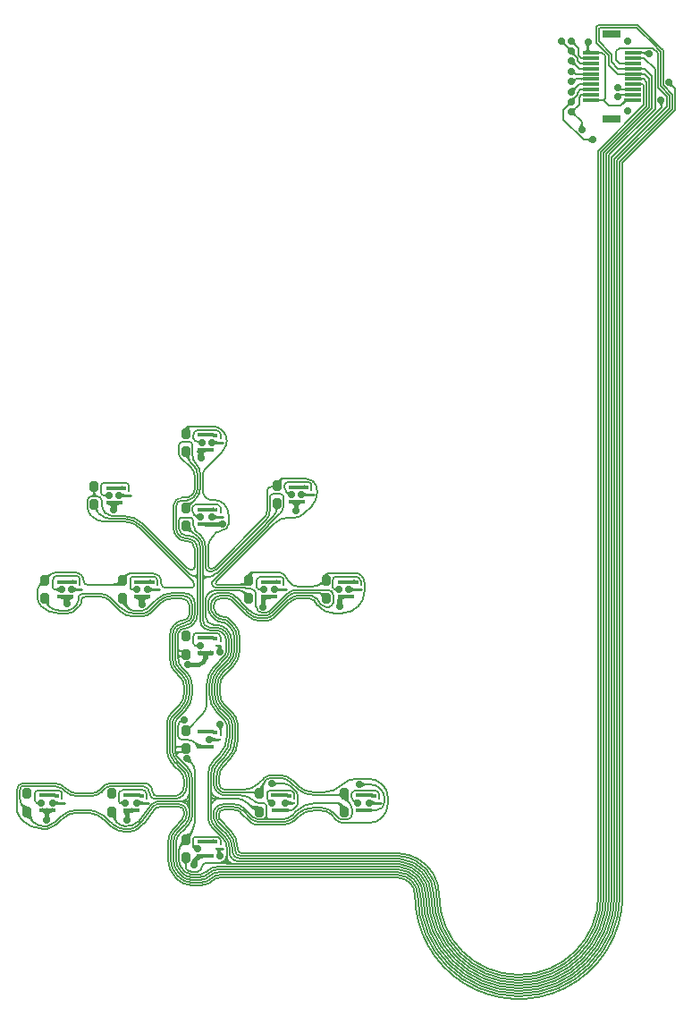
<source format=gbr>
%TF.GenerationSoftware,Altium Limited,Altium Designer,21.6.4 (81)*%
G04 Layer_Physical_Order=1*
G04 Layer_Color=255*
%FSLAX26Y26*%
%MOIN*%
%TF.SameCoordinates,9211681A-A755-4052-9ADE-E47D4287157B*%
%TF.FilePolarity,Positive*%
%TF.FileFunction,Copper,L1,Top,Signal*%
%TF.Part,Single*%
G01*
G75*
%TA.AperFunction,Conductor*%
%ADD10C,0.005000*%
%ADD11C,0.007874*%
%ADD12C,0.015748*%
%ADD13C,0.011811*%
%ADD14C,0.005906*%
%TA.AperFunction,SMDPad,SMDef*%
%ADD15R,0.070866X0.031496*%
%ADD16R,0.062992X0.011811*%
%ADD17R,0.064961X0.015748*%
G04:AMPARAMS|DCode=18|XSize=31.496mil|YSize=39.37mil|CornerRadius=7.874mil|HoleSize=0mil|Usage=FLASHONLY|Rotation=180.000|XOffset=0mil|YOffset=0mil|HoleType=Round|Shape=RoundedRectangle|*
%AMROUNDEDRECTD18*
21,1,0.031496,0.023622,0,0,180.0*
21,1,0.015748,0.039370,0,0,180.0*
1,1,0.015748,-0.007874,0.011811*
1,1,0.015748,0.007874,0.011811*
1,1,0.015748,0.007874,-0.011811*
1,1,0.015748,-0.007874,-0.011811*
%
%ADD18ROUNDEDRECTD18*%
%TA.AperFunction,SMDPad,CuDef*%
%ADD19R,0.007874X0.011811*%
%TA.AperFunction,SMDPad,SMDef*%
%ADD20R,0.021654X0.008661*%
%TA.AperFunction,Conductor*%
%ADD21C,0.008661*%
%ADD22C,0.017716*%
%TA.AperFunction,ComponentPad*%
%ADD23C,0.027559*%
%TA.AperFunction,ViaPad*%
%ADD24C,0.027559*%
G36*
X1393598Y3178398D02*
X1393848Y3174915D01*
X1394081Y3173369D01*
X1394386Y3171951D01*
X1394764Y3170664D01*
X1395214Y3169506D01*
X1395737Y3168479D01*
X1396332Y3167581D01*
X1396999Y3166812D01*
X1393464Y3163277D01*
X1392695Y3163944D01*
X1391797Y3164539D01*
X1390769Y3165061D01*
X1389612Y3165512D01*
X1388324Y3165889D01*
X1386907Y3166195D01*
X1385360Y3166428D01*
X1383684Y3166589D01*
X1379941Y3166694D01*
X1393582Y3180335D01*
X1393598Y3178398D01*
D02*
G37*
G36*
X1356197D02*
X1356446Y3174915D01*
X1356679Y3173369D01*
X1356985Y3171951D01*
X1357362Y3170664D01*
X1357813Y3169506D01*
X1358335Y3168479D01*
X1358930Y3167581D01*
X1359597Y3166812D01*
X1356062Y3163277D01*
X1355294Y3163944D01*
X1354396Y3164539D01*
X1353368Y3165061D01*
X1352210Y3165512D01*
X1350923Y3165889D01*
X1349506Y3166195D01*
X1347959Y3166428D01*
X1346282Y3166589D01*
X1342539Y3166694D01*
X1356180Y3180335D01*
X1356197Y3178398D01*
D02*
G37*
G36*
X1366911Y3159599D02*
X1367809Y3159005D01*
X1368837Y3158482D01*
X1369995Y3158032D01*
X1371282Y3157654D01*
X1372699Y3157348D01*
X1374246Y3157115D01*
X1375923Y3156954D01*
X1379665Y3156850D01*
X1366024Y3143209D01*
X1366008Y3145145D01*
X1365759Y3148628D01*
X1365526Y3150175D01*
X1365220Y3151592D01*
X1364842Y3152879D01*
X1364392Y3154037D01*
X1363870Y3155065D01*
X1363275Y3155963D01*
X1362607Y3156731D01*
X1366143Y3160267D01*
X1366911Y3159599D01*
D02*
G37*
G36*
X1449388Y3165571D02*
X1448417Y3164439D01*
X1447561Y3163298D01*
X1446819Y3162148D01*
X1446191Y3160989D01*
X1445677Y3159821D01*
X1445278Y3158645D01*
X1444992Y3157459D01*
X1444851Y3156475D01*
X1444882Y3155684D01*
X1445236Y3152986D01*
X1445827Y3150606D01*
X1446654Y3148543D01*
X1447716Y3146798D01*
X1449016Y3145370D01*
X1450551Y3144259D01*
X1452323Y3143466D01*
X1454331Y3142990D01*
X1456575Y3142831D01*
X1425079D01*
X1427323Y3142990D01*
X1429331Y3143466D01*
X1431102Y3144259D01*
X1432638Y3145370D01*
X1433937Y3146798D01*
X1435000Y3148543D01*
X1435827Y3150606D01*
X1436417Y3152986D01*
X1436772Y3155684D01*
X1436803Y3156475D01*
X1436661Y3157459D01*
X1436376Y3158645D01*
X1435976Y3159821D01*
X1435463Y3160989D01*
X1434835Y3162148D01*
X1434092Y3163298D01*
X1433236Y3164439D01*
X1432266Y3165571D01*
X1431181Y3166695D01*
X1450473D01*
X1449388Y3165571D01*
D02*
G37*
G36*
X1655555Y3126764D02*
X1654904Y3127992D01*
X1654184Y3129091D01*
X1653396Y3130061D01*
X1652539Y3130901D01*
X1651613Y3131612D01*
X1650619Y3132194D01*
X1649556Y3132647D01*
X1648458Y3132960D01*
X1642174Y3132563D01*
X1641071Y3132323D01*
X1640284Y3132045D01*
X1639812Y3131731D01*
X1639654Y3131380D01*
Y3142951D01*
X1639812Y3142600D01*
X1640284Y3142285D01*
X1641071Y3142008D01*
X1642174Y3141768D01*
X1643591Y3141564D01*
X1647370Y3141269D01*
X1650476Y3141204D01*
X1650995Y3141259D01*
X1652166Y3141454D01*
X1653390Y3141728D01*
X1655991Y3142510D01*
X1657369Y3143018D01*
X1660279Y3144269D01*
X1661811Y3145012D01*
X1655555Y3126764D01*
D02*
G37*
G36*
X1482284Y3142600D02*
X1482614Y3142285D01*
X1483165Y3142008D01*
X1483936Y3141768D01*
X1484927Y3141564D01*
X1486139Y3141398D01*
X1489223Y3141176D01*
X1493188Y3141102D01*
Y3133228D01*
X1491095Y3133210D01*
X1484927Y3132766D01*
X1483936Y3132563D01*
X1483165Y3132323D01*
X1482614Y3132045D01*
X1482284Y3131731D01*
X1482174Y3131380D01*
Y3142951D01*
X1482284Y3142600D01*
D02*
G37*
G36*
X1392950Y3138438D02*
X1392739Y3136789D01*
X1392643Y3135244D01*
X1392663Y3133801D01*
X1392799Y3132462D01*
X1393051Y3131225D01*
X1393418Y3130091D01*
X1393902Y3129061D01*
X1394501Y3128133D01*
X1395217Y3127308D01*
X1390949Y3124505D01*
X1390280Y3125086D01*
X1389455Y3125650D01*
X1388472Y3126197D01*
X1387332Y3126727D01*
X1386035Y3127239D01*
X1382969Y3128212D01*
X1381200Y3128672D01*
X1377191Y3129541D01*
X1393278Y3140189D01*
X1392950Y3138438D01*
D02*
G37*
G36*
X1419422Y3113963D02*
X1419388Y3114133D01*
X1419286Y3114286D01*
X1419116Y3114421D01*
X1418878Y3114537D01*
X1418572Y3114636D01*
X1418198Y3114717D01*
X1417757Y3114780D01*
X1417247Y3114825D01*
X1416024Y3114861D01*
Y3119861D01*
X1416669Y3119870D01*
X1418198Y3120004D01*
X1418572Y3120085D01*
X1418878Y3120184D01*
X1419116Y3120301D01*
X1419286Y3120435D01*
X1419388Y3120588D01*
X1419422Y3120759D01*
Y3113963D01*
D02*
G37*
G36*
X1639750Y3122642D02*
X1640040Y3122083D01*
X1640521Y3121590D01*
X1641196Y3121163D01*
X1642063Y3120802D01*
X1643123Y3120506D01*
X1644376Y3120276D01*
X1645822Y3120112D01*
X1647460Y3120013D01*
X1649291Y3119980D01*
Y3114980D01*
X1647460Y3114948D01*
X1644376Y3114685D01*
X1643123Y3114455D01*
X1642063Y3114159D01*
X1641196Y3113798D01*
X1640521Y3113370D01*
X1640040Y3112878D01*
X1639750Y3112319D01*
X1639654Y3111695D01*
Y3123266D01*
X1639750Y3122642D01*
D02*
G37*
G36*
X1576902Y3092010D02*
X1576802Y3092634D01*
X1576502Y3093193D01*
X1576002Y3093686D01*
X1575302Y3094113D01*
X1574402Y3094474D01*
X1573302Y3094770D01*
X1572002Y3095000D01*
X1570502Y3095164D01*
X1566902Y3095295D01*
Y3100295D01*
X1568802Y3100328D01*
X1572002Y3100591D01*
X1573302Y3100821D01*
X1574402Y3101117D01*
X1575302Y3101478D01*
X1576002Y3101905D01*
X1576502Y3102398D01*
X1576802Y3102957D01*
X1576902Y3103581D01*
Y3092010D01*
D02*
G37*
G36*
X1419422D02*
X1419346Y3092634D01*
X1419120Y3093193D01*
X1418744Y3093686D01*
X1418217Y3094113D01*
X1417539Y3094474D01*
X1416710Y3094770D01*
X1415731Y3095000D01*
X1414601Y3095164D01*
X1413321Y3095262D01*
X1411890Y3095295D01*
Y3100295D01*
X1413321Y3100328D01*
X1414601Y3100427D01*
X1415731Y3100591D01*
X1416710Y3100821D01*
X1417539Y3101117D01*
X1418217Y3101478D01*
X1418744Y3101905D01*
X1419120Y3102398D01*
X1419346Y3102957D01*
X1419422Y3103581D01*
Y3092010D01*
D02*
G37*
G36*
X1393598Y3103595D02*
X1393848Y3100112D01*
X1394081Y3098565D01*
X1394386Y3097148D01*
X1394764Y3095861D01*
X1395214Y3094703D01*
X1395737Y3093675D01*
X1396332Y3092777D01*
X1396999Y3092009D01*
X1393464Y3088474D01*
X1392695Y3089141D01*
X1391797Y3089736D01*
X1390769Y3090258D01*
X1389612Y3090708D01*
X1388324Y3091086D01*
X1386907Y3091392D01*
X1385360Y3091625D01*
X1383684Y3091786D01*
X1379941Y3091890D01*
X1393582Y3105532D01*
X1393598Y3103595D01*
D02*
G37*
G36*
X1639754Y3083272D02*
X1640054Y3082713D01*
X1640554Y3082220D01*
X1641254Y3081793D01*
X1642154Y3081432D01*
X1643254Y3081136D01*
X1644554Y3080906D01*
X1646054Y3080742D01*
X1649654Y3080610D01*
Y3075610D01*
X1647754Y3075577D01*
X1644554Y3075315D01*
X1643254Y3075085D01*
X1642154Y3074789D01*
X1641254Y3074428D01*
X1640554Y3074001D01*
X1640054Y3073508D01*
X1639754Y3072949D01*
X1639654Y3072325D01*
Y3083896D01*
X1639754Y3083272D01*
D02*
G37*
G36*
X1576902Y3072325D02*
X1576802Y3072949D01*
X1576502Y3073508D01*
X1576002Y3074001D01*
X1575302Y3074428D01*
X1574402Y3074789D01*
X1573302Y3075085D01*
X1572002Y3075315D01*
X1570502Y3075479D01*
X1566902Y3075610D01*
Y3080610D01*
X1568802Y3080643D01*
X1572002Y3080906D01*
X1573302Y3081136D01*
X1574402Y3081432D01*
X1575302Y3081793D01*
X1576002Y3082220D01*
X1576502Y3082713D01*
X1576802Y3083272D01*
X1576902Y3083896D01*
Y3072325D01*
D02*
G37*
G36*
X1419422D02*
X1419322Y3072949D01*
X1419022Y3073508D01*
X1418522Y3074001D01*
X1417822Y3074428D01*
X1416922Y3074789D01*
X1415822Y3075085D01*
X1414522Y3075315D01*
X1413022Y3075479D01*
X1409422Y3075610D01*
Y3080610D01*
X1411322Y3080643D01*
X1414522Y3080906D01*
X1415822Y3081136D01*
X1416922Y3081432D01*
X1417822Y3081793D01*
X1418522Y3082220D01*
X1419022Y3082713D01*
X1419322Y3083272D01*
X1419422Y3083896D01*
Y3072325D01*
D02*
G37*
G36*
X1393610Y3067279D02*
X1393719Y3066502D01*
X1393910Y3065723D01*
X1394182Y3064941D01*
X1394535Y3064157D01*
X1394969Y3063369D01*
X1395485Y3062579D01*
X1396081Y3061787D01*
X1396759Y3060991D01*
X1397518Y3060193D01*
X1393982Y3056658D01*
X1393403Y3057185D01*
X1392824Y3057610D01*
X1392244Y3057933D01*
X1391664Y3058153D01*
X1391083Y3058271D01*
X1390502Y3058286D01*
X1389921Y3058198D01*
X1389339Y3058009D01*
X1388757Y3057717D01*
X1388174Y3057322D01*
X1393581Y3068052D01*
X1393610Y3067279D01*
D02*
G37*
G36*
X1639754Y3063587D02*
X1640054Y3063028D01*
X1640554Y3062535D01*
X1641254Y3062108D01*
X1642154Y3061747D01*
X1643254Y3061451D01*
X1644554Y3061221D01*
X1646054Y3061057D01*
X1649654Y3060925D01*
Y3055925D01*
X1647754Y3055892D01*
X1644554Y3055630D01*
X1643254Y3055400D01*
X1642154Y3055104D01*
X1641254Y3054743D01*
X1640554Y3054316D01*
X1640054Y3053823D01*
X1639754Y3053264D01*
X1639654Y3052640D01*
Y3064211D01*
X1639754Y3063587D01*
D02*
G37*
G36*
X1576902Y3052640D02*
X1576802Y3053264D01*
X1576502Y3053823D01*
X1576002Y3054316D01*
X1575302Y3054743D01*
X1574402Y3055104D01*
X1573302Y3055400D01*
X1572002Y3055630D01*
X1570502Y3055794D01*
X1566902Y3055925D01*
Y3060925D01*
X1568802Y3060958D01*
X1572002Y3061221D01*
X1573302Y3061451D01*
X1574402Y3061747D01*
X1575302Y3062108D01*
X1576002Y3062535D01*
X1576502Y3063028D01*
X1576802Y3063587D01*
X1576902Y3064211D01*
Y3052640D01*
D02*
G37*
G36*
X1419422D02*
X1419322Y3053264D01*
X1419022Y3053823D01*
X1418522Y3054316D01*
X1417822Y3054743D01*
X1416922Y3055104D01*
X1415822Y3055400D01*
X1414522Y3055630D01*
X1413022Y3055794D01*
X1409422Y3055925D01*
Y3060925D01*
X1411322Y3060958D01*
X1414522Y3061221D01*
X1415822Y3061451D01*
X1416922Y3061747D01*
X1417822Y3062108D01*
X1418522Y3062535D01*
X1419022Y3063028D01*
X1419322Y3063587D01*
X1419422Y3064211D01*
Y3052640D01*
D02*
G37*
G36*
X1397518Y3036973D02*
X1396759Y3036175D01*
X1396082Y3035379D01*
X1395485Y3034586D01*
X1394970Y3033796D01*
X1394535Y3033009D01*
X1394182Y3032224D01*
X1393910Y3031442D01*
X1393719Y3030663D01*
X1393610Y3029886D01*
X1393581Y3029112D01*
X1388173Y3039844D01*
X1388756Y3039449D01*
X1389339Y3039157D01*
X1389921Y3038967D01*
X1390502Y3038880D01*
X1391083Y3038895D01*
X1391664Y3039013D01*
X1392244Y3039233D01*
X1392824Y3039556D01*
X1393404Y3039981D01*
X1393983Y3040508D01*
X1397518Y3036973D01*
D02*
G37*
G36*
X1639735Y3043902D02*
X1639976Y3043343D01*
X1640380Y3042850D01*
X1640944Y3042423D01*
X1641670Y3042062D01*
X1642556Y3041766D01*
X1643605Y3041536D01*
X1644814Y3041372D01*
X1646185Y3041273D01*
X1647716Y3041240D01*
Y3036240D01*
X1646185Y3036207D01*
X1643605Y3035945D01*
X1642556Y3035715D01*
X1641670Y3035419D01*
X1640944Y3035058D01*
X1640380Y3034631D01*
X1639976Y3034138D01*
X1639735Y3033579D01*
X1639654Y3032955D01*
Y3044526D01*
X1639735Y3043902D01*
D02*
G37*
G36*
X1419422Y3032955D02*
X1419322Y3033579D01*
X1419022Y3034138D01*
X1418522Y3034631D01*
X1417822Y3035058D01*
X1416922Y3035419D01*
X1415822Y3035715D01*
X1414522Y3035945D01*
X1413022Y3036109D01*
X1409422Y3036240D01*
Y3041240D01*
X1411322Y3041273D01*
X1414522Y3041536D01*
X1415822Y3041766D01*
X1416922Y3042062D01*
X1417822Y3042423D01*
X1418522Y3042850D01*
X1419022Y3043343D01*
X1419322Y3043902D01*
X1419422Y3044526D01*
Y3032955D01*
D02*
G37*
G36*
X1639584Y3023510D02*
X1639735Y3023100D01*
X1639987Y3022738D01*
X1640339Y3022424D01*
X1640792Y3022159D01*
X1641346Y3021941D01*
X1642000Y3021773D01*
X1642755Y3021652D01*
X1643611Y3021579D01*
X1644567Y3021555D01*
Y3016555D01*
X1643611Y3016531D01*
X1642755Y3016459D01*
X1642000Y3016338D01*
X1641346Y3016169D01*
X1640792Y3015952D01*
X1640339Y3015687D01*
X1639987Y3015373D01*
X1639735Y3015011D01*
X1639584Y3014601D01*
X1639534Y3014143D01*
Y3023968D01*
X1639584Y3023510D01*
D02*
G37*
G36*
X1419422Y3013270D02*
X1419322Y3013894D01*
X1419022Y3014453D01*
X1418522Y3014945D01*
X1417822Y3015373D01*
X1416922Y3015734D01*
X1415822Y3016030D01*
X1414522Y3016260D01*
X1413022Y3016424D01*
X1409422Y3016555D01*
Y3021555D01*
X1411322Y3021588D01*
X1414522Y3021851D01*
X1415822Y3022081D01*
X1416922Y3022377D01*
X1417822Y3022738D01*
X1418522Y3023165D01*
X1419022Y3023658D01*
X1419322Y3024217D01*
X1419422Y3024841D01*
Y3013270D01*
D02*
G37*
G36*
X1756807Y3023139D02*
X1757056Y3019656D01*
X1757289Y3018109D01*
X1757595Y3016692D01*
X1757973Y3015405D01*
X1758423Y3014247D01*
X1758946Y3013219D01*
X1759541Y3012321D01*
X1760208Y3011553D01*
X1756672Y3008017D01*
X1755904Y3008684D01*
X1755006Y3009279D01*
X1753978Y3009802D01*
X1752820Y3010252D01*
X1751533Y3010630D01*
X1750116Y3010936D01*
X1748569Y3011169D01*
X1746892Y3011330D01*
X1743150Y3011434D01*
X1756791Y3025075D01*
X1756807Y3023139D01*
D02*
G37*
G36*
X1419422Y2993585D02*
X1419358Y2994209D01*
X1419168Y2994768D01*
X1418850Y2995260D01*
X1418406Y2995688D01*
X1417834Y2996049D01*
X1417136Y2996345D01*
X1416310Y2996575D01*
X1415357Y2996739D01*
X1414278Y2996838D01*
X1413071Y2996870D01*
Y3001870D01*
X1414278Y3001903D01*
X1415357Y3002002D01*
X1416310Y3002166D01*
X1417136Y3002396D01*
X1417834Y3002692D01*
X1418406Y3003053D01*
X1418850Y3003480D01*
X1419168Y3003973D01*
X1419358Y3004532D01*
X1419422Y3005156D01*
Y2993585D01*
D02*
G37*
G36*
X1396999Y3005156D02*
X1396332Y3004388D01*
X1395737Y3003490D01*
X1395214Y3002462D01*
X1394764Y3001305D01*
X1394386Y3000017D01*
X1394081Y2998600D01*
X1393848Y2997053D01*
X1393687Y2995376D01*
X1393582Y2991634D01*
X1379941Y3005275D01*
X1381877Y3005291D01*
X1385360Y3005541D01*
X1386907Y3005774D01*
X1388324Y3006079D01*
X1389612Y3006457D01*
X1390769Y3006907D01*
X1391797Y3007430D01*
X1392695Y3008025D01*
X1393464Y3008692D01*
X1396999Y3005156D01*
D02*
G37*
G36*
X1419422Y2975697D02*
X1419384Y2975942D01*
X1419270Y2976162D01*
X1419080Y2976355D01*
X1418815Y2976523D01*
X1418474Y2976665D01*
X1418057Y2976782D01*
X1417564Y2976872D01*
X1416995Y2976937D01*
X1416350Y2976975D01*
X1415630Y2976988D01*
Y2981988D01*
X1416350Y2982001D01*
X1417564Y2982105D01*
X1418057Y2982195D01*
X1418474Y2982311D01*
X1418815Y2982453D01*
X1419080Y2982621D01*
X1419270Y2982815D01*
X1419384Y2983035D01*
X1419422Y2983280D01*
Y2975697D01*
D02*
G37*
G36*
X1576902Y2973900D02*
X1576803Y2974524D01*
X1576506Y2975083D01*
X1576012Y2975575D01*
X1575319Y2976003D01*
X1574429Y2976364D01*
X1573341Y2976660D01*
X1572055Y2976890D01*
X1570571Y2977054D01*
X1567010Y2977185D01*
Y2982185D01*
X1568890Y2982218D01*
X1572055Y2982481D01*
X1573341Y2982711D01*
X1574429Y2983007D01*
X1575319Y2983368D01*
X1576012Y2983795D01*
X1576506Y2984288D01*
X1576803Y2984847D01*
X1576902Y2985471D01*
Y2973900D01*
D02*
G37*
G36*
X1395290Y2969786D02*
X1394576Y2968963D01*
X1393976Y2968036D01*
X1393491Y2967005D01*
X1393121Y2965869D01*
X1392864Y2964630D01*
X1392723Y2963287D01*
X1392695Y2961840D01*
X1392782Y2960289D01*
X1392984Y2958634D01*
X1393299Y2956874D01*
X1377294Y2967644D01*
X1379372Y2968053D01*
X1384669Y2969398D01*
X1386122Y2969885D01*
X1388562Y2970919D01*
X1389547Y2971466D01*
X1390377Y2972032D01*
X1391051Y2972618D01*
X1395290Y2969786D01*
D02*
G37*
G36*
X1482331Y2965435D02*
X1482804Y2965120D01*
X1483591Y2964843D01*
X1484693Y2964603D01*
X1486111Y2964399D01*
X1489890Y2964104D01*
X1497922Y2963937D01*
Y2956063D01*
X1494930Y2956045D01*
X1484693Y2955398D01*
X1483591Y2955158D01*
X1482804Y2954880D01*
X1482331Y2954566D01*
X1482174Y2954215D01*
Y2965786D01*
X1482331Y2965435D01*
D02*
G37*
G36*
X1599173Y2954215D02*
X1596916Y2955131D01*
X1594542Y2955597D01*
X1592051Y2955611D01*
X1589443Y2955174D01*
X1586717Y2954286D01*
X1583875Y2952947D01*
X1580915Y2951157D01*
X1577839Y2948915D01*
X1574645Y2946223D01*
X1571334Y2943079D01*
X1565766Y2948647D01*
X1567882Y2950823D01*
X1572893Y2956734D01*
X1574118Y2958499D01*
X1575120Y2960162D01*
X1575900Y2961722D01*
X1576457Y2963179D01*
X1576791Y2964534D01*
X1576902Y2965785D01*
X1599173Y2954215D01*
D02*
G37*
G36*
X1722242Y2949336D02*
X1719208Y2945058D01*
X1718467Y2943764D01*
X1717860Y2942535D01*
X1717388Y2941373D01*
X1717051Y2940277D01*
X1716849Y2939246D01*
X1716782Y2938282D01*
X1711782Y2937811D01*
X1711707Y2938865D01*
X1711483Y2939936D01*
X1711109Y2941024D01*
X1710587Y2942129D01*
X1709915Y2943251D01*
X1709093Y2944390D01*
X1708122Y2945546D01*
X1707002Y2946719D01*
X1705733Y2947909D01*
X1704314Y2949116D01*
X1723523Y2950893D01*
X1722242Y2949336D01*
D02*
G37*
G36*
X1379665Y2940316D02*
X1377729Y2940300D01*
X1374246Y2940050D01*
X1372699Y2939817D01*
X1371282Y2939511D01*
X1369995Y2939134D01*
X1368837Y2938683D01*
X1367809Y2938161D01*
X1366911Y2937566D01*
X1366143Y2936899D01*
X1362607Y2940434D01*
X1363275Y2941202D01*
X1363870Y2942101D01*
X1364392Y2943128D01*
X1364842Y2944286D01*
X1365220Y2945573D01*
X1365526Y2946990D01*
X1365759Y2948537D01*
X1365920Y2950214D01*
X1366024Y2953957D01*
X1379665Y2940316D01*
D02*
G37*
G36*
X1396999Y2930353D02*
X1396332Y2929585D01*
X1395737Y2928687D01*
X1395214Y2927659D01*
X1394764Y2926501D01*
X1394386Y2925214D01*
X1394081Y2923797D01*
X1393848Y2922250D01*
X1393687Y2920573D01*
X1393582Y2916831D01*
X1379941Y2930472D01*
X1381877Y2930488D01*
X1385360Y2930737D01*
X1386907Y2930970D01*
X1388324Y2931276D01*
X1389612Y2931654D01*
X1390769Y2932104D01*
X1391797Y2932627D01*
X1392695Y2933222D01*
X1393464Y2933889D01*
X1396999Y2930353D01*
D02*
G37*
G36*
X1393598Y2914619D02*
X1393848Y2911136D01*
X1394081Y2909589D01*
X1394386Y2908172D01*
X1394764Y2906884D01*
X1395214Y2905727D01*
X1395737Y2904699D01*
X1396332Y2903801D01*
X1396999Y2903033D01*
X1393464Y2899497D01*
X1392695Y2900164D01*
X1391797Y2900759D01*
X1390769Y2901282D01*
X1389612Y2901732D01*
X1388324Y2902110D01*
X1386907Y2902415D01*
X1385360Y2902648D01*
X1383684Y2902809D01*
X1379941Y2902914D01*
X1393582Y2916555D01*
X1393598Y2914619D01*
D02*
G37*
G36*
X1419956Y2872694D02*
X1420183Y2871619D01*
X1420562Y2870536D01*
X1421092Y2869446D01*
X1421774Y2868348D01*
X1422607Y2867243D01*
X1423592Y2866130D01*
X1424728Y2865009D01*
X1426016Y2863881D01*
X1427456Y2862745D01*
X1408329Y2860234D01*
X1409573Y2861867D01*
X1412521Y2866302D01*
X1413242Y2867627D01*
X1413832Y2868874D01*
X1414290Y2870045D01*
X1414618Y2871138D01*
X1414814Y2872154D01*
X1414880Y2873094D01*
X1419880Y2873762D01*
X1419956Y2872694D01*
D02*
G37*
G36*
X1448703Y2802716D02*
X1447322Y2804074D01*
X1444683Y2806361D01*
X1443424Y2807290D01*
X1442206Y2808076D01*
X1441029Y2808719D01*
X1439892Y2809219D01*
X1438795Y2809576D01*
X1437740Y2809791D01*
X1436725Y2809862D01*
Y2814862D01*
X1437740Y2814934D01*
X1438795Y2815148D01*
X1439892Y2815505D01*
X1441029Y2816006D01*
X1442206Y2816649D01*
X1443424Y2817435D01*
X1444683Y2818364D01*
X1445982Y2819435D01*
X1448703Y2822008D01*
Y2802716D01*
D02*
G37*
G36*
X-52474Y1741027D02*
X-52923Y1740322D01*
X-53276Y1739690D01*
X-53533Y1739133D01*
X-53694Y1738650D01*
X-53759Y1738242D01*
X-53728Y1737908D01*
X-53600Y1737648D01*
X-53377Y1737462D01*
X-53057Y1737351D01*
X-52641Y1737313D01*
X-64586D01*
X-64060Y1737359D01*
X-63526Y1737494D01*
X-62984Y1737720D01*
X-62433Y1738037D01*
X-61874Y1738444D01*
X-61306Y1738941D01*
X-60730Y1739529D01*
X-60145Y1740208D01*
X-59552Y1740976D01*
X-58951Y1741836D01*
X-52474Y1741027D01*
D02*
G37*
G36*
X47244Y1719685D02*
X47320Y1718917D01*
X47908Y1717497D01*
X48994Y1716411D01*
X50413Y1715824D01*
X51181Y1715748D01*
X55118D01*
Y1703937D01*
X43307D01*
Y1719685D01*
X47244D01*
X47244Y1719685D01*
D02*
G37*
G36*
X-11699Y1682495D02*
X-11781Y1682876D01*
X-11927Y1683217D01*
X-12135Y1683517D01*
X-12406Y1683777D01*
X-12739Y1683998D01*
X-13135Y1684178D01*
X-13594Y1684318D01*
X-14115Y1684419D01*
X-14699Y1684479D01*
X-15345Y1684499D01*
Y1689499D01*
X-14495Y1689516D01*
X-13001Y1689653D01*
X-12357Y1689772D01*
X-11781Y1689926D01*
X-11273Y1690114D01*
X-10834Y1690336D01*
X-10463Y1690593D01*
X-10160Y1690883D01*
X-9926Y1691208D01*
X-11699Y1682495D01*
D02*
G37*
G36*
X48295Y1692888D02*
X49370Y1691984D01*
X50466Y1691187D01*
X51584Y1690496D01*
X52724Y1689912D01*
X53886Y1689433D01*
X55069Y1689061D01*
X56275Y1688795D01*
X57502Y1688636D01*
X58751Y1688583D01*
X58751Y1679921D01*
X57502Y1679868D01*
X56275Y1679709D01*
X55069Y1679443D01*
X53886Y1679071D01*
X52724Y1678593D01*
X51584Y1678008D01*
X50466Y1677317D01*
X49370Y1676520D01*
X48295Y1675616D01*
X47242Y1674606D01*
X47242Y1693898D01*
X48295Y1692888D01*
D02*
G37*
G36*
X-46297Y1634265D02*
X-47412Y1633720D01*
X-48261Y1632979D01*
X-48843Y1632043D01*
X-49157Y1630912D01*
X-49205Y1629585D01*
X-48986Y1628062D01*
X-48500Y1626344D01*
X-47747Y1624430D01*
X-46727Y1622321D01*
X-52522Y1622127D01*
X-53623Y1624077D01*
X-54770Y1625794D01*
X-55960Y1627281D01*
X-57195Y1628535D01*
X-58475Y1629557D01*
X-59798Y1630347D01*
X-61167Y1630906D01*
X-62580Y1631233D01*
X-64037Y1631328D01*
X-65538Y1631190D01*
X-44914Y1634614D01*
X-46297Y1634265D01*
D02*
G37*
G36*
X300865Y1547827D02*
X298878Y1545890D01*
X297232Y1544095D01*
X295928Y1542443D01*
X294966Y1540933D01*
X294346Y1539565D01*
X294067Y1538339D01*
X294130Y1537255D01*
X294534Y1536314D01*
X295281Y1535514D01*
X296369Y1534857D01*
X277565Y1543613D01*
X278878Y1543158D01*
X280290Y1542971D01*
X281800Y1543052D01*
X283409Y1543401D01*
X285116Y1544019D01*
X286922Y1544904D01*
X288825Y1546057D01*
X290827Y1547478D01*
X292928Y1549167D01*
X295127Y1551124D01*
X300865Y1547827D01*
D02*
G37*
G36*
X265049Y1513811D02*
X264993Y1514377D01*
X264825Y1514884D01*
X264545Y1515331D01*
X264153Y1515718D01*
X263649Y1516046D01*
X263033Y1516314D01*
X262305Y1516523D01*
X261465Y1516672D01*
X260513Y1516762D01*
X259449Y1516791D01*
Y1521791D01*
X260513Y1521821D01*
X261465Y1521910D01*
X262305Y1522060D01*
X263033Y1522268D01*
X263649Y1522536D01*
X264153Y1522864D01*
X264545Y1523252D01*
X264825Y1523699D01*
X264993Y1524205D01*
X265049Y1524771D01*
Y1513811D01*
D02*
G37*
G36*
X387008Y1525984D02*
X387084Y1525216D01*
X387671Y1523797D01*
X388758Y1522711D01*
X390177Y1522123D01*
X390945Y1522047D01*
X394882D01*
Y1510236D01*
X383071D01*
Y1525984D01*
X387008D01*
X387008Y1525984D01*
D02*
G37*
G36*
X-293307Y1522834D02*
X-293231Y1522066D01*
X-292644Y1520647D01*
X-291558Y1519561D01*
X-290138Y1518973D01*
X-289370Y1518898D01*
X-285433D01*
Y1507086D01*
X-297244D01*
Y1522835D01*
X-293307D01*
X-293307Y1522834D01*
D02*
G37*
G36*
X323809Y1483810D02*
X322713Y1485745D01*
X316426Y1495482D01*
X315950Y1495980D01*
X317654Y1501440D01*
X318337Y1500780D01*
X319117Y1500289D01*
X319993Y1499966D01*
X320967Y1499813D01*
X322038Y1499828D01*
X323206Y1500011D01*
X324471Y1500363D01*
X325832Y1500884D01*
X327291Y1501574D01*
X328847Y1502432D01*
X323809Y1483810D01*
D02*
G37*
G36*
X-395171Y1501219D02*
X-395577Y1501069D01*
X-395935Y1500818D01*
X-396246Y1500468D01*
X-396509Y1500017D01*
X-396724Y1499466D01*
X-396891Y1498814D01*
X-397011Y1498063D01*
X-397082Y1497211D01*
X-397106Y1496260D01*
X-402106D01*
X-402130Y1497211D01*
X-402202Y1498063D01*
X-402322Y1498814D01*
X-402489Y1499466D01*
X-402704Y1500017D01*
X-402967Y1500468D01*
X-403277Y1500818D01*
X-403636Y1501069D01*
X-404042Y1501219D01*
X-404496Y1501269D01*
X-394717D01*
X-395171Y1501219D01*
D02*
G37*
G36*
X382153Y1499187D02*
X383228Y1498284D01*
X384324Y1497486D01*
X385442Y1496795D01*
X386582Y1496211D01*
X387744Y1495733D01*
X388928Y1495360D01*
X390133Y1495095D01*
X391360Y1494935D01*
X392609Y1494882D01*
X392609Y1486221D01*
X391360Y1486168D01*
X390133Y1486008D01*
X388928Y1485742D01*
X387744Y1485370D01*
X386583Y1484892D01*
X385443Y1484307D01*
X384325Y1483616D01*
X383228Y1482819D01*
X382154Y1481916D01*
X381101Y1480906D01*
X381100Y1500197D01*
X382153Y1499187D01*
D02*
G37*
G36*
X-356144Y1480053D02*
X-356728Y1480888D01*
X-357368Y1481635D01*
X-358067Y1482295D01*
X-358822Y1482866D01*
X-359636Y1483350D01*
X-360507Y1483745D01*
X-361436Y1484053D01*
X-362422Y1484273D01*
X-363466Y1484405D01*
X-364567Y1484449D01*
Y1490354D01*
X-363466Y1490398D01*
X-362422Y1490530D01*
X-361436Y1490750D01*
X-360507Y1491058D01*
X-359636Y1491453D01*
X-358822Y1491937D01*
X-358067Y1492508D01*
X-357368Y1493168D01*
X-356728Y1493915D01*
X-356144Y1494751D01*
Y1480053D01*
D02*
G37*
G36*
X-298162Y1496038D02*
X-297087Y1495134D01*
X-295991Y1494337D01*
X-294873Y1493646D01*
X-293733Y1493061D01*
X-292571Y1492583D01*
X-291387Y1492211D01*
X-290182Y1491945D01*
X-288955Y1491786D01*
X-287706Y1491733D01*
X-287706Y1483071D01*
X-288955Y1483018D01*
X-290182Y1482859D01*
X-291387Y1482593D01*
X-292571Y1482221D01*
X-293733Y1481742D01*
X-294873Y1481158D01*
X-295991Y1480467D01*
X-297087Y1479669D01*
X-298162Y1478766D01*
X-299214Y1477756D01*
X-299215Y1497047D01*
X-298162Y1496038D01*
D02*
G37*
G36*
X367795Y1455199D02*
X366457Y1454724D01*
X365276Y1453930D01*
X364252Y1452819D01*
X363386Y1451391D01*
X362677Y1449646D01*
X362126Y1447583D01*
X361732Y1445203D01*
X361657Y1444343D01*
X361701Y1443706D01*
X361860Y1442670D01*
X362055Y1441759D01*
X362286Y1440974D01*
X362551Y1440313D01*
X362853Y1439778D01*
X363189Y1439368D01*
X343898D01*
X344234Y1439778D01*
X344536Y1440313D01*
X344801Y1440974D01*
X345032Y1441759D01*
X345226Y1442670D01*
X345386Y1443706D01*
X345435Y1444277D01*
X345354Y1445203D01*
X344961Y1447583D01*
X344410Y1449646D01*
X343701Y1451391D01*
X342835Y1452819D01*
X341811Y1453930D01*
X340630Y1454724D01*
X339291Y1455199D01*
X337795Y1455358D01*
X369291D01*
X367795Y1455199D01*
D02*
G37*
G36*
X-388815Y1435128D02*
X-389184Y1434948D01*
X-389440Y1434677D01*
X-389584Y1434314D01*
X-389616Y1433860D01*
X-389535Y1433313D01*
X-389342Y1432676D01*
X-389036Y1431947D01*
X-388618Y1431126D01*
X-388088Y1430214D01*
X-393917Y1429885D01*
X-394487Y1430770D01*
X-395615Y1432245D01*
X-396173Y1432837D01*
X-396727Y1433331D01*
X-397277Y1433728D01*
X-397823Y1434027D01*
X-398366Y1434229D01*
X-398905Y1434333D01*
X-399440Y1434340D01*
X-388333Y1435216D01*
X-388815Y1435128D01*
D02*
G37*
G36*
X290745Y1437922D02*
X289298Y1437821D01*
X287962Y1437511D01*
X286737Y1436994D01*
X285622Y1436268D01*
X284619Y1435334D01*
X283726Y1434193D01*
X282945Y1432842D01*
X282274Y1431284D01*
X281714Y1429518D01*
X281265Y1427543D01*
X276060Y1427582D01*
X276358Y1429551D01*
X276465Y1431314D01*
X276383Y1432869D01*
X276110Y1434217D01*
X275646Y1435359D01*
X274993Y1436293D01*
X274150Y1437021D01*
X273116Y1437541D01*
X271892Y1437854D01*
X270478Y1437961D01*
X290745Y1437922D01*
D02*
G37*
G36*
X47244Y1442125D02*
X47320Y1441357D01*
X47908Y1439938D01*
X48994Y1438852D01*
X50413Y1438264D01*
X51181Y1438189D01*
X55118D01*
Y1426378D01*
X43307D01*
Y1442126D01*
X47244D01*
X47244Y1442125D01*
D02*
G37*
G36*
X-16772Y1398558D02*
X-24459Y1408641D01*
X-23508Y1414154D01*
X-22989Y1413838D01*
X-22373Y1413669D01*
X-21662Y1413649D01*
X-20855Y1413777D01*
X-19953Y1414052D01*
X-18954Y1414476D01*
X-17861Y1415048D01*
X-16671Y1415767D01*
X-14005Y1417650D01*
X-16772Y1398558D01*
D02*
G37*
G36*
X50263Y1415329D02*
X51338Y1414425D01*
X52434Y1413628D01*
X53553Y1412937D01*
X54693Y1412352D01*
X55854Y1411874D01*
X57038Y1411502D01*
X58243Y1411236D01*
X59470Y1411077D01*
X60719Y1411024D01*
X60719Y1402362D01*
X59470Y1402309D01*
X58243Y1402150D01*
X57038Y1401884D01*
X55854Y1401512D01*
X54693Y1401033D01*
X53553Y1400449D01*
X52435Y1399758D01*
X51338Y1398961D01*
X50264Y1398057D01*
X49211Y1397047D01*
X49211Y1416339D01*
X50263Y1415329D01*
D02*
G37*
G36*
X70695Y1370233D02*
X70350Y1370428D01*
X69870Y1370602D01*
X69256Y1370756D01*
X68508Y1370890D01*
X66608Y1371095D01*
X64170Y1371219D01*
X61195Y1371260D01*
X58069Y1387008D01*
X59598Y1387030D01*
X62275Y1387212D01*
X63423Y1387371D01*
X64444Y1387576D01*
X65337Y1387826D01*
X66104Y1388122D01*
X66744Y1388463D01*
X67257Y1388849D01*
X67642Y1389281D01*
X70695Y1370233D01*
D02*
G37*
G36*
X-560406Y1190933D02*
X-562455Y1188780D01*
X-564195Y1186723D01*
X-565627Y1184761D01*
X-566751Y1182895D01*
X-567566Y1181123D01*
X-568073Y1179448D01*
X-568272Y1177867D01*
X-568162Y1176382D01*
X-567744Y1174992D01*
X-567017Y1173698D01*
X-578581Y1190069D01*
X-577647Y1189022D01*
X-576570Y1188325D01*
X-575351Y1187978D01*
X-573991Y1187982D01*
X-573322Y1188140D01*
X-575784Y1190069D01*
X-575298Y1189782D01*
X-574718Y1189608D01*
X-574046Y1189548D01*
X-573280Y1189602D01*
X-572421Y1189770D01*
X-571469Y1190052D01*
X-570423Y1190448D01*
X-569285Y1190958D01*
X-566728Y1192319D01*
X-566469Y1192059D01*
X-565056Y1193256D01*
X-562843Y1195362D01*
X-560406Y1190933D01*
D02*
G37*
G36*
X185659Y1197510D02*
X184843Y1195990D01*
X184261Y1194629D01*
X183912Y1193428D01*
X183797Y1192386D01*
X183915Y1191503D01*
X184267Y1190779D01*
X184852Y1190214D01*
X185671Y1189809D01*
X186723Y1189563D01*
X188009Y1189476D01*
X166266Y1189588D01*
X167810Y1189965D01*
X169289Y1190469D01*
X170703Y1191100D01*
X172051Y1191858D01*
X173334Y1192743D01*
X174552Y1193755D01*
X175704Y1194894D01*
X176790Y1196159D01*
X177812Y1197552D01*
X178768Y1199072D01*
X185659Y1197510D01*
D02*
G37*
G36*
X-272859Y1192299D02*
X-275332Y1190468D01*
X-277406Y1188743D01*
X-279081Y1187124D01*
X-280356Y1185610D01*
X-281231Y1184202D01*
X-281707Y1182900D01*
X-281784Y1181703D01*
X-281461Y1180611D01*
X-280738Y1179626D01*
X-279616Y1178745D01*
X-297709Y1190069D01*
X-296335Y1189395D01*
X-294812Y1188999D01*
X-293140Y1188880D01*
X-291318Y1189040D01*
X-289348Y1189477D01*
X-287229Y1190192D01*
X-284960Y1191185D01*
X-282543Y1192456D01*
X-279976Y1194005D01*
X-277260Y1195832D01*
X-272859Y1192299D01*
D02*
G37*
G36*
X570866Y1172441D02*
X570942Y1171673D01*
X571530Y1170253D01*
X572616Y1169167D01*
X574035Y1168580D01*
X574803Y1168504D01*
X578740D01*
Y1156693D01*
X566929D01*
Y1172441D01*
X570866D01*
X570866Y1172441D01*
D02*
G37*
G36*
X283465D02*
X283540Y1171673D01*
X284128Y1170253D01*
X285214Y1169167D01*
X286633Y1168580D01*
X287401Y1168504D01*
X291339D01*
Y1156693D01*
X279528D01*
Y1172441D01*
X283465D01*
X283465Y1172441D01*
D02*
G37*
G36*
X-188976D02*
X-188901Y1171673D01*
X-188313Y1170253D01*
X-187227Y1169167D01*
X-185808Y1168580D01*
X-185040Y1168504D01*
X-181102D01*
Y1156693D01*
X-192913D01*
Y1172441D01*
X-188976D01*
X-188976Y1172441D01*
D02*
G37*
G36*
X-476378D02*
X-476302Y1171673D01*
X-475714Y1170253D01*
X-474628Y1169167D01*
X-473209Y1168580D01*
X-472441Y1168504D01*
X-468504D01*
Y1156693D01*
X-480315D01*
Y1172441D01*
X-476378D01*
X-476378Y1172441D01*
D02*
G37*
G36*
X-593265Y1151418D02*
X-593665Y1152460D01*
X-594173Y1153244D01*
X-594787Y1153769D01*
X-595508Y1154035D01*
X-595593Y1154035D01*
X-593577Y1151357D01*
X-593534Y1151280D01*
X-593649Y1151211D01*
X-593921Y1151150D01*
X-594351Y1151097D01*
X-595685Y1151016D01*
X-600244Y1150951D01*
Y1151870D01*
X-600720Y1151480D01*
X-602084Y1150192D01*
X-605528Y1153819D01*
X-603851Y1155571D01*
X-601136Y1158892D01*
X-600097Y1160460D01*
X-599272Y1161967D01*
X-598659Y1163412D01*
X-598259Y1164795D01*
X-598072Y1166117D01*
X-598098Y1167378D01*
X-598337Y1168577D01*
X-593265Y1151418D01*
D02*
G37*
G36*
X453667Y1151357D02*
X452346Y1152156D01*
X451028Y1152785D01*
X449714Y1153244D01*
X448402Y1153533D01*
X447095Y1153652D01*
X445790Y1153601D01*
X444489Y1153380D01*
X443192Y1152988D01*
X441898Y1152427D01*
X440607Y1151696D01*
X440483Y1157315D01*
X442412Y1158626D01*
X444100Y1159962D01*
X445546Y1161323D01*
X446751Y1162710D01*
X447714Y1164121D01*
X448436Y1165558D01*
X448916Y1167020D01*
X449154Y1168507D01*
X449151Y1170019D01*
X448907Y1171556D01*
X453667Y1151357D01*
D02*
G37*
G36*
X164338Y1158891D02*
X169291Y1150755D01*
X168919Y1150810D01*
X168375Y1150858D01*
X164485Y1150996D01*
X157855Y1151042D01*
X154508Y1153855D01*
X153813Y1153698D01*
X152406Y1153235D01*
X152263Y1155743D01*
X151907Y1156042D01*
X152245Y1156052D01*
X152113Y1158354D01*
X154236Y1159239D01*
X156095Y1160186D01*
X157691Y1161193D01*
X159025Y1162262D01*
X160095Y1163391D01*
X160903Y1164582D01*
X161448Y1165833D01*
X161730Y1167146D01*
X161749Y1168520D01*
X161506Y1169955D01*
X164338Y1158891D01*
D02*
G37*
G36*
X-308104Y1158893D02*
X-303150Y1150755D01*
X-303524Y1150810D01*
X-304070Y1150859D01*
X-307965Y1150997D01*
X-314596Y1151043D01*
X-317935Y1153855D01*
X-318628Y1153698D01*
X-320035Y1153235D01*
X-320178Y1155743D01*
X-320535Y1156043D01*
X-320196Y1156053D01*
X-320328Y1158354D01*
X-318205Y1159239D01*
X-316346Y1160186D01*
X-314750Y1161193D01*
X-313416Y1162262D01*
X-312346Y1163391D01*
X-311538Y1164582D01*
X-310993Y1165833D01*
X-310711Y1167146D01*
X-310692Y1168520D01*
X-310935Y1169955D01*
X-308104Y1158893D01*
D02*
G37*
G36*
X500788Y1132415D02*
X500608Y1132813D01*
X500362Y1133168D01*
X500052Y1133482D01*
X499677Y1133754D01*
X499237Y1133985D01*
X498732Y1134173D01*
X498162Y1134320D01*
X497527Y1134424D01*
X496828Y1134487D01*
X496063Y1134508D01*
Y1139508D01*
X496828Y1139529D01*
X497527Y1139592D01*
X498162Y1139696D01*
X498732Y1139843D01*
X499237Y1140031D01*
X499677Y1140261D01*
X500052Y1140534D01*
X500362Y1140847D01*
X500608Y1141203D01*
X500788Y1141601D01*
Y1132415D01*
D02*
G37*
G36*
X219654Y1131496D02*
X219359Y1132068D01*
X218999Y1132580D01*
X218573Y1133032D01*
X218083Y1133424D01*
X217528Y1133755D01*
X216908Y1134026D01*
X216224Y1134237D01*
X215474Y1134388D01*
X214659Y1134478D01*
X213779Y1134508D01*
Y1139508D01*
X214659Y1139538D01*
X215474Y1139629D01*
X216224Y1139779D01*
X216908Y1139990D01*
X217528Y1140261D01*
X218083Y1140592D01*
X218573Y1140984D01*
X218999Y1141436D01*
X219359Y1141948D01*
X219654Y1142520D01*
Y1131496D01*
D02*
G37*
G36*
X-252499Y1130879D02*
X-252850Y1131482D01*
X-253271Y1132022D01*
X-253764Y1132499D01*
X-254327Y1132912D01*
X-254961Y1133261D01*
X-255665Y1133547D01*
X-256440Y1133769D01*
X-257286Y1133928D01*
X-258203Y1134024D01*
X-259191Y1134055D01*
Y1139961D01*
X-258203Y1139993D01*
X-257286Y1140088D01*
X-256440Y1140247D01*
X-255665Y1140469D01*
X-254961Y1140755D01*
X-254327Y1141104D01*
X-253764Y1141517D01*
X-253271Y1141994D01*
X-252850Y1142534D01*
X-252499Y1143137D01*
Y1130879D01*
D02*
G37*
G36*
X560106Y1145644D02*
X561181Y1144741D01*
X562277Y1143943D01*
X563395Y1143252D01*
X564535Y1142668D01*
X565697Y1142189D01*
X566880Y1141817D01*
X568086Y1141552D01*
X569313Y1141392D01*
X570562Y1141339D01*
X570562Y1132678D01*
X569313Y1132624D01*
X568086Y1132465D01*
X566880Y1132199D01*
X565697Y1131827D01*
X564535Y1131349D01*
X563395Y1130764D01*
X562277Y1130073D01*
X561181Y1129276D01*
X560106Y1128372D01*
X559053Y1127362D01*
X559053Y1146654D01*
X560106Y1145644D01*
D02*
G37*
G36*
X-189894Y1145644D02*
X-188819Y1144740D01*
X-187723Y1143943D01*
X-186605Y1143252D01*
X-185465Y1142668D01*
X-184303Y1142189D01*
X-183120Y1141817D01*
X-181914Y1141551D01*
X-180687Y1141392D01*
X-179438Y1141339D01*
X-179438Y1132677D01*
X-180687Y1132624D01*
X-181914Y1132465D01*
X-183120Y1132199D01*
X-184303Y1131827D01*
X-185465Y1131349D01*
X-186605Y1130764D01*
X-187723Y1130073D01*
X-188819Y1129276D01*
X-189894Y1128372D01*
X-190947Y1127362D01*
X-190947Y1146654D01*
X-189894Y1145644D01*
D02*
G37*
G36*
X-473359D02*
X-472284Y1144740D01*
X-471188Y1143943D01*
X-470069Y1143252D01*
X-468930Y1142668D01*
X-467768Y1142189D01*
X-466584Y1141817D01*
X-465379Y1141551D01*
X-464152Y1141392D01*
X-462903Y1141339D01*
X-462903Y1132677D01*
X-464152Y1132624D01*
X-465379Y1132465D01*
X-466584Y1132199D01*
X-467768Y1131827D01*
X-468929Y1131349D01*
X-470069Y1130764D01*
X-471188Y1130073D01*
X-472284Y1129276D01*
X-473358Y1128372D01*
X-474411Y1127362D01*
X-474411Y1146654D01*
X-473359Y1145644D01*
D02*
G37*
G36*
X-531714Y1126816D02*
X-533113Y1128042D01*
X-535796Y1130106D01*
X-537079Y1130945D01*
X-538324Y1131655D01*
X-539530Y1132235D01*
X-540698Y1132687D01*
X-541828Y1133010D01*
X-542918Y1133203D01*
X-543971Y1133268D01*
X-544317Y1139173D01*
X-543218Y1139242D01*
X-542107Y1139449D01*
X-540985Y1139794D01*
X-539852Y1140277D01*
X-538708Y1140899D01*
X-537552Y1141658D01*
X-536385Y1142555D01*
X-535207Y1143591D01*
X-534018Y1144764D01*
X-532817Y1146075D01*
X-531714Y1126816D01*
D02*
G37*
G36*
X529212Y1101649D02*
X527874Y1101168D01*
X526693Y1100370D01*
X525669Y1099257D01*
X524803Y1097828D01*
X524094Y1096084D01*
X523543Y1094023D01*
X523150Y1091647D01*
X522970Y1089605D01*
X523118Y1087461D01*
X523278Y1086425D01*
X523472Y1085514D01*
X523703Y1084728D01*
X523968Y1084068D01*
X524270Y1083533D01*
X524606Y1083123D01*
X505315D01*
X505651Y1083533D01*
X505953Y1084068D01*
X506219Y1084728D01*
X506449Y1085514D01*
X506644Y1086425D01*
X506803Y1087461D01*
X506980Y1089502D01*
X506616Y1101695D01*
X530709Y1101815D01*
X529212Y1101649D01*
D02*
G37*
G36*
X244622Y1101650D02*
X243284Y1101169D01*
X242102Y1100372D01*
X241079Y1099259D01*
X240213Y1097830D01*
X239504Y1096086D01*
X238953Y1094025D01*
X238559Y1091648D01*
X238323Y1088956D01*
X238309Y1088434D01*
X238528Y1085262D01*
X238687Y1084226D01*
X238882Y1083315D01*
X239112Y1082529D01*
X239378Y1081869D01*
X239679Y1081333D01*
X240016Y1080923D01*
X220725D01*
X221061Y1081333D01*
X221362Y1081869D01*
X221628Y1082529D01*
X221858Y1083315D01*
X222053Y1084226D01*
X222213Y1085262D01*
X222425Y1087710D01*
X222457Y1089030D01*
X221971Y1096026D01*
X221676Y1097758D01*
X221315Y1099175D01*
X220888Y1100278D01*
X220396Y1101065D01*
X219838Y1101537D01*
X219215Y1101695D01*
X246118Y1101815D01*
X244622Y1101650D01*
D02*
G37*
G36*
X-572071Y1084620D02*
X-572443Y1084450D01*
X-572699Y1084191D01*
X-572841Y1083842D01*
X-572867Y1083404D01*
X-572778Y1082876D01*
X-572573Y1082259D01*
X-572254Y1081553D01*
X-571819Y1080758D01*
X-571270Y1079873D01*
X-577249Y1079551D01*
X-577844Y1080418D01*
X-579018Y1081868D01*
X-579596Y1082450D01*
X-580169Y1082938D01*
X-580736Y1083330D01*
X-581298Y1083626D01*
X-581854Y1083828D01*
X-582404Y1083935D01*
X-582949Y1083946D01*
X-571585Y1084701D01*
X-572071Y1084620D01*
D02*
G37*
G36*
X-279918Y1088704D02*
X-279843Y1088476D01*
X-279778Y1088097D01*
X-279723Y1087568D01*
X-279618Y1085074D01*
X-279598Y1082656D01*
X-282098D01*
X-284120Y1082043D01*
X-283976Y1081482D01*
X-283288Y1079763D01*
X-282304Y1077856D01*
X-281025Y1075763D01*
X-287069Y1075311D01*
X-288413Y1077238D01*
X-289777Y1078929D01*
X-291161Y1080383D01*
X-292565Y1081601D01*
X-293989Y1082583D01*
X-295432Y1083329D01*
X-296895Y1083838D01*
X-298378Y1084110D01*
X-299881Y1084146D01*
X-301403Y1083946D01*
X-280644Y1088259D01*
X-280098Y1088707D01*
X-280003Y1088781D01*
X-279918Y1088704D01*
D02*
G37*
G36*
X47244Y963779D02*
X47320Y963011D01*
X47908Y961592D01*
X48994Y960506D01*
X50413Y959918D01*
X51181Y959842D01*
X55118D01*
Y948031D01*
X43307D01*
Y963779D01*
X47244D01*
X47244Y963779D01*
D02*
G37*
G36*
X-19186Y924672D02*
X-19259Y924809D01*
X-19396Y924932D01*
X-19598Y925040D01*
X-19866Y925134D01*
X-20198Y925213D01*
X-20595Y925278D01*
X-21058Y925329D01*
X-22177Y925386D01*
X-22835Y925394D01*
Y931299D01*
X-22177Y931306D01*
X-20595Y931415D01*
X-20198Y931480D01*
X-19866Y931559D01*
X-19598Y931653D01*
X-19396Y931761D01*
X-19259Y931884D01*
X-19186Y932021D01*
Y924672D01*
D02*
G37*
G36*
X-74715Y902351D02*
X-74690Y902742D01*
X-74773Y903092D01*
X-74965Y903401D01*
X-75266Y903668D01*
X-75675Y903895D01*
X-76193Y904080D01*
X-76819Y904224D01*
X-77554Y904327D01*
X-78398Y904389D01*
X-79350Y904409D01*
X-79295Y909409D01*
X-78161Y909429D01*
X-76228Y909589D01*
X-75428Y909728D01*
X-74740Y909907D01*
X-74162Y910126D01*
X-73696Y910385D01*
X-73341Y910684D01*
X-73097Y911023D01*
X-72964Y911401D01*
X-74715Y902351D01*
D02*
G37*
G36*
X-74672Y882865D02*
X-74711Y883078D01*
X-74826Y883269D01*
X-75017Y883437D01*
X-75284Y883583D01*
X-75627Y883706D01*
X-76046Y883807D01*
X-76540Y883885D01*
X-77111Y883942D01*
X-78479Y883986D01*
Y888986D01*
X-77763Y888998D01*
X-76557Y889089D01*
X-76067Y889169D01*
X-75653Y889273D01*
X-75314Y889398D01*
X-75051Y889547D01*
X-74863Y889719D01*
X-74751Y889913D01*
X-74715Y890131D01*
X-74672Y882865D01*
D02*
G37*
G36*
X-39679Y864849D02*
X-39144Y864548D01*
X-38484Y864282D01*
X-37698Y864052D01*
X-36787Y863857D01*
X-35751Y863697D01*
X-33303Y863485D01*
X-30354Y863414D01*
Y847666D01*
X-31891Y847648D01*
X-35751Y847382D01*
X-36787Y847223D01*
X-37698Y847028D01*
X-38484Y846798D01*
X-39144Y846532D01*
X-39679Y846231D01*
X-40089Y845894D01*
Y865186D01*
X-39679Y864849D01*
D02*
G37*
G36*
X-71695Y640104D02*
X-72728Y640875D01*
X-73727Y641479D01*
X-74691Y641914D01*
X-75622Y642182D01*
X-76519Y642282D01*
X-77381Y642214D01*
X-78209Y641978D01*
X-79004Y641575D01*
X-79764Y641003D01*
X-80490Y640264D01*
X-82210Y645685D01*
X-81398Y646485D01*
X-79899Y648201D01*
X-79213Y649116D01*
X-77966Y651061D01*
X-77405Y652091D01*
X-76409Y654265D01*
X-75973Y655409D01*
X-71695Y640104D01*
D02*
G37*
G36*
X-39740Y623260D02*
X-40521Y622445D01*
X-41805Y620887D01*
X-42309Y620144D01*
X-42721Y619425D01*
X-43041Y618730D01*
X-43268Y618059D01*
X-43403Y617412D01*
X-43445Y616788D01*
X-43395Y616189D01*
X-45369Y628271D01*
X-45228Y627733D01*
X-45007Y627348D01*
X-44705Y627115D01*
X-44322Y627033D01*
X-43859Y627104D01*
X-43315Y627327D01*
X-42690Y627702D01*
X-41985Y628229D01*
X-41198Y628908D01*
X-40331Y629739D01*
X-39740Y623260D01*
D02*
G37*
G36*
X79310Y624250D02*
X78364Y623076D01*
X77529Y621899D01*
X76806Y620721D01*
X76194Y619539D01*
X75693Y618356D01*
X75304Y617170D01*
X75026Y615981D01*
X74859Y614791D01*
X74803Y613597D01*
X66929Y613308D01*
X66871Y614520D01*
X66695Y615716D01*
X66403Y616898D01*
X65995Y618064D01*
X65469Y619215D01*
X64826Y620351D01*
X64067Y621471D01*
X63191Y622577D01*
X62197Y623666D01*
X61088Y624741D01*
X80367Y625421D01*
X79310Y624250D01*
D02*
G37*
G36*
X47244Y613385D02*
X47320Y612617D01*
X47908Y611198D01*
X48994Y610112D01*
X50413Y609524D01*
X51181Y609449D01*
X55118D01*
Y597638D01*
X43307D01*
Y613386D01*
X47244D01*
X47244Y613385D01*
D02*
G37*
G36*
X40605Y586589D02*
X41679Y585685D01*
X42776Y584888D01*
X43894Y584197D01*
X45034Y583612D01*
X46196Y583134D01*
X47379Y582762D01*
X48585Y582496D01*
X49812Y582337D01*
X51060Y582283D01*
X51060Y573622D01*
X49812Y573569D01*
X48584Y573409D01*
X47379Y573144D01*
X46196Y572772D01*
X45034Y572293D01*
X43894Y571709D01*
X42776Y571018D01*
X41679Y570220D01*
X40605Y569317D01*
X39552Y568307D01*
X39552Y587598D01*
X40605Y586589D01*
D02*
G37*
G36*
X-74715Y544686D02*
X-74766Y545161D01*
X-74920Y545586D01*
X-75176Y545961D01*
X-75534Y546286D01*
X-75995Y546561D01*
X-76558Y546786D01*
X-77224Y546961D01*
X-77992Y547086D01*
X-78862Y547161D01*
X-79835Y547186D01*
Y552186D01*
X-78862Y552211D01*
X-77992Y552286D01*
X-77224Y552411D01*
X-76558Y552586D01*
X-75995Y552811D01*
X-75534Y553086D01*
X-75176Y553411D01*
X-74920Y553786D01*
X-74766Y554211D01*
X-74715Y554686D01*
Y544686D01*
D02*
G37*
G36*
X-72258Y527056D02*
X-72432Y527496D01*
X-72716Y527873D01*
X-73110Y528187D01*
X-73614Y528439D01*
X-74227Y528629D01*
X-74950Y528756D01*
X-75782Y528822D01*
X-76724Y528824D01*
X-77776Y528764D01*
X-78937Y528642D01*
X-79796Y533573D01*
X-78719Y533734D01*
X-77769Y533929D01*
X-76945Y534158D01*
X-76248Y534422D01*
X-75677Y534719D01*
X-75232Y535051D01*
X-74913Y535417D01*
X-74721Y535817D01*
X-74655Y536251D01*
X-74715Y536719D01*
X-72258Y527056D01*
D02*
G37*
G36*
X-39082Y503044D02*
X-38833Y499561D01*
X-38600Y498014D01*
X-38294Y496597D01*
X-37916Y495309D01*
X-37466Y494152D01*
X-36944Y493124D01*
X-36349Y492226D01*
X-35681Y491458D01*
X-39217Y487922D01*
X-39985Y488589D01*
X-40883Y489184D01*
X-41911Y489707D01*
X-43069Y490157D01*
X-44356Y490535D01*
X-45773Y490840D01*
X-47320Y491074D01*
X-48997Y491234D01*
X-52739Y491339D01*
X-39098Y504980D01*
X-39082Y503044D01*
D02*
G37*
G36*
X273820Y421024D02*
X276459Y418738D01*
X277717Y417809D01*
X278936Y417023D01*
X280113Y416380D01*
X281250Y415879D01*
X282346Y415522D01*
X283402Y415308D01*
X284417Y415236D01*
Y410236D01*
X283402Y410165D01*
X282346Y409950D01*
X281250Y409593D01*
X280113Y409093D01*
X278936Y408450D01*
X277717Y407664D01*
X276459Y406735D01*
X275159Y405663D01*
X272439Y403091D01*
Y422382D01*
X273820Y421024D01*
D02*
G37*
G36*
X601772Y417402D02*
X604412Y415115D01*
X605670Y414187D01*
X606888Y413401D01*
X608066Y412757D01*
X609203Y412257D01*
X610299Y411900D01*
X611355Y411686D01*
X612370Y411614D01*
Y406614D01*
X611355Y406543D01*
X610299Y406328D01*
X609203Y405971D01*
X608066Y405471D01*
X606888Y404828D01*
X605670Y404042D01*
X604412Y403113D01*
X603112Y402041D01*
X600392Y399468D01*
Y418760D01*
X601772Y417402D01*
D02*
G37*
G36*
X227111Y404069D02*
X226318Y401990D01*
X225768Y400110D01*
X225460Y398429D01*
X225395Y396946D01*
X225573Y395663D01*
X225993Y394578D01*
X226656Y393693D01*
X227562Y393006D01*
X228710Y392518D01*
X230102Y392229D01*
X209626Y394793D01*
X211115Y394716D01*
X212537Y394864D01*
X213895Y395238D01*
X215187Y395838D01*
X216414Y396664D01*
X217576Y397715D01*
X218672Y398992D01*
X219703Y400495D01*
X220669Y402224D01*
X221569Y404179D01*
X227111Y404069D01*
D02*
G37*
G36*
X200876Y368559D02*
X200795Y369984D01*
X200508Y371259D01*
X200013Y372384D01*
X199312Y373359D01*
X198403Y374184D01*
X197288Y374859D01*
X195965Y375384D01*
X194436Y375759D01*
X192699Y375984D01*
X190756Y376059D01*
Y381059D01*
X192716Y381134D01*
X194472Y381358D01*
X196025Y381732D01*
X197373Y382255D01*
X198518Y382928D01*
X199459Y383751D01*
X200195Y384723D01*
X200728Y385844D01*
X201057Y387115D01*
X201182Y388536D01*
X200876Y368559D01*
D02*
G37*
G36*
X637795Y377165D02*
X637871Y376397D01*
X638459Y374978D01*
X639545Y373892D01*
X640964Y373304D01*
X641732Y373228D01*
X645669D01*
Y361417D01*
X633858D01*
Y377165D01*
X637795D01*
X637795Y377165D01*
D02*
G37*
G36*
X-228346D02*
X-228271Y376397D01*
X-227683Y374978D01*
X-226597Y373892D01*
X-225178Y373304D01*
X-224410Y373228D01*
X-220472D01*
Y361417D01*
X-232284D01*
Y377165D01*
X-228346D01*
X-228346Y377165D01*
D02*
G37*
G36*
X-543307D02*
X-543231Y376397D01*
X-542644Y374978D01*
X-541558Y373892D01*
X-540138Y373304D01*
X-539370Y373228D01*
X-535433D01*
Y361417D01*
X-547244D01*
Y377165D01*
X-543307D01*
X-543307Y377165D01*
D02*
G37*
G36*
X322835Y377165D02*
X322910Y376397D01*
X323498Y374978D01*
X324584Y373892D01*
X326003Y373304D01*
X326772Y373228D01*
X330709D01*
Y361417D01*
X318898D01*
Y377165D01*
X322835D01*
X322835Y377165D01*
D02*
G37*
G36*
X516257Y361283D02*
X516123Y362704D01*
X515785Y363975D01*
X515242Y365096D01*
X514495Y366068D01*
X513543Y366891D01*
X512387Y367563D01*
X511026Y368087D01*
X509460Y368461D01*
X507691Y368685D01*
X505716Y368760D01*
Y373760D01*
X507667Y373835D01*
X509410Y374060D01*
X510944Y374435D01*
X512269Y374960D01*
X513385Y375635D01*
X514293Y376460D01*
X514992Y377435D01*
X515482Y378560D01*
X515763Y379835D01*
X515836Y381260D01*
X516257Y361283D01*
D02*
G37*
G36*
X571524Y335209D02*
X565159Y346482D01*
X566897Y351860D01*
X567393Y351425D01*
X568000Y351129D01*
X568720Y350971D01*
X569551Y350951D01*
X570495Y351070D01*
X571551Y351326D01*
X572719Y351722D01*
X574000Y352255D01*
X575392Y352927D01*
X576897Y353737D01*
X571524Y335209D01*
D02*
G37*
G36*
X248084Y354260D02*
X248469Y353781D01*
X248994Y353432D01*
X249660Y353210D01*
X250466Y353117D01*
X251413Y353152D01*
X252500Y353316D01*
X253728Y353608D01*
X255096Y354028D01*
X256604Y354577D01*
X248245Y338306D01*
X247820Y339933D01*
X244974Y348743D01*
X244687Y349318D01*
X247839Y354866D01*
X248084Y354260D01*
D02*
G37*
G36*
X-298504Y337369D02*
X-298633Y337637D01*
X-298832Y337877D01*
X-299102Y338088D01*
X-299442Y338272D01*
X-299851Y338427D01*
X-300331Y338554D01*
X-300881Y338652D01*
X-301502Y338723D01*
X-302953Y338779D01*
Y344685D01*
X-302192Y344699D01*
X-300881Y344812D01*
X-300331Y344911D01*
X-299851Y345038D01*
X-299442Y345193D01*
X-299102Y345376D01*
X-298832Y345588D01*
X-298633Y345828D01*
X-298504Y346096D01*
Y337369D01*
D02*
G37*
G36*
X-609516Y337336D02*
X-609649Y337611D01*
X-609851Y337856D01*
X-610124Y338072D01*
X-610467Y338260D01*
X-610881Y338419D01*
X-611365Y338549D01*
X-611919Y338650D01*
X-612544Y338722D01*
X-613239Y338765D01*
X-614004Y338780D01*
Y344685D01*
X-613239Y344700D01*
X-611919Y344815D01*
X-611365Y344916D01*
X-610881Y345046D01*
X-610467Y345205D01*
X-610124Y345392D01*
X-609851Y345609D01*
X-609649Y345854D01*
X-609516Y346129D01*
Y337336D01*
D02*
G37*
G36*
X-544924Y350368D02*
X-543849Y349465D01*
X-542753Y348668D01*
X-541634Y347977D01*
X-540494Y347392D01*
X-539333Y346914D01*
X-538149Y346541D01*
X-536944Y346276D01*
X-535717Y346116D01*
X-534468Y346063D01*
X-534468Y337402D01*
X-535717Y337349D01*
X-536944Y337189D01*
X-538149Y336923D01*
X-539333Y336551D01*
X-540494Y336073D01*
X-541634Y335488D01*
X-542752Y334797D01*
X-543849Y334000D01*
X-544923Y333097D01*
X-545976Y332087D01*
X-545976Y351378D01*
X-544924Y350368D01*
D02*
G37*
G36*
X636878D02*
X637952Y349465D01*
X639049Y348668D01*
X640167Y347977D01*
X641307Y347392D01*
X642468Y346914D01*
X643652Y346541D01*
X644857Y346276D01*
X646084Y346116D01*
X647333Y346063D01*
X647333Y337402D01*
X646085Y337349D01*
X644857Y337189D01*
X643652Y336923D01*
X642469Y336551D01*
X641307Y336073D01*
X640167Y335488D01*
X639049Y334797D01*
X637952Y334000D01*
X636878Y333097D01*
X635825Y332087D01*
X635825Y351378D01*
X636878Y350368D01*
D02*
G37*
G36*
X-229264D02*
X-228190Y349465D01*
X-227093Y348668D01*
X-225975Y347977D01*
X-224835Y347392D01*
X-223673Y346914D01*
X-222490Y346541D01*
X-221285Y346276D01*
X-220057Y346116D01*
X-218809Y346063D01*
X-218808Y337402D01*
X-220057Y337349D01*
X-221284Y337189D01*
X-222490Y336923D01*
X-223673Y336551D01*
X-224835Y336073D01*
X-225975Y335488D01*
X-227093Y334797D01*
X-228189Y334000D01*
X-229264Y333097D01*
X-230317Y332087D01*
X-230317Y351378D01*
X-229264Y350368D01*
D02*
G37*
G36*
X323885Y350368D02*
X324960Y349465D01*
X326057Y348667D01*
X327175Y347976D01*
X328315Y347392D01*
X329476Y346913D01*
X330660Y346541D01*
X331865Y346276D01*
X333092Y346116D01*
X334341Y346063D01*
X334341Y337402D01*
X333092Y337348D01*
X331865Y337189D01*
X330660Y336923D01*
X329476Y336551D01*
X328315Y336073D01*
X327175Y335488D01*
X326057Y334797D01*
X324960Y334000D01*
X323886Y333096D01*
X322833Y332087D01*
X322833Y351378D01*
X323885Y350368D01*
D02*
G37*
G36*
X203788Y321685D02*
X202233Y316893D01*
X200876Y303885D01*
X200936Y305449D01*
X200785Y306968D01*
X200424Y308443D01*
X199852Y309873D01*
X199069Y311259D01*
X198076Y312601D01*
X196872Y313898D01*
X195457Y315151D01*
X193832Y316359D01*
X191995Y317523D01*
X192251Y321815D01*
X191001Y322090D01*
X192366Y326913D01*
X194266Y326587D01*
X197206Y326240D01*
X198064Y327865D01*
X208661Y327984D01*
X203788Y321685D01*
D02*
G37*
G36*
X527370Y334714D02*
X528744Y333103D01*
X530139Y331698D01*
X531554Y330499D01*
X532989Y329507D01*
X534446Y328721D01*
X535922Y328142D01*
X537420Y327769D01*
X538938Y327602D01*
X540476Y327642D01*
X518114Y325576D01*
X519454Y325795D01*
X520521Y326180D01*
X521314Y326731D01*
X521835Y327448D01*
X522082Y328331D01*
X522057Y329380D01*
X521758Y330594D01*
X521186Y331975D01*
X520341Y333521D01*
X519222Y335233D01*
X526017Y336532D01*
X527370Y334714D01*
D02*
G37*
G36*
X-662010Y330980D02*
X-660035Y329817D01*
X-658131Y328859D01*
X-656299Y328105D01*
X-654540Y327555D01*
X-652852Y327209D01*
X-651237Y327067D01*
X-649693Y327128D01*
X-648221Y327394D01*
X-646822Y327865D01*
X-665253Y320133D01*
X-664113Y320732D01*
X-663319Y321426D01*
X-662871Y322217D01*
X-662768Y323103D01*
X-662994Y324020D01*
X-665171Y320547D01*
X-665149Y320670D01*
X-665173Y320895D01*
X-665244Y321223D01*
X-665362Y321654D01*
X-665992Y323560D01*
X-667039Y326388D01*
X-665361Y327162D01*
X-665810Y327608D01*
X-667435Y328974D01*
X-669405Y330436D01*
X-664058Y332346D01*
X-662010Y330980D01*
D02*
G37*
G36*
X638366Y320929D02*
X638666Y320036D01*
X639166Y319248D01*
X639866Y318565D01*
X640766Y317987D01*
X641866Y317514D01*
X643166Y317146D01*
X644666Y316884D01*
X646366Y316726D01*
X648266Y316673D01*
Y311673D01*
X646366Y311621D01*
X644666Y311463D01*
X643166Y311200D01*
X641866Y310833D01*
X640766Y310360D01*
X639866Y309782D01*
X639166Y309099D01*
X638666Y308311D01*
X638366Y307418D01*
X638266Y306419D01*
Y321927D01*
X638366Y320929D01*
D02*
G37*
G36*
X323405Y320929D02*
X323705Y320036D01*
X324205Y319248D01*
X324905Y318565D01*
X325805Y317986D01*
X326905Y317514D01*
X328205Y317146D01*
X329705Y316883D01*
X331405Y316726D01*
X333305Y316673D01*
Y311673D01*
X331405Y311620D01*
X329705Y311463D01*
X328205Y311200D01*
X326905Y310832D01*
X325805Y310360D01*
X324905Y309782D01*
X324205Y309099D01*
X323705Y308310D01*
X323405Y307417D01*
X323305Y306419D01*
Y321927D01*
X323405Y320929D01*
D02*
G37*
G36*
X-277034Y297538D02*
X-276357Y296444D01*
X-275614Y295375D01*
X-273928Y293309D01*
X-272986Y292312D01*
X-270902Y290391D01*
X-269761Y289466D01*
X-268553Y288566D01*
X-287616Y285606D01*
X-286726Y286892D01*
X-285996Y288152D01*
X-285426Y289387D01*
X-285015Y290597D01*
X-284764Y291781D01*
X-284673Y292939D01*
X-284741Y294072D01*
X-284969Y295180D01*
X-285357Y296263D01*
X-285904Y297320D01*
X-277645Y298655D01*
X-277034Y297538D01*
D02*
G37*
G36*
X-325049Y289042D02*
X-325434Y288876D01*
X-325719Y288613D01*
X-325904Y288253D01*
X-325988Y287798D01*
X-325973Y287245D01*
X-325858Y286597D01*
X-325643Y285852D01*
X-325328Y285010D01*
X-324913Y284073D01*
X-330514Y283991D01*
X-330969Y284899D01*
X-331431Y285710D01*
X-331900Y286423D01*
X-332376Y287037D01*
X-332860Y287554D01*
X-333350Y287973D01*
X-333848Y288294D01*
X-334353Y288518D01*
X-334865Y288643D01*
X-335384Y288671D01*
X-324565Y289112D01*
X-325049Y289042D01*
D02*
G37*
G36*
X-635460Y292644D02*
X-635061Y292700D01*
X-635595Y292604D01*
X-636185Y292427D01*
X-637107Y291953D01*
X-637774Y291356D01*
X-638188Y290636D01*
X-638347Y289794D01*
X-638252Y288830D01*
X-637903Y287743D01*
X-637299Y286533D01*
X-636441Y285201D01*
X-635328Y283746D01*
X-639315Y280668D01*
X-640844Y282446D01*
X-642347Y284006D01*
X-643824Y285350D01*
X-644494Y285870D01*
X-646970Y286204D01*
X-647198Y286298D01*
X-647677Y286437D01*
X-650612Y287120D01*
X-660506Y289152D01*
X-635872Y292587D01*
X-635008Y292779D01*
X-635460Y292644D01*
D02*
G37*
G36*
X-37638Y221866D02*
X-39265Y219190D01*
X-41819Y214124D01*
X-42745Y211732D01*
X-43438Y209435D01*
X-43897Y207233D01*
X-44122Y205125D01*
X-44114Y203111D01*
X-43871Y201193D01*
X-43395Y199368D01*
X-49916Y218910D01*
X-61672Y223534D01*
X-60352Y223120D01*
X-58948Y222882D01*
X-57458Y222821D01*
X-55883Y222936D01*
X-54223Y223227D01*
X-52478Y223695D01*
X-50648Y224339D01*
X-48733Y225160D01*
X-46732Y226157D01*
X-44647Y227330D01*
X-44197Y227110D01*
X-43124Y228320D01*
X-40870Y226581D01*
X-39509Y228598D01*
X-37638Y221866D01*
D02*
G37*
G36*
X47244Y205905D02*
X47320Y205137D01*
X47908Y203718D01*
X48994Y202632D01*
X50413Y202044D01*
X51181Y201968D01*
X55118D01*
Y190157D01*
X43307D01*
Y205905D01*
X47244D01*
X47244Y205905D01*
D02*
G37*
G36*
X-65855Y184100D02*
X-66576Y185624D01*
X-67403Y186684D01*
X-68336Y187281D01*
X-69376Y187413D01*
X-70523Y187083D01*
X-71060Y186742D01*
X-67557Y184467D01*
X-67729Y184522D01*
X-67981Y184513D01*
X-68310Y184441D01*
X-68719Y184306D01*
X-69206Y184107D01*
X-70415Y183518D01*
X-72818Y182159D01*
X-74109Y183887D01*
X-74601Y183308D01*
X-76173Y181123D01*
X-77852Y178474D01*
X-80395Y184636D01*
X-78760Y187500D01*
X-76217Y192878D01*
X-75309Y195393D01*
X-74644Y197792D01*
X-74221Y200074D01*
X-74041Y202240D01*
X-74103Y204289D01*
X-74408Y206222D01*
X-74955Y208039D01*
X-65855Y184100D01*
D02*
G37*
G36*
X-29245Y182128D02*
X-28982Y181602D01*
X-28578Y181225D01*
X-28033Y180998D01*
X-27346Y180919D01*
X-26518Y180990D01*
X-25549Y181209D01*
X-24438Y181578D01*
X-23186Y182097D01*
X-21793Y182764D01*
X-28768Y166529D01*
X-29089Y167571D01*
X-31370Y173639D01*
X-31810Y174619D01*
X-32739Y176553D01*
X-29366Y182803D01*
X-29245Y182128D01*
D02*
G37*
G36*
X-16008Y122665D02*
X-16334Y122071D01*
X-16589Y121484D01*
X-16774Y120906D01*
X-16888Y120337D01*
X-16932Y119775D01*
X-16906Y119222D01*
X-16808Y118677D01*
X-16641Y118141D01*
X-16403Y117613D01*
X-16094Y117093D01*
X-30682Y120162D01*
X-39838Y115703D01*
X-37803Y121243D01*
X-33411Y123006D01*
X-33075Y123602D01*
X-32473Y124852D01*
X-32162Y125564D01*
X-16008Y122665D01*
D02*
G37*
G36*
X94711Y131659D02*
X95295Y131481D01*
X96697Y130641D01*
X96787Y130361D01*
X99686Y125108D01*
X103554Y120522D01*
X104754Y119463D01*
X102947Y114632D01*
X82513Y116886D01*
X80856Y121604D01*
X91075Y131823D01*
X94711Y131659D01*
D02*
G37*
G36*
X-50499Y117726D02*
X-51770Y117410D01*
X-52892Y116883D01*
X-53864Y116145D01*
X-54686Y115196D01*
X-55359Y114037D01*
X-55882Y112666D01*
X-56256Y111085D01*
X-56480Y109293D01*
X-56555Y107291D01*
X-61555D01*
X-61630Y109293D01*
X-61854Y111085D01*
X-62228Y112666D01*
X-62751Y114037D01*
X-63424Y115196D01*
X-64247Y116145D01*
X-65219Y116883D01*
X-66340Y117410D01*
X-67611Y117726D01*
X-69032Y117831D01*
X-49078D01*
X-50499Y117726D01*
D02*
G37*
%LPC*%
G36*
X-280664Y1088242D02*
X-281904Y1087873D01*
X-282988Y1087275D01*
X-283776Y1086490D01*
X-284269Y1085519D01*
X-284313Y1085265D01*
X-283914Y1085575D01*
X-280664Y1088242D01*
D02*
G37*
G36*
X-636634Y292417D02*
X-636976Y292355D01*
X-637187Y292293D01*
X-636634Y292417D01*
D02*
G37*
%LPD*%
D10*
X-265748Y1196063D02*
G03*
X-272734Y1194983I0J-23130D01*
G01*
X-265748Y1196063D02*
G03*
X-282127Y1179685I0J-16378D01*
G01*
X-295276Y1107480D02*
G03*
X-260319Y1058939I51181J0D01*
G01*
X-282098Y1082656D02*
G03*
X-260319Y1058939I35527J10765D01*
G01*
X-283693Y1093422D02*
G03*
X-282098Y1082656I37123J0D01*
G01*
Y1076980D02*
G03*
X-278346Y1073228I3752J0D01*
G01*
X-260319Y1058939D02*
G03*
X-244094Y1056299I16225J48541D01*
G01*
X-260319Y1058939D02*
G03*
X-246571Y1056299I13748J34483D01*
G01*
X67605Y161587D02*
G03*
X72294Y154386I7874J0D01*
G01*
X75439Y168627D02*
G03*
X67565Y160753I0J-7874D01*
G01*
X-18223Y139257D02*
G03*
X-14564Y148092I-8835J8835D01*
G01*
X-31048Y126433D02*
G03*
X-38019Y109604I16829J-16829D01*
G01*
X72274Y924944D02*
G03*
X74084Y914286I4796J-4668D01*
G01*
X61280Y913722D02*
G03*
X58661Y926575I-2618J6159D01*
G01*
X1553032Y3007244D02*
G03*
X1560905Y2999370I7874J0D01*
G01*
X1560906Y2979685D02*
G03*
X1553032Y2971811I0J-7874D01*
G01*
X60798Y153324D02*
G03*
X63977Y160998I-7674J7674D01*
G01*
X63846Y160835D02*
G03*
X55972Y168709I-7874J0D01*
G01*
X-74315Y184162D02*
G03*
X-84488Y158727I26708J-25435D01*
G01*
X-73686Y184806D02*
G03*
X-74315Y184162I26080J-26080D01*
G01*
X-68255Y196346D02*
G03*
X-84488Y158727I35474J-37620D01*
G01*
X-74315Y184162D02*
G03*
X-76040Y182668I9511J-12731D01*
G01*
X-64804Y187322D02*
G03*
X-74315Y184162I0J-15891D01*
G01*
X-41145Y226792D02*
G03*
X-25636Y264213I-61295J47327D01*
G01*
X-47682Y219361D02*
G03*
X-41145Y226792I-54758J54758D01*
G01*
X-54289Y204766D02*
G03*
X-25636Y264213I-70711J70711D01*
G01*
X-41145Y226792D02*
G03*
X-38976Y228740I-17078J21194D01*
G01*
X-58222Y220768D02*
G03*
X-41145Y226792I0J27218D01*
G01*
X-25636Y264213D02*
G03*
X-25000Y274120I-76804J9907D01*
G01*
X-25009Y274120D02*
G03*
X-25000Y275476I-99991J1357D01*
G01*
X-25636Y264213D02*
G03*
X-25009Y274120I-99364J11264D01*
G01*
X540552Y351574D02*
G03*
X524611Y358177I-15941J-15941D01*
G01*
X546163Y345963D02*
G03*
X546181Y345945I16495J16460D01*
G01*
X539356Y362423D02*
G03*
X546163Y345963I23303J0D01*
G01*
X544802Y352558D02*
G03*
X548498Y343628I12636J0D01*
G01*
X548498Y343628D02*
G03*
X548503Y343623I9531J9521D01*
G01*
X548498Y343628D02*
G03*
X548503Y343623I8940J8930D01*
G01*
X523415Y323627D02*
G03*
X508066Y338976I-15349J0D01*
G01*
X528960Y323753D02*
G03*
X513737Y338976I-15223J0D01*
G01*
X518528Y328515D02*
G03*
X508066Y338976I-10461J0D01*
G01*
X188308Y323897D02*
G03*
X216536Y312204I28227J28227D01*
G01*
X180768Y331437D02*
G03*
X201781Y322733I21013J21013D01*
G01*
X180785Y331420D02*
G03*
X195425Y325365I14640J14674D01*
G01*
X180768Y331437D02*
G03*
X180785Y331420I14657J14657D01*
G01*
X237972Y423011D02*
G03*
X216536Y371260I51751J-51751D01*
G01*
X237972Y423011D02*
G03*
X227264Y397160I25851J-25851D01*
G01*
X237972Y423011D02*
G03*
X229675Y402982I20029J-20029D01*
G01*
X-664769Y327435D02*
G03*
X-669145Y333712I-19776J-9123D01*
G01*
X-662766Y318312D02*
G03*
X-664769Y327435I-21779J0D01*
G01*
X-664769D02*
G03*
X-663307Y325906I34539J31547D01*
G01*
X-677008Y358982D02*
G03*
X-664769Y327435I46778J0D01*
G01*
X-667637Y332204D02*
G03*
X-649941Y324874I17696J17696D01*
G01*
X-637097Y281979D02*
G03*
X-637079Y281961I30262J30226D01*
G01*
X-649606Y312205D02*
G03*
X-637097Y281979I42771J0D01*
G01*
X-629978Y274860D02*
G03*
X-629957Y274839I15860J15817D01*
G01*
X-636517Y290677D02*
G03*
X-629978Y274860I22399J0D01*
G01*
X-638121Y283003D02*
G03*
X-657595Y291070I-19474J-19474D01*
G01*
X-324295Y287216D02*
G03*
X-316829Y269191I25491J0D01*
G01*
X-321338Y280077D02*
G03*
X-316829Y269191I15395J0D01*
G01*
X-22168Y563310D02*
G03*
X-52795Y575984I-30627J-30667D01*
G01*
X-22168Y563310D02*
G03*
X-3347Y555514I18821J18821D01*
G01*
X-14403Y546018D02*
G03*
X-21139Y562281I-22999J0D01*
G01*
X461503Y1115758D02*
G03*
X439095Y1125039I-22408J-22408D01*
G01*
X442321Y1123593D02*
G03*
X435733Y1125039I-6588J-14281D01*
G01*
X451460Y1109312D02*
G03*
X442321Y1123593I-15727J0D01*
G01*
X442321Y1123593D02*
G03*
X432284Y1125039I-10037J-34101D01*
G01*
X457419Y1114628D02*
G03*
X442321Y1123593I-25136J-25136D01*
G01*
X456190Y1187611D02*
G03*
X463974Y1192130I648J7847D01*
G01*
X470138Y1195896D02*
G03*
X472338Y1187735I3139J-3531D01*
G01*
X476572Y1198425D02*
G03*
X460865Y1182718I0J-15707D01*
G01*
X476572Y1198425D02*
G03*
X467203Y1189056I0J-9370D01*
G01*
X164032Y1114578D02*
G03*
X159765Y1124881I-14570J0D01*
G01*
X158198Y1126448D02*
G03*
X173375Y1120171I15177J15209D01*
G01*
X158182Y1126464D02*
G03*
X158198Y1126448I15193J15193D01*
G01*
X157227Y1127418D02*
G03*
X142441Y1133543I-14786J-14786D01*
G01*
X185585Y1194914D02*
G03*
X187674Y1186919I5127J-2930D01*
G01*
X188189Y1200394D02*
G03*
X177165Y1189370I0J-11024D01*
G01*
X195464Y1200394D02*
G03*
X183736Y1188666I0J-11728D01*
G01*
X312725Y1185138D02*
G03*
X289964Y1200394I-28018J-17194D01*
G01*
X136295Y1153543D02*
G03*
X177165Y1170472I0J57800D01*
G01*
X-570079Y1074803D02*
G03*
X-530159Y1058268I39920J39920D01*
G01*
X-572290Y1080143D02*
G03*
X-570079Y1074803I7551J0D01*
G01*
X-603858Y1151954D02*
G03*
X-611024Y1134646I17319J-17308D01*
G01*
X-603851Y1151960D02*
G03*
X-603858Y1151954I3608J-3621D01*
G01*
X-600244Y1153451D02*
G03*
X-603851Y1151960I0J-5111D01*
G01*
X-541339Y1200000D02*
G03*
X-574803Y1166535I0J-33465D01*
G01*
X-571984Y1187642D02*
G03*
X-564961Y1190551I0J9932D01*
G01*
X-336039Y1153543D02*
G03*
X-295276Y1170472I-108J57800D01*
G01*
X-336146Y1153543D02*
G03*
X-336039Y1153543I0J57800D01*
G01*
X-438583Y1166929D02*
G03*
X-425197Y1153543I13386J0D01*
G01*
X-24297Y1184883D02*
G03*
X-24291Y1184883I6J28821D01*
G01*
X-24413Y1184882D02*
G03*
X-24297Y1184882I0J9413D01*
G01*
X-24676Y1184883D02*
G03*
X-24413Y1184882I263J20444D01*
G01*
X-25181Y1184896D02*
G03*
X-24676Y1184883I768J20431D01*
G01*
X-25185Y1184896D02*
G03*
X-25181Y1184896I772J20431D01*
G01*
X-44671Y1193324D02*
G03*
X-25185Y1184897I20380J20380D01*
G01*
X-25181Y1184896D02*
G03*
X-25185Y1184896I-4J-10185D01*
G01*
X-24676Y1184883D02*
G03*
X-25181Y1184896I-509J-10172D01*
G01*
X-15000Y1174711D02*
G03*
X-24676Y1184883I-10185J0D01*
G01*
X275984Y1519291D02*
G03*
X280709Y1524016I0J4724D01*
G01*
Y1520079D02*
G03*
X290354Y1529724I0J9646D01*
G01*
X259449Y1519291D02*
G03*
X244932Y1504774I0J-14517D01*
G01*
X301968Y1550394D02*
G03*
X290354Y1538780I0J-11614D01*
G01*
X308399Y1550394D02*
G03*
X293722Y1535717I0J-14677D01*
G01*
X-47638Y1744882D02*
G03*
X-59449Y1733071I0J-11811D01*
G01*
X-39468Y1744882D02*
G03*
X-48707Y1735643I0J-9239D01*
G01*
X-41257Y1744882D02*
G03*
X-53145Y1732993I0J-11889D01*
G01*
X-47925Y1627854D02*
G03*
X-41238Y1611711I22829J0D01*
G01*
X-399606Y1457874D02*
G03*
X-385130Y1422926I49425J0D01*
G01*
X-389594Y1433701D02*
G03*
X-385130Y1422925I15240J0D01*
G01*
X-40565Y1454710D02*
G03*
X-45745Y1442190I12542J-12520D01*
G01*
X-40554Y1454721D02*
G03*
X-40565Y1454710I12531J-12531D01*
G01*
X-33862Y1461414D02*
G03*
X-33858Y1461417I-10246J10253D01*
G01*
X-44107Y1457172D02*
G03*
X-33862Y1461414I0J14495D01*
G01*
X-36858Y1352073D02*
G03*
X-36848Y1352062I21469J21449D01*
G01*
X-45737Y1373521D02*
G03*
X-36858Y1352073I30347J0D01*
G01*
X-40541Y1353832D02*
G03*
X-51438Y1356345I-10896J-22371D01*
G01*
X-33853Y1349068D02*
G03*
X-40541Y1353832I-17584J-17607D01*
G01*
X-33842Y1349056D02*
G03*
X-33853Y1349068I-17596J-17596D01*
G01*
X-407306Y1408487D02*
G03*
X-359811Y1388819I47495J47511D01*
G01*
X-424016Y1440632D02*
G03*
X-413102Y1414283I37263J0D01*
G01*
X-410565Y1483231D02*
G03*
X-399606Y1496063I-2033J12832D01*
G01*
X-410565Y1483231D02*
G03*
X-424016Y1469780I0J-13451D01*
G01*
X-356005Y1421557D02*
G03*
X-326772Y1409449I29233J29233D01*
G01*
X-399605Y1496063D02*
G03*
X-386578Y1483231I13027J197D01*
G01*
X-399606Y1496260D02*
G03*
X-399605Y1496063I13029J0D01*
G01*
X-372047Y1468700D02*
G03*
X-386578Y1483231I-14531J0D01*
G01*
X-93361Y517487D02*
G03*
X-84646Y505512I42362J21671D01*
G01*
X-98583Y539159D02*
G03*
X-97447Y528826I47584J0D01*
G01*
D02*
G03*
X-93361Y517487I46449J10333D01*
G01*
X-84964Y530401D02*
G03*
X-93361Y519578I2776J-10823D01*
G01*
X-98583Y539924D02*
G03*
X-88848Y530189I9735J0D01*
G01*
X-82188Y530751D02*
G03*
X-84963Y530401I0J-11173D01*
G01*
X-91007Y529639D02*
G03*
X-93361Y525675I2159J-3963D01*
G01*
X-88848Y530189D02*
G03*
X-91007Y529639I0J-4513D01*
G01*
X-88820Y549686D02*
G03*
X-98583Y539924I0J-9763D01*
G01*
X-59055Y548425D02*
G03*
X-62099Y549686I-3044J-3044D01*
G01*
X-98583Y559449D02*
G03*
X-88820Y549686I9763J0D01*
G01*
X-86614Y878485D02*
G03*
X-73740Y847361I44056J0D01*
G01*
X-78612Y886486D02*
G03*
X-86614Y878485I0J-8002D01*
G01*
Y894621D02*
G03*
X-78612Y886487I8135J0D01*
G01*
D02*
G03*
X-78479Y886486I133J8134D01*
G01*
X-82461Y906909D02*
G03*
X-86614Y902756I0J-4154D01*
G01*
Y914173D02*
G03*
X-79350Y906909I7264J0D01*
G01*
X56618Y1166959D02*
G03*
X52958Y1158116I8854J-8843D01*
G01*
X56623Y1166964D02*
G03*
X56618Y1166959I8848J-8848D01*
G01*
X52958Y1158116D02*
G03*
X57531Y1153543I4572J0D01*
G01*
X-36049Y285376D02*
G03*
X-35310Y290382I-59087J11283D01*
G01*
X-35310Y290382D02*
G03*
X-35000Y296850I-67367J6469D01*
G01*
X-38266Y277056D02*
G03*
X-36049Y285376I-56870J19603D01*
G01*
X-52729Y253996D02*
G03*
X-49331Y257666I-42407J42663D01*
G01*
X-52738Y253987D02*
G03*
X-52729Y253996I-42398J42672D01*
G01*
X-49331Y257666D02*
G03*
X-38266Y277056I-45805J38993D01*
G01*
X-24291Y1184883D02*
G03*
X-15000Y1194295I-122J9412D01*
G01*
X241142Y291732D02*
G03*
X252953Y279921I11811J0D01*
G01*
X229331D02*
G03*
X241142Y291732I0J11811D01*
G01*
X145729Y1143368D02*
G03*
X142441Y1143543I-3288J-30736D01*
G01*
X197835Y1133268D02*
G03*
X183102Y1139370I-14732J-14732D01*
G01*
X-9502Y1330792D02*
G03*
X-16503Y1336696I-38888J-39014D01*
G01*
X-9389Y1330680D02*
G03*
X-9502Y1330792I-39001J-38902D01*
G01*
D02*
G03*
X-16414Y1336632I-38888J-39014D01*
G01*
X5000Y1296017D02*
G03*
X-9389Y1330680I-48946J0D01*
G01*
X-25000Y461291D02*
G03*
X-36278Y488518I-38505J0D01*
G01*
X607848Y1161837D02*
G03*
X571260Y1198425I-36589J0D01*
G01*
X-62992Y650787D02*
G03*
X-88583Y625197I0J-25591D01*
G01*
X-59188Y686087D02*
G03*
X-35000Y744529I-58506J58441D01*
G01*
X-59221Y686055D02*
G03*
X-59188Y686087I-58474J58474D01*
G01*
X-67720Y691698D02*
G03*
X-45000Y746548I-54850J54850D01*
G01*
X-75693Y697867D02*
G03*
X-55000Y747848I-50014J49981D01*
G01*
X-75710Y697850D02*
G03*
X-75693Y697867I-49998J49998D01*
G01*
X-83500Y704202D02*
G03*
X-65000Y748883I-44707J44681D01*
G01*
X-83513Y704189D02*
G03*
X-83500Y704202I-44694J44694D01*
G01*
X-113174Y674528D02*
G03*
X-128583Y637283I37309J-37245D01*
G01*
X-113142Y674560D02*
G03*
X-113174Y674528I37277J-37277D01*
G01*
X-105503Y668057D02*
G03*
X-118583Y636448I31653J-31609D01*
G01*
X-105481Y668079D02*
G03*
X-105503Y668057I31631J-31631D01*
G01*
X-95675Y663742D02*
G03*
X-108583Y632551I31235J-31191D01*
G01*
X-95654Y663764D02*
G03*
X-95675Y663742I31213J-31213D01*
G01*
X-87033Y658242D02*
G03*
X-98583Y630324I27969J-27919D01*
G01*
X-87008Y658268D02*
G03*
X-87033Y658242I27944J-27944D01*
G01*
X418495Y1096058D02*
G03*
X396811Y1105039I-21684J-21684D01*
G01*
X418548Y1096004D02*
G03*
X418495Y1096058I-21737J-21630D01*
G01*
X433694Y1076978D02*
G03*
X434040Y1076590I3901J3128D01*
G01*
X440738Y1069892D02*
G03*
X492766Y1048341I52028J52028D01*
G01*
X445276Y1079528D02*
G03*
X464285Y1071654I19009J19009D01*
G01*
X428413Y1102686D02*
G03*
X398135Y1115039I-30278J-30929D01*
G01*
X428995Y1102003D02*
G03*
X428413Y1102686I-4080J-2890D01*
G01*
X474803Y1071654D02*
G03*
X491339Y1088189I0J16535D01*
G01*
X541809Y279134D02*
G03*
X562598Y299924I0J20790D01*
G01*
X505626Y288871D02*
G03*
X529134Y279134I23508J23508D01*
G01*
X303477Y279921D02*
G03*
X338169Y294288I0J49070D01*
G01*
X159814Y320501D02*
G03*
X123909Y335357I-35906J-35962D01*
G01*
X159843Y320473D02*
G03*
X159814Y320501I-35934J-35934D01*
G01*
X154149Y312024D02*
G03*
X121960Y325357I-32189J-32189D01*
G01*
X147102Y304929D02*
G03*
X121890Y315357I-25212J-25264D01*
G01*
X147128Y304903D02*
G03*
X147102Y304929I-25238J-25238D01*
G01*
X182141Y269890D02*
G03*
X206240Y259921I24099J24146D01*
G01*
X182118Y269913D02*
G03*
X182141Y269890I24122J24122D01*
G01*
X186647Y279526D02*
G03*
X209859Y269921I23212J23246D01*
G01*
X186630Y279543D02*
G03*
X186647Y279526I23229J23229D01*
G01*
X193307Y287008D02*
G03*
X210416Y279921I17109J17109D01*
G01*
X192567Y350315D02*
G03*
X218059Y339764I25492J25519D01*
G01*
X352611Y280266D02*
G03*
X352625Y280279I-49135J49161D01*
G01*
X346111Y274533D02*
G03*
X352611Y280266I-42635J54894D01*
G01*
X303477Y259921D02*
G03*
X346111Y274533I0J69506D01*
G01*
X415751Y312087D02*
G03*
X362326Y289980I0J-75610D01*
G01*
X362191Y303263D02*
G03*
X355416Y297212I53560J-66787D01*
G01*
X348548Y290389D02*
G03*
X347806Y289783I2778J-4157D01*
G01*
X340289Y282795D02*
G03*
X345275Y287252I-36812J46197D01*
G01*
X303477Y269921D02*
G03*
X340289Y282795I0J59070D01*
G01*
X413844Y322067D02*
G03*
X362589Y303582I1333J-83999D01*
G01*
X419229Y338976D02*
G03*
X357447Y313386I0J-87372D01*
G01*
X-81525Y225199D02*
G03*
X-94488Y194027I31223J-31265D01*
G01*
X-88632Y232234D02*
G03*
X-88680Y232186I38329J-38301D01*
G01*
X-59764Y261103D02*
G03*
X-59756Y261111I-35372J35556D01*
G01*
X-45000Y298014D02*
G03*
X-45000Y298019I-50136J-1355D01*
G01*
X-45260Y291377D02*
G03*
X-45000Y296850I-57417J5473D01*
G01*
X-88680Y232186D02*
G03*
X-104488Y193933I38378J-38253D01*
G01*
X-59756Y261111D02*
G03*
X-45261Y291377I-35380J35548D01*
G01*
X-95166Y240661D02*
G03*
X-114488Y193933I46840J-46728D01*
G01*
X-66236Y269591D02*
G03*
X-55118Y296468I-26929J26878D01*
G01*
X-73355Y276645D02*
G03*
X-65118Y296468I-19735J19824D01*
G01*
X-102083Y247917D02*
G03*
X-124488Y193933I53832J-53983D01*
G01*
X-422675Y314547D02*
G03*
X-422739Y314547I-63J-10000D01*
G01*
X-422018Y314521D02*
G03*
X-422675Y314547I-721J-9974D01*
G01*
X-343232Y273121D02*
G03*
X-396686Y309536I-86402J-69392D01*
G01*
X-416919Y314011D02*
G03*
X-422018Y314521I-13467J-108861D01*
G01*
X-396686Y309536D02*
G03*
X-416919Y314011I-33700J-104386D01*
G01*
X-332173Y262086D02*
G03*
X-275680Y242526I53405J62883D01*
G01*
X-337185Y252933D02*
G03*
X-337230Y252978I-3580J-3490D01*
G01*
X-337185Y252933D02*
G03*
X-336984Y252769I58005J70948D01*
G01*
D02*
G03*
X-270825Y232621I57803J71112D01*
G01*
X-359805Y275552D02*
G03*
X-422738Y304547I-70582J-70403D01*
G01*
X-371732Y381811D02*
G03*
X-372191Y381438I2922J-4057D01*
G01*
X-411037Y366378D02*
G03*
X-372191Y381438I0J57631D01*
G01*
X-411037Y376378D02*
G03*
X-377356Y390329I0J47631D01*
G01*
X-363332Y404354D02*
G03*
X-363406Y404280I23190J-23267D01*
G01*
X-359959Y407286D02*
G03*
X-363332Y404354I19818J-26199D01*
G01*
X-337391Y414961D02*
G03*
X-359959Y407286I0J-37018D01*
G01*
X-356278Y397266D02*
G03*
X-356299Y397244I16136J-16179D01*
G01*
X-340141Y403937D02*
G03*
X-356278Y397266I0J-22851D01*
G01*
X-191929Y374409D02*
G03*
X-218244Y403937I-29724J-0D01*
G01*
X-182087Y382284D02*
G03*
X-214764Y414961I-32677J0D01*
G01*
X-509668Y385683D02*
G03*
X-463114Y366378I46554J46478D01*
G01*
X-520102Y394910D02*
G03*
X-550348Y404173I-30183J-44543D01*
G01*
X-518504Y393785D02*
G03*
X-520102Y394910I-31780J-43417D01*
G01*
X-513151Y389165D02*
G03*
X-518504Y393785I-36505J-36894D01*
G01*
X-512956Y388971D02*
G03*
X-513151Y389165I-36700J-36700D01*
G01*
X-664567Y404173D02*
G03*
X-673044Y400838I0J-12441D01*
G01*
D02*
G03*
X-674075Y399464I3425J-3643D01*
G01*
X-674074D02*
G03*
X-677008Y387241I23998J-12223D01*
G01*
X-502559Y392717D02*
G03*
X-550284Y414173I-47726J-42349D01*
G01*
X-664567D02*
G03*
X-687008Y391732I0J-22441D01*
G01*
X-68065Y1020923D02*
G03*
X-97084Y1008916I0J-41070D01*
G01*
X-97359Y1008641D02*
G03*
X-97432Y1008568I29707J-29786D01*
G01*
X-97175Y1008823D02*
G03*
X-97359Y1008641I29523J-29968D01*
G01*
X-97084Y1008916D02*
G03*
X-97106Y1008894I29019J-29063D01*
G01*
X-97434Y1008566D02*
G03*
X-97790Y1008188I7106J-7036D01*
G01*
X-97432Y1008568D02*
G03*
X-97434Y1008566I7105J-7037D01*
G01*
X-98968Y1007032D02*
G03*
X-99095Y1006905I32728J-32855D01*
G01*
X-98035Y1007935D02*
G03*
X-98968Y1007032I31795J-33758D01*
G01*
X-103483Y1002517D02*
G03*
X-116614Y970740I31884J-31777D01*
G01*
X-103376Y1002624D02*
G03*
X-103483Y1002517I31777J-31884D01*
G01*
X-98035Y1007935D02*
G03*
X-97790Y1008188I-3456J3613D01*
G01*
X-68065Y1020923D02*
G03*
X-51755Y1027679I0J23065D01*
G01*
X-96395Y995463D02*
G03*
X-106614Y970740I24796J-24723D01*
G01*
X-96322Y995536D02*
G03*
X-96395Y995463I24723J-24796D01*
G01*
X-90846Y1000966D02*
G03*
X-90327Y1001530I-3412J3655D01*
G01*
X-90307Y1001551D02*
G03*
X-90327Y1001531I22655J-22695D01*
G01*
X-67652Y1010923D02*
G03*
X-90307Y1001551I0J-32068D01*
G01*
X-91913Y999945D02*
G03*
X-92008Y999850I25673J-25768D01*
G01*
X-90846Y1000966D02*
G03*
X-91913Y999945I24606J-26789D01*
G01*
X-67652Y1010923D02*
G03*
X-44997Y1020295I0J32068D01*
G01*
X-66240Y1000551D02*
G03*
X-84859Y992857I0J-26374D01*
G01*
D02*
G03*
X-84920Y992795I18618J-18680D01*
G01*
X-89305Y988411D02*
G03*
X-96614Y970740I17706J-17671D01*
G01*
X-89270Y988446D02*
G03*
X-89305Y988411I17671J-17706D01*
G01*
X-63882Y1000551D02*
G03*
X-41226Y1009924I0J32068D01*
G01*
X-66240Y990551D02*
G03*
X-77805Y985769I0J-16374D01*
G01*
X-82216Y981357D02*
G03*
X-86614Y970740I10617J-10617D01*
G01*
X-59646Y990551D02*
G03*
X-37131Y999877I0J31841D01*
G01*
X-77805Y985769D02*
G03*
X-77818Y985755I11565J-11592D01*
G01*
X-30582Y1006426D02*
G03*
X-30502Y1006505I-37483J37563D01*
G01*
D02*
G03*
X-15000Y1043988I-37563J37483D01*
G01*
X-41226Y1009924D02*
G03*
X-41206Y1009944I-22655J22695D01*
G01*
X-37628Y1013522D02*
G03*
X-37599Y1013551I-30437J30466D01*
G01*
D02*
G03*
X-25000Y1043988I-30466J30437D01*
G01*
X-44997Y1020295D02*
G03*
X-44977Y1020316I-22655J22695D01*
G01*
X-44684Y1020608D02*
G03*
X-35000Y1043988I-23381J23381D01*
G01*
X-51742Y1027692D02*
G03*
X-45000Y1043988I-16323J16296D01*
G01*
X-51755Y1027679D02*
G03*
X-51742Y1027692I-16309J16309D01*
G01*
X-99009Y830205D02*
G03*
X-98897Y830093I42693J42581D01*
G01*
X-116614Y872786D02*
G03*
X-99009Y830205I60298J0D01*
G01*
X-91846Y837183D02*
G03*
X-91817Y837154I35529J35603D01*
G01*
X-91919Y837257D02*
G03*
X-91846Y837183I35603J35529D01*
G01*
X-106614Y872786D02*
G03*
X-91919Y837257I50298J0D01*
G01*
X-106614Y893620D02*
G03*
X-106614Y893589I5000J-32D01*
G01*
X-84820Y844299D02*
G03*
X-84811Y844291I28503J28487D01*
G01*
X-96614Y872786D02*
G03*
X-84820Y844299I40298J0D01*
G01*
X-73740Y847361D02*
G03*
X-73711Y847332I31181J31123D01*
G01*
X-56066Y829688D02*
G03*
X-56094Y829716I-50975J-50906D01*
G01*
X-35000Y778782D02*
G03*
X-56066Y829688I-72041J0D01*
G01*
X-45000Y778679D02*
G03*
X-63244Y822724I-62289J0D01*
G01*
X-71380Y816718D02*
G03*
X-71406Y816744I-39634J-39582D01*
G01*
X-55000Y777136D02*
G03*
X-71380Y816718I-56014J0D01*
G01*
X-65000Y775065D02*
G03*
X-79942Y811137I-51014J0D01*
G01*
X-307382Y1058563D02*
G03*
X-252109Y1035669I55273J55273D01*
G01*
X-347738Y1098919D02*
G03*
X-371260Y1108661I-23523J-23528D01*
G01*
X-306700Y1072054D02*
G03*
X-242938Y1045669I63761J63849D01*
G01*
X-341449Y1106804D02*
G03*
X-372813Y1119291I-31364J-33143D01*
G01*
X-84646Y1642749D02*
G03*
X-77631Y1625763I23965J-45D01*
G01*
X-25000Y1557480D02*
G03*
X-38993Y1591279I-47815J0D01*
G01*
X-20817Y1474491D02*
G03*
X-5000Y1512992I-38950J38501D01*
G01*
X-59252Y1478740D02*
G03*
X-25000Y1512992I0J34252D01*
G01*
X-74409Y1478740D02*
G03*
X-103858Y1449291I0J-29449D01*
G01*
X-74272Y1468248D02*
G03*
X-93858Y1448661I-0J-19586D01*
G01*
X-27978Y1481472D02*
G03*
X-15000Y1512992I-31789J31521D01*
G01*
X-30580Y1478839D02*
G03*
X-30576Y1478843I-3571J3500D01*
G01*
X-30885Y1478553D02*
G03*
X-30580Y1478839I-3266J3786D01*
G01*
X-53724Y1468248D02*
G03*
X-52980Y1468308I-32J5000D01*
G01*
X-30960Y1478489D02*
G03*
X-30885Y1478553I-29315J34503D01*
G01*
X-52980Y1468308D02*
G03*
X-30960Y1478489I-7296J44684D01*
G01*
X-45000Y335736D02*
G03*
X-55118Y345854I-10118J0D01*
G01*
D02*
G03*
X-45000Y355972I0J10118D01*
G01*
X-75524Y345854D02*
G03*
X-45000Y376378I0J30524D01*
G01*
Y316878D02*
G03*
X-73976Y345854I-28976J0D01*
G01*
X35000Y391479D02*
G03*
X68898Y357581I33898J0D01*
G01*
X35888D02*
G03*
X35000Y356693I0J-888D01*
G01*
Y367857D02*
G03*
X45276Y357581I10276J0D01*
G01*
D02*
G03*
X35000Y347305I0J-10276D01*
G01*
X68898Y357581D02*
G03*
X35000Y323683I0J-33898D01*
G01*
X173228Y338976D02*
G03*
X128313Y357581I-44916J-44916D01*
G01*
X-174694Y316219D02*
G03*
X-174719Y316187I3982J-3024D01*
G01*
X-171683Y320111D02*
G03*
X-172106Y319626I3551J-3520D01*
G01*
X-168789Y322689D02*
G03*
X-169967Y321827I2330J-4424D01*
G01*
X-155585Y325854D02*
G03*
X-168790Y322689I0J-29127D01*
G01*
X-164370Y335854D02*
G03*
X-174145Y331791I0J-13791D01*
G01*
X-187215Y332799D02*
G03*
X-187220Y332793I3982J-3025D01*
G01*
X-186769Y333310D02*
G03*
X-187215Y332799I3536J-3536D01*
G01*
X-164370Y345854D02*
G03*
X-181193Y338886I0J-23791D01*
G01*
X-275680Y242527D02*
G03*
X-233678Y259266I1073J58370D01*
G01*
X-55118Y309353D02*
G03*
X-81620Y335854I-26501J0D01*
G01*
X-182087Y382284D02*
G03*
X-165657Y365854I16430J0D01*
G01*
X-191929Y374409D02*
G03*
X-173374Y355854I18555J0D01*
G01*
X594522Y1166142D02*
G03*
X574892Y1184252I-19630J-1584D01*
G01*
X68898Y117323D02*
G03*
X94488Y142913I0J25590D01*
G01*
X116183Y113172D02*
G03*
X120760Y112770I4577J25870D01*
G01*
X94488Y139042D02*
G03*
X116183Y113172I26272J0D01*
G01*
X94488Y173477D02*
G03*
X79599Y209422I-50834J0D01*
G01*
X61828Y227193D02*
G03*
X61813Y227209I-3536J-3535D01*
G01*
X58835Y230186D02*
G03*
X58950Y230071I7125J7017D01*
G01*
X25169Y283335D02*
G03*
X41811Y247210I57055J4389D01*
G01*
X25169Y283335D02*
G03*
X25158Y283448I-4983J-411D01*
G01*
X25000Y285178D02*
G03*
X25027Y284685I5000J32D01*
G01*
X45566Y498833D02*
G03*
X25000Y449183I49650J-49650D01*
G01*
X66131Y519399D02*
G03*
X95000Y589095I-69696J69696D01*
G01*
Y629921D02*
G03*
X86692Y649978I-28365J0D01*
G01*
X55964Y680706D02*
G03*
X55949Y680721I-3536J-3535D01*
G01*
X55532Y681138D02*
G03*
X55723Y680948I61967J61775D01*
G01*
X30000Y742913D02*
G03*
X55532Y681138I87499J0D01*
G01*
X54384Y842957D02*
G03*
X30000Y781890I64276J-61067D01*
G01*
X54384Y842957D02*
G03*
X54525Y843110I-3612J3457D01*
G01*
X55227Y843841D02*
G03*
X54525Y843110I21286J-21141D01*
G01*
X55372Y843986D02*
G03*
X55227Y843841I21141J-21286D01*
G01*
X89910Y878524D02*
G03*
X89987Y878601I-30322J30393D01*
G01*
D02*
G03*
X102520Y908917I-30399J30316D01*
G01*
Y945271D02*
G03*
X88174Y979906I-48981J0D01*
G01*
D02*
G03*
X88138Y979941I-34635J-34635D01*
G01*
D02*
G03*
X72302Y990516I-34600J-34670D01*
G01*
X72109Y990602D02*
G03*
X72302Y990516I2151J4514D01*
G01*
X-33858Y1430830D02*
G03*
X-9722Y1406693I24137J0D01*
G01*
X38321Y1037315D02*
G03*
X38353Y1037283I32265J32204D01*
G01*
X25000Y1069393D02*
G03*
X38321Y1037315I45587J126D01*
G01*
X72926Y1113504D02*
G03*
X35000Y1075578I0J-37926D01*
G01*
Y1069518D02*
G03*
X45423Y1044355I35587J0D01*
G01*
X59988Y1043932D02*
G03*
X83358Y1034252I23370J23370D01*
G01*
X72926Y1103504D02*
G03*
X45000Y1075578I0J-27926D01*
G01*
Y1069518D02*
G03*
X52494Y1051426I25587J0D01*
G01*
X98428Y1004587D02*
G03*
X75074Y1014252I-23354J-23384D01*
G01*
X51704Y1023932D02*
G03*
X75074Y1014252I23370J23370D01*
G01*
X102570Y1014587D02*
G03*
X79216Y1024252I-23354J-23384D01*
G01*
X55846Y1033932D02*
G03*
X79216Y1024252I23370J23370D01*
G01*
X106712Y1024587D02*
G03*
X83358Y1034252I-23354J-23384D01*
G01*
X142520Y956626D02*
G03*
X119820Y1011479I-77626J0D01*
G01*
X106727Y1024572D02*
G03*
X106712Y1024587I-23369J-23369D01*
G01*
X132520Y956626D02*
G03*
X112760Y1004397I-67626J0D01*
G01*
X102585Y1014572D02*
G03*
X102570Y1014587I-23369J-23369D01*
G01*
X122520Y956626D02*
G03*
X105664Y997351I-57626J0D01*
G01*
X98443Y1004572D02*
G03*
X98428Y1004587I-23369J-23369D01*
G01*
X322488Y1169319D02*
G03*
X363152Y1146063I40663J23921D01*
G01*
X407268D02*
G03*
X456693Y1166535I-0J69897D01*
G01*
X266219Y1406643D02*
G03*
X280709Y1441625I-34982J34982D01*
G01*
X253178Y1393602D02*
G03*
X253162Y1393586I7055J-7087D01*
G01*
X246743Y1387166D02*
G03*
X246730Y1387153I7122J-7020D01*
G01*
X246816Y1387240D02*
G03*
X246743Y1387166I7048J-7094D01*
G01*
X246742D02*
G03*
X246774Y1387198I-43969J43937D01*
G01*
X246730Y1387153D02*
G03*
X246742Y1387166I-43956J43949D01*
G01*
X246678Y1387102D02*
G03*
X246730Y1387153I-43905J44001D01*
G01*
X293450Y1419732D02*
G03*
X306299Y1450753I-31020J31020D01*
G01*
X38386Y1158116D02*
G03*
X52958Y1143543I14572J0D01*
G01*
X41089Y1167354D02*
G03*
X38386Y1160827I6527J-6527D01*
G01*
X35433Y1202165D02*
G03*
X56232Y1210781I0J29414D01*
G01*
X18320Y1181890D02*
G03*
X18863Y1181894I0J32158D01*
G01*
X18194Y1181890D02*
G03*
X18320Y1181890I126J13320D01*
G01*
X18189Y1181890D02*
G03*
X18194Y1181890I131J13320D01*
G01*
X18189Y1181890D02*
G03*
X5000Y1168701I0J-13189D01*
G01*
Y1195210D02*
G03*
X18189Y1181890I13320J0D01*
G01*
X18863Y1181894D02*
G03*
X57956Y1198362I-674J56235D01*
G01*
X18320Y1181891D02*
G03*
X18863Y1181894I-131J56239D01*
G01*
X18194Y1181890D02*
G03*
X18320Y1181891I-5J56239D01*
G01*
X15000Y1219531D02*
G03*
X32365Y1202165I17365J0D01*
G01*
X25000Y1224409D02*
G03*
X36417Y1212992I11417J0D01*
G01*
D02*
G03*
X48179Y1217864I0J16633D01*
G01*
X253730Y1380012D02*
G03*
X253864Y1380146I-50957J51091D01*
G01*
X233275Y1402960D02*
G03*
X244932Y1431102I-28142J28142D01*
G01*
X-38484Y1141831D02*
G03*
X-26772Y1153543I0J11713D01*
G01*
X-53140Y1215936D02*
G03*
X-37007Y1209253I16133J16133D01*
G01*
D02*
G03*
X-25000Y1221260I0J12007D01*
G01*
X-26772Y1153543D02*
G03*
X-32244Y1166755I-18683J0D01*
G01*
X-379921Y1417717D02*
G03*
X-335819Y1399449I44103J44103D01*
G01*
X-276589Y1398785D02*
G03*
X-277140Y1398819I-582J-4966D01*
G01*
X-268921Y1397495D02*
G03*
X-276589Y1398785I-18481J-86423D01*
G01*
X-232121Y1366632D02*
G03*
X-270972Y1387707I-55281J-55560D01*
G01*
X-270972Y1387707D02*
G03*
X-271259Y1387758I-1016J-4896D01*
G01*
D02*
G03*
X-285728Y1388819I-14470J-98159D01*
G01*
X-224802Y1373454D02*
G03*
X-287479Y1399449I-62601J-62382D01*
G01*
X-217839Y1380635D02*
G03*
X-287402Y1409449I-69563J-69562D01*
G01*
X335154Y314173D02*
G03*
X341802Y316923I0J9413D01*
G01*
X357412Y332533D02*
G03*
X360236Y339370I-6865J6837D01*
G01*
X254845Y385827D02*
G03*
X244882Y375863I0J-9963D01*
G01*
Y358442D02*
G03*
X261592Y341732I16710J0D01*
G01*
X206693Y1144095D02*
G03*
X213779Y1137008I7087J0D01*
G01*
X-223549Y1056299D02*
G03*
X-200433Y1065874I0J32691D01*
G01*
X-16415Y1323563D02*
G03*
X-48295Y1336863I-31975J-31786D01*
G01*
X-83858Y1364231D02*
G03*
X-56341Y1336863I27517J149D01*
G01*
X-83858Y1364380D02*
G03*
X-83858Y1364231I27518J0D01*
G01*
X-5000Y1296017D02*
G03*
X-16266Y1323414I-38946J0D01*
G01*
X-15000Y1563689D02*
G03*
X-30375Y1600847I-52591J0D01*
G01*
X-59055Y1654724D02*
G03*
X-41238Y1611711I60831J0D01*
G01*
X160418Y1076984D02*
G03*
X160459Y1076942I20541J20457D01*
G01*
X126992Y1110410D02*
G03*
X95458Y1123504I-31534J-31424D01*
G01*
X135277Y1102124D02*
G03*
X135219Y1102182I-7087J-7055D01*
G01*
X119889Y1103371D02*
G03*
X95458Y1113504I-24431J-24385D01*
G01*
X168165Y1055094D02*
G03*
X168149Y1055110I-7071J-7071D01*
G01*
X175313Y1047947D02*
G03*
X221181Y1028898I45868J45699D01*
G01*
X235929D02*
G03*
X268200Y1042278I0J45605D01*
G01*
X278641Y1052719D02*
G03*
X278538Y1052616I7036J-7106D01*
G01*
X322713Y1096767D02*
G03*
X322249Y1096327I6643J-7475D01*
G01*
X371260Y1115039D02*
G03*
X322713Y1096767I0J-73626D01*
G01*
X146244Y1062874D02*
G03*
X146364Y1062753I34715J34567D01*
G01*
X112795Y1096323D02*
G03*
X95458Y1103504I-17337J-17337D01*
G01*
X333164Y403844D02*
G03*
X311695Y412736I-21469J-21469D01*
G01*
X-226638Y252164D02*
G03*
X-226572Y252231I-7040J7102D01*
G01*
X-229536Y249266D02*
G03*
X-230593Y248564I2216J-4482D01*
G01*
X-270825Y232621D02*
G03*
X-230594Y248564I-3781J68275D01*
G01*
X-219606Y259197D02*
G03*
X-219522Y259281I-55939J56038D01*
G01*
X-316829Y269191D02*
G03*
X-285607Y254120I35746J34178D01*
G01*
X-285447Y254103D02*
G03*
X-285607Y254120I-617J-4962D01*
G01*
X-285447Y254103D02*
G03*
X-235750Y271337I7112J59764D01*
G01*
X525901Y1048341D02*
G03*
X607848Y1130289I0J81948D01*
G01*
X-157291Y1187015D02*
G03*
X-179134Y1196063I-21843J-21843D01*
G01*
X-149606Y1168463D02*
G03*
X-157275Y1186999I-26236J0D01*
G01*
D02*
G03*
X-157291Y1187015I-18568J-18536D01*
G01*
X-149606Y1158615D02*
G03*
X-132822Y1141831I16784J0D01*
G01*
X-438583Y1166929D02*
G03*
X-471654Y1200000I-33071J0D01*
G01*
X150514Y388559D02*
G03*
X215461Y415461I-0J91849D01*
G01*
X81741Y315357D02*
G03*
X65000Y298616I0J-16741D01*
G01*
X80250Y325357D02*
G03*
X55000Y300107I0J-25250D01*
G01*
X65051Y286405D02*
G03*
X67258Y279198I17173J1319D01*
G01*
X-88583Y593819D02*
G03*
X-70747Y575984I17835J0D01*
G01*
X360236Y367717D02*
G03*
X353833Y383175I-21861J0D01*
G01*
X667205Y394212D02*
G03*
X631195Y409114I-36010J-36058D01*
G01*
X653517Y314173D02*
G03*
X673725Y322543I0J28578D01*
G01*
D02*
G03*
X673735Y322554I-20207J20207D01*
G01*
X667229Y394188D02*
G03*
X667207Y394210I-35992J-35932D01*
G01*
D02*
G03*
X667199Y394218I-35970J-35954D01*
G01*
X673735Y322554D02*
G03*
X682095Y342751I-20218J20197D01*
G01*
X667229Y394188D02*
G03*
X667207Y394210I-36034J-36034D01*
G01*
X682095Y358257D02*
G03*
X667229Y394188I-50857J0D01*
G01*
X-65118Y309353D02*
G03*
X-81620Y325854I-16501J0D01*
G01*
X26443Y40223D02*
G03*
X42839Y51625I-23691J51556D01*
G01*
X2752Y35040D02*
G03*
X26443Y40223I0J56739D01*
G01*
X-88594Y54931D02*
G03*
X-40696Y35040I47898J47725D01*
G01*
X-124488Y128935D02*
G03*
X-97517Y63853I92006J0D01*
G01*
X68806Y62419D02*
G03*
X42839Y51625I45J-36739D01*
G01*
X45000Y414212D02*
G03*
X90653Y368559I45653J0D01*
G01*
X55000Y414212D02*
G03*
X90653Y378559I35653J0D01*
G01*
X65000Y414212D02*
G03*
X90653Y388559I25653J0D01*
G01*
X-101246Y355854D02*
G03*
X-55000Y402100I0J46246D01*
G01*
X-102759Y365854D02*
G03*
X-65000Y403613I0J37759D01*
G01*
X-128421Y534158D02*
G03*
X-112282Y491581I77423J5001D01*
G01*
X-112258Y491549D02*
G03*
X-112282Y491581I-3996J-3005D01*
G01*
X-112257Y491549D02*
G03*
X-103146Y481586I57365J43312D01*
G01*
X-128422Y534158D02*
G03*
X-128583Y535088I-4985J-384D01*
G01*
X-61616Y453559D02*
G03*
X-65185Y457766I-28417J-20488D01*
G01*
X-55000Y433071D02*
G03*
X-61616Y453559I-35033J0D01*
G01*
X-65185Y457766D02*
G03*
X-65238Y457818I-3530J-3541D01*
G01*
X-118583Y547289D02*
G03*
X-118583Y547244I10000J-45D01*
G01*
X-98369Y490951D02*
G03*
X-98359Y490940I3575J3495D01*
G01*
X-98435Y491016D02*
G03*
X-98502Y491083I-3591J-3479D01*
G01*
X-98502Y491083D02*
G03*
X-98553Y491134I-3578J-3493D01*
G01*
X-114466Y515933D02*
G03*
X-98741Y491323I63468J23226D01*
G01*
X-118583Y539155D02*
G03*
X-114466Y515933I67584J4D01*
G01*
X-118583Y539231D02*
G03*
X-118583Y539155I67584J-72D01*
G01*
X80192Y335357D02*
G03*
X45000Y300165I0J-35192D01*
G01*
X55051Y286065D02*
G03*
X63018Y268430I27173J1659D01*
G01*
X338488Y384378D02*
G03*
X338479Y384387I-3520J-3551D01*
G01*
X345017Y377849D02*
G03*
X345008Y377858I-3560J-3511D01*
G01*
X346457Y374338D02*
G03*
X345017Y377849I-5000J0D01*
G01*
X338479Y384387D02*
G03*
X334968Y385827I-3511J-3560D01*
G01*
X98604Y508934D02*
G03*
X123765Y557751I-63604J63675D01*
G01*
X120335Y544009D02*
G03*
X125000Y572609I-85335J28600D01*
G01*
X486982Y1128347D02*
G03*
X487033Y1128284I3929J3092D01*
G01*
X491339Y1116351D02*
G03*
X487033Y1128284I-18688J0D01*
G01*
X486866Y1128495D02*
G03*
X486279Y1129151I-6551J-5266D01*
G01*
D02*
G03*
X486238Y1129193I-5964J-5923D01*
G01*
X485860Y1129561D02*
G03*
X472123Y1135039I-13738J-14483D01*
G01*
X485949Y1129476D02*
G03*
X485860Y1129560I-13826J-14398D01*
G01*
X486088Y1129341D02*
G03*
X485949Y1129476I-13965J-14263D01*
G01*
X486238Y1129193D02*
G03*
X486088Y1129341I-14115J-14115D01*
G01*
X203937Y1118535D02*
G03*
X197835Y1133268I-20835J0D01*
G01*
X78320Y488649D02*
G03*
X55000Y432401I56178J-56249D01*
G01*
X125000Y633323D02*
G03*
X124783Y635863I-15000J0D01*
G01*
X77202Y823389D02*
G03*
X60000Y781890I41458J-41500D01*
G01*
Y742913D02*
G03*
X76792Y702305I57499J0D01*
G01*
X124510Y637468D02*
G03*
X107851Y671245I-57875J-7546D01*
G01*
X124510Y637468D02*
G03*
X124527Y637354I4952J690D01*
G01*
X111014Y857202D02*
G03*
X132520Y908917I-51427J51715D01*
G01*
X358661Y1135039D02*
G03*
X337265Y1131278I0J-62731D01*
G01*
D02*
G03*
X314376Y1116738I21397J-58970D01*
G01*
X203937Y1073889D02*
G03*
X228928Y1048898I24991J0D01*
G01*
X235929D02*
G03*
X251800Y1054410I0J25605D01*
G01*
X239630Y1394196D02*
G03*
X254932Y1431102I-36857J36906D01*
G01*
X306299Y1480315D02*
G03*
X294488Y1492126I-11811J0D01*
G01*
X265748D02*
G03*
X254932Y1481310I0J-10816D01*
G01*
X224256Y1378804D02*
G03*
X225344Y1379909I-70712J70709D01*
G01*
X15000Y1296017D02*
G03*
X-2265Y1337698I-58946J0D01*
G01*
X-31102Y1378228D02*
G03*
X-22835Y1358268I28228J0D01*
G01*
X-31102Y1392913D02*
G03*
X-42913Y1404724I-11811J0D01*
G01*
X-73622D02*
G03*
X-83858Y1394488I0J-10236D01*
G01*
X-93858Y1364380D02*
G03*
X-55934Y1326457I37924J0D01*
G01*
X-27079Y1316905D02*
G03*
X-50191Y1326457I-23111J-23185D01*
G01*
X-103858Y1364380D02*
G03*
X-55934Y1316457I47924J0D01*
G01*
X-34125Y1309809D02*
G03*
X-50191Y1316457I-16066J-16089D01*
G01*
X-5000Y1021624D02*
G03*
X11774Y990441I37372J0D01*
G01*
D02*
G03*
X32283Y984075I20509J29855D01*
G01*
X33574Y984252D02*
G03*
X32371Y984097I32J-5000D01*
G01*
X56807Y984115D02*
G03*
X57584Y984070I1244J14948D01*
G01*
X56807Y984115D02*
G03*
X53539Y984252I-3269J-38844D01*
G01*
X67686Y981634D02*
G03*
X57584Y984070I-10600J-21791D01*
G01*
X67686Y981633D02*
G03*
X68415Y981302I6574J13483D01*
G01*
X92520Y945271D02*
G03*
X81105Y972832I-38981J0D01*
G01*
D02*
G03*
X68415Y981302I-27567J-27561D01*
G01*
X-25000Y1085039D02*
G03*
X-61929Y1121968I-36929J0D01*
G01*
X-35000Y1080315D02*
G03*
X-66653Y1111968I-31654J0D01*
G01*
X-45000Y1076772D02*
G03*
X-70197Y1101968I-25197J0D01*
G01*
X-20728Y214311D02*
G03*
X-31890Y203150I0J-11162D01*
G01*
X-31890Y183511D02*
G03*
X-15681Y170927I12989J-0D01*
G01*
X69401Y205364D02*
G03*
X68824Y206055I-4112J-2844D01*
G01*
X70866Y201820D02*
G03*
X69429Y205328I-5000J0D01*
G01*
D02*
G03*
X69426Y205332I-3563J-3508D01*
G01*
X62008Y212871D02*
G03*
X58497Y214311I-3511J-3560D01*
G01*
X241142Y331622D02*
G03*
X233000Y339764I-8142J0D01*
G01*
X192554Y350328D02*
G03*
X192567Y350315I25506J25506D01*
G01*
X192554Y350328D02*
G03*
X148541Y368559I-44013J-44013D01*
G01*
X488864Y305634D02*
G03*
X451787Y322021I-39788J-39882D01*
G01*
X488911Y305586D02*
G03*
X488864Y305634I-39835J-39834D01*
G01*
X503002Y277353D02*
G03*
X528346Y266142I25344J23041D01*
G01*
X481840Y298515D02*
G03*
X449076Y312087I-32764J-32764D01*
G01*
X562598Y316903D02*
G03*
X553689Y338437I-30479J0D01*
G01*
D02*
G03*
X553671Y338455I-21570J-21534D01*
G01*
X580645Y341917D02*
G03*
X583661Y341732I3016J24551D01*
G01*
X559111Y363452D02*
G03*
X580645Y341917I24551J3016D01*
G01*
X558926Y366468D02*
G03*
X559111Y363452I24735J0D01*
G01*
X571223Y385571D02*
G03*
X558926Y373274I0J-12297D01*
G01*
X661417Y375273D02*
G03*
X651120Y385571I-10298J0D01*
G01*
X459853Y381260D02*
G03*
X520256Y406279I0J85423D01*
G01*
X580659Y431299D02*
G03*
X520256Y406279I0J-85423D01*
G01*
X359197Y392505D02*
G03*
X414113Y371260I54916J60352D01*
G01*
X359197Y392505D02*
G03*
X358612Y392962I-3362J-3701D01*
G01*
X363487Y402230D02*
G03*
X414114Y381260I50627J50627D01*
G01*
X342495Y423222D02*
G03*
X289793Y445039I-52702J-52745D01*
G01*
X342516Y423201D02*
G03*
X342495Y423222I-52723J-52723D01*
G01*
X336910Y414665D02*
G03*
X287722Y435039I-49188J-49188D01*
G01*
X236881Y436115D02*
G03*
X231510Y431510I27292J-37269D01*
G01*
X258908Y445039D02*
G03*
X237312Y436473I0J-31507D01*
G01*
X236881Y436115D02*
G03*
X237312Y436473I-2977J4017D01*
G01*
X258908Y435039D02*
G03*
X243701Y428740I0J-21507D01*
G01*
X134488Y174957D02*
G03*
X108359Y238097I-89355J0D01*
G01*
X35000Y286191D02*
G03*
X35065Y285127I10000J78D01*
G01*
X35000Y286346D02*
G03*
X35000Y286191I10000J-77D01*
G01*
X35084Y284911D02*
G03*
X48880Y254283I47139J2813D01*
G01*
X35084Y284911D02*
G03*
X35065Y285127I-4989J-325D01*
G01*
X65986Y237178D02*
G03*
X65961Y237203I-3536J-3535D01*
G01*
X45051Y285784D02*
G03*
X45000Y286269I-4992J-275D01*
G01*
X45051Y285784D02*
G03*
X55943Y261363I37173J1940D01*
G01*
X108359Y238097D02*
G03*
X108317Y238140I-63226J-63141D01*
G01*
X134488Y169870D02*
G03*
X151588Y152770I17100J0D01*
G01*
X124488Y174016D02*
G03*
X101239Y230209I-79534J0D01*
G01*
X124488Y165728D02*
G03*
X147446Y142770I22958J0D01*
G01*
X114488Y174016D02*
G03*
X94131Y223175I-69534J0D01*
G01*
X104488Y173477D02*
G03*
X86670Y216493I-60834J0D01*
G01*
X114488Y161586D02*
G03*
X143304Y132770I28816J0D01*
G01*
X104488Y157444D02*
G03*
X139162Y122770I34673J0D01*
G01*
X-114488Y128935D02*
G03*
X-90469Y70948I82006J0D01*
G01*
X-81366Y61845D02*
G03*
X-40696Y45040I40670J40811D01*
G01*
X-81507Y61985D02*
G03*
X-81366Y61845I40811J40670D01*
G01*
X-81534Y62012D02*
G03*
X-81507Y61985I40837J40643D01*
G01*
X-74311Y68932D02*
G03*
X-40696Y55040I33615J33723D01*
G01*
X-104488Y130271D02*
G03*
X-82454Y77074I75231J0D01*
G01*
X-74419Y69040D02*
G03*
X-74311Y68932I33723J33615D01*
G01*
X-74463Y69084D02*
G03*
X-74419Y69040I33767J33572D01*
G01*
X-67258Y76020D02*
G03*
X-40696Y65040I26562J26635D01*
G01*
X-75426Y84189D02*
G03*
X-75339Y84102I46168J46082D01*
G01*
X-94488Y130270D02*
G03*
X-75426Y84189I65231J0D01*
G01*
X-67331Y76094D02*
G03*
X-67258Y76020I26635J26562D01*
G01*
X-67394Y76157D02*
G03*
X-67331Y76094I26697J26498D01*
G01*
X35783Y58711D02*
G03*
X35801Y58729I-33031J33068D01*
G01*
X2752Y45040D02*
G03*
X35783Y58711I0J46739D01*
G01*
X31640Y68711D02*
G03*
X31659Y68729I-33031J33068D01*
G01*
X-1390Y55040D02*
G03*
X31640Y68711I0J46739D01*
G01*
X60236Y92419D02*
G03*
X27768Y78981I0J-45941D01*
G01*
X26094Y77306D02*
G03*
X26172Y77384I-29669J29748D01*
G01*
X-3575Y65040D02*
G03*
X26094Y77306I0J42014D01*
G01*
X59449Y102426D02*
G03*
X21249Y86604I0J-54022D01*
G01*
X27768Y78981D02*
G03*
X27751Y78963I32468J-32503D01*
G01*
X31678Y68748D02*
G03*
X31659Y68729I33031J-33068D01*
G01*
X64709Y82419D02*
G03*
X31678Y68748I0J-46739D01*
G01*
X35820Y58748D02*
G03*
X35801Y58729I33031J-33068D01*
G01*
X68851Y72419D02*
G03*
X35820Y58748I0J-46739D01*
G01*
X19043Y84397D02*
G03*
X19062Y84416I-22619J22656D01*
G01*
X-408Y75197D02*
G03*
X19043Y84397I-3168J31857D01*
G01*
X-3575Y75040D02*
G03*
X-408Y75197I0J32014D01*
G01*
X-84488Y130270D02*
G03*
X-68326Y91231I55231J0D01*
G01*
X-60206Y83111D02*
G03*
X-40696Y75040I19510J19544D01*
G01*
X-60223Y83128D02*
G03*
X-60206Y83111I19527J19527D01*
G01*
X-68326Y91231D02*
G03*
X-68312Y91216I39068J39040D01*
G01*
X-502559Y392717D02*
G03*
X-463114Y376378I39445J39445D01*
G01*
X-571808Y245449D02*
G03*
X-572048Y245410I681J-4954D01*
G01*
X-686352Y305567D02*
G03*
X-674803Y283465I41014J7362D01*
G01*
X-687008Y312930D02*
G03*
X-686352Y305567I41670J0D01*
G01*
X-575422Y244962D02*
G03*
X-573770Y245099I0J10000D01*
G01*
X-576505Y244962D02*
G03*
X-576755Y244954I32J-5000D01*
G01*
X-633438Y252653D02*
G03*
X-594807Y244890I38631J92237D01*
G01*
X-665518Y274179D02*
G03*
X-633438Y252653I70711J70711D01*
G01*
X-570565Y245636D02*
G03*
X-568322Y246102I-5419J31726D01*
G01*
X-571808Y245449D02*
G03*
X-570565Y245636I-4176J31913D01*
G01*
X-568144Y246144D02*
G03*
X-568322Y246102I1050J-4889D01*
G01*
X-568144Y246144D02*
G03*
X-538332Y262293I-12171J58061D01*
G01*
X-570349Y255899D02*
G03*
X-545438Y269328I-9966J48306D01*
G01*
X-622835Y267717D02*
G03*
X-592042Y254962I30793J30793D01*
G01*
X-573294Y255341D02*
G03*
X-570595Y255841I-2690J22021D01*
G01*
X-570349Y255899D02*
G03*
X-570595Y255841I1025J-4894D01*
G01*
X-573294Y255341D02*
G03*
X-573543Y255302I642J-4959D01*
G01*
X-526828Y287938D02*
G03*
X-526907Y287860I64300J-64386D01*
G01*
X-462528Y314547D02*
G03*
X-526828Y287938I0J-90995D01*
G01*
X-462528Y304547D02*
G03*
X-519800Y280824I0J-80995D01*
G01*
X-334646Y312205D02*
G03*
X-316829Y269191I60830J0D01*
G01*
X-108583Y540945D02*
G03*
X-108583Y540934I5000J32D01*
G01*
X-91342Y498066D02*
G03*
X-91348Y498072I-3541J-3530D01*
G01*
X-108583Y539155D02*
G03*
X-91678Y498402I57584J3D01*
G01*
X-35000Y433071D02*
G03*
X-51181Y472047I-55033J0D01*
G01*
X-58169Y464893D02*
G03*
X-58190Y464914I-31864J-31822D01*
G01*
X-45000Y433071D02*
G03*
X-58169Y464893I-45033J0D01*
G01*
X-77689Y456129D02*
G03*
X-77709Y456149I-30703J-30662D01*
G01*
X-65000Y425466D02*
G03*
X-77689Y456129I-43392J0D01*
G01*
X2684Y669220D02*
G03*
X20000Y711024I-41804J41804D01*
G01*
X55355Y494481D02*
G03*
X35000Y445339I49142J-49142D01*
G01*
X65355Y490339D02*
G03*
X45000Y441197I49142J-49142D01*
G01*
X85355Y481543D02*
G03*
X65000Y432401I49142J-49142D01*
G01*
X105711Y501898D02*
G03*
X135000Y572609I-70711J70711D01*
G01*
X85711Y510694D02*
G03*
X115000Y581405I-70711J70711D01*
G01*
X75711Y514836D02*
G03*
X105000Y585547I-70711J70711D01*
G01*
X135000Y633323D02*
G03*
X134629Y637616I-25000J0D01*
G01*
X115055Y678184D02*
G03*
X114975Y678264I-48420J-48263D01*
G01*
X134400Y638957D02*
G03*
X115055Y678184I-67765J-9036D01*
G01*
X134400Y638957D02*
G03*
X134418Y638841I4950J703D01*
G01*
X115000Y633323D02*
G03*
X114928Y634169I-5000J0D01*
G01*
X114617Y635993D02*
G03*
X114642Y635832I4953J685D01*
G01*
X100878Y664077D02*
G03*
X100816Y664139I-34243J-34155D01*
G01*
X114617Y635993D02*
G03*
X100878Y664077I-47982J-6072D01*
G01*
X93787Y657026D02*
G03*
X93763Y657050I-27152J-27104D01*
G01*
X105000Y629921D02*
G03*
X93787Y657026I-38365J0D01*
G01*
X47076Y849783D02*
G03*
X20000Y781890I71584J-67893D01*
G01*
X48139Y850895D02*
G03*
X47076Y849783I28374J-28195D01*
G01*
X48318Y851074D02*
G03*
X48139Y850895I28195J-28374D01*
G01*
X62316Y836787D02*
G03*
X61921Y836378I14197J-14087D01*
G01*
X62425Y836897D02*
G03*
X62316Y836787I14087J-14197D01*
G01*
X61729Y836169D02*
G03*
X40000Y781890I56931J-54279D01*
G01*
X62778Y688035D02*
G03*
X62802Y688011I54721J54878D01*
G01*
X62620Y688192D02*
G03*
X62778Y688035I54878J54721D01*
G01*
X40000Y742913D02*
G03*
X62620Y688192I77499J0D01*
G01*
X69831Y695124D02*
G03*
X69872Y695083I47668J47789D01*
G01*
X69709Y695245D02*
G03*
X69831Y695124I47789J47668D01*
G01*
X50000Y742913D02*
G03*
X69709Y695245I67499J0D01*
G01*
X69406Y829736D02*
G03*
X69217Y829539I7106J-7036D01*
G01*
X69477Y829807D02*
G03*
X69406Y829736I7036J-7106D01*
G01*
X69003Y829307D02*
G03*
X69055Y829362I-3634J3434D01*
G01*
X69003Y829307D02*
G03*
X50000Y781890I49657J-47417D01*
G01*
X83898Y709341D02*
G03*
X83912Y709327I33600J33573D01*
G01*
X70000Y742913D02*
G03*
X83898Y709341I47499J0D01*
G01*
X84252Y816298D02*
G03*
X70000Y781890I34408J-34408D01*
G01*
X118338Y850383D02*
G03*
X142520Y908917I-58750J58533D01*
G01*
X118121Y850166D02*
G03*
X118338Y850383I-58533J58750D01*
G01*
X104163Y864493D02*
G03*
X122520Y908917I-44575J44424D01*
G01*
X104011Y864341D02*
G03*
X104163Y864493I-44424J44575D01*
G01*
X97075Y871547D02*
G03*
X112520Y908917I-37488J37369D01*
G01*
X96957Y871429D02*
G03*
X97075Y871547I-37369J37488D01*
G01*
X93323Y988898D02*
G03*
X93299Y988922I-46426J-46378D01*
G01*
X94244Y987958D02*
G03*
X93323Y988898I-47347J-45438D01*
G01*
X93180Y989041D02*
G03*
X93154Y989067I-36722J-36722D01*
G01*
D02*
G03*
X56458Y1004252I-36696J-36749D01*
G01*
X95190Y987031D02*
G03*
X94331Y987871I-41651J-41761D01*
G01*
X95299Y986922D02*
G03*
X95190Y987031I-41761J-41651D01*
G01*
X112520Y945271D02*
G03*
X95299Y986922I-58981J0D01*
G01*
X94244Y987958D02*
G03*
X94331Y987871I3577J3494D01*
G01*
X15013Y1033817D02*
G03*
X47039Y1004252I32167J2716D01*
G01*
X15000Y1034132D02*
G03*
X15013Y1033817I5000J55D01*
G01*
X72109Y990603D02*
G03*
X57894Y994065I-15022J-30760D01*
G01*
X57669Y994077D02*
G03*
X53539Y994252I-4131J-48807D01*
G01*
X57669Y994077D02*
G03*
X57894Y994065I382J4986D01*
G01*
X82897Y885653D02*
G03*
X92520Y908917I-23309J23264D01*
G01*
X82874Y885630D02*
G03*
X82897Y885653I-23287J23287D01*
G01*
X54882Y1133504D02*
G03*
X15000Y1093622I0J-39882D01*
G01*
X63858Y1123504D02*
G03*
X25000Y1084646I0J-38858D01*
G01*
X5000Y1021624D02*
G03*
X32372Y994252I27372J0D01*
G01*
X-434252Y1108661D02*
G03*
X-446825Y1096868I0J-12598D01*
G01*
X-456579Y1072876D02*
G03*
X-446908Y1096238I-23381J23362D01*
G01*
X-498521Y1047638D02*
G03*
X-470024Y1059432I0J40326D01*
G01*
X-446908Y1096238D02*
G03*
X-446825Y1096868I-4632J932D01*
G01*
X-465799Y1078581D02*
G03*
X-458661Y1095812I-17231J17231D01*
G01*
X-445276Y1119291D02*
G03*
X-458661Y1105905I0J-13386D01*
G01*
X-186612Y1050820D02*
G03*
X-186563Y1050870I-36616J36670D01*
G01*
X-223228Y1035669D02*
G03*
X-186612Y1050820I0J51821D01*
G01*
X-223228Y1045669D02*
G03*
X-193656Y1057918I0J41821D01*
G01*
X-111811Y1101968D02*
G03*
X-152189Y1085243I0J-57104D01*
G01*
X-167022Y1098719D02*
G03*
X-166745Y1098972I-3231J3816D01*
G01*
X-111811Y1121968D02*
G03*
X-166387Y1099330I0J-77104D01*
G01*
X-167022Y1098719D02*
G03*
X-173628Y1092679I64105J-76750D01*
G01*
X-159229Y1092346D02*
G03*
X-159284Y1092291I47418J-47481D01*
G01*
X-111811Y1111968D02*
G03*
X-159229Y1092346I0J-67104D01*
G01*
X168287Y1040831D02*
G03*
X221181Y1018898I52894J52814D01*
G01*
X237314D02*
G03*
X238387Y1018936I0J15000D01*
G01*
X275203Y1035139D02*
G03*
X275287Y1035223I-39274J39364D01*
G01*
X271531Y1031789D02*
G03*
X275203Y1035139I-35602J42714D01*
G01*
X239226Y1018995D02*
G03*
X271531Y1031789I-3297J55508D01*
G01*
X285645Y1045581D02*
G03*
X285677Y1045613I-64464J64528D01*
G01*
X371260Y1105039D02*
G03*
X329488Y1089407I0J-63626D01*
G01*
D02*
G03*
X329356Y1089292I41772J-47994D01*
G01*
X235929Y1038898D02*
G03*
X261106Y1049326I0J35605D01*
G01*
X358661Y1125039D02*
G03*
X321384Y1109604I0J-52731D01*
G01*
X215262Y1039579D02*
G03*
X221181Y1038898I5919J25382D01*
G01*
X215262Y1039579D02*
G03*
X214869Y1039652I-1117J-4874D01*
G01*
X180058Y1057344D02*
G03*
X214869Y1039652I44533J44533D01*
G01*
X411498Y1542688D02*
G03*
X387008Y1550394I-24490J-35066D01*
G01*
X431102Y1505364D02*
G03*
X417913Y1537205I-45030J0D01*
G01*
X417252Y1537866D02*
G03*
X413860Y1540915I-30244J-30244D01*
G01*
X413793Y1540971D02*
G03*
X411498Y1542688I-13005J-14987D01*
G01*
X413793Y1540971D02*
G03*
X413860Y1540915I3241J3808D01*
G01*
X411198Y1447812D02*
G03*
X431102Y1495866I-48054J48054D01*
G01*
X345038Y1403937D02*
G03*
X383081Y1419695I0J53800D01*
G01*
X273014Y1383355D02*
G03*
X272979Y1383320I49739J-49808D01*
G01*
X322753Y1403937D02*
G03*
X273014Y1383355I0J-70391D01*
G01*
X320355Y1535827D02*
G03*
X309449Y1524920I0J-10906D01*
G01*
X309449Y1516943D02*
G03*
X335827Y1490551I26378J-14D01*
G01*
X-372047Y1448944D02*
G03*
X-364045Y1429598I27386J0D01*
G01*
D02*
G03*
X-364026Y1429579I19384J19346D01*
G01*
X-26206Y1316007D02*
G03*
X-25816Y1315641I3610J3460D01*
G01*
X-27002Y1316828D02*
G03*
X-27079Y1316905I-29113J-29032D01*
G01*
X-26206Y1316007D02*
G03*
X-27002Y1316828I-29909J-28212D01*
G01*
X-15000Y1289531D02*
G03*
X-25815Y1315641I-36926J0D01*
G01*
X-25000Y1287795D02*
G03*
X-34092Y1309776I-31115J0D01*
G01*
X-34114Y1309797D02*
G03*
X-34125Y1309809I-16077J-16077D01*
G01*
X-34092Y1309776D02*
G03*
X-34114Y1309797I-22023J-21981D01*
G01*
X41150Y1332685D02*
G03*
X25000Y1293663I39070J-39023D01*
G01*
X41174Y1332709D02*
G03*
X41150Y1332685I39047J-39047D01*
G01*
X77222Y1357087D02*
G03*
X101181Y1381115I-69J24028D01*
G01*
X77153Y1357086D02*
G03*
X57347Y1348883I0J-28009D01*
G01*
X82874Y1455792D02*
G03*
X48700Y1469947I-34173J-34173D01*
G01*
X5000Y1504650D02*
G03*
X15165Y1480111I34704J0D01*
G01*
D02*
G03*
X39704Y1469947I24539J24539D01*
G01*
X-13145Y1484255D02*
G03*
X-5000Y1512992I-46622J28737D01*
G01*
X-19217Y1603832D02*
G03*
X-19232Y1603847I-34375J-34344D01*
G01*
X-5000Y1569487D02*
G03*
X-19217Y1603832I-48592J0D01*
G01*
X-19248Y1603862D02*
G03*
X-19232Y1603847I34375J34344D01*
G01*
X17497Y1590726D02*
G03*
X5000Y1560554I30171J-30171D01*
G01*
X94488Y1690551D02*
G03*
X40157Y1744882I-54331J0D01*
G01*
X91868Y1673758D02*
G03*
X94488Y1690551I-52508J16793D01*
G01*
X78342Y1651570D02*
G03*
X91868Y1673758I-38981J38981D01*
G01*
X-33465Y1638207D02*
G03*
X-19248Y1603862I48592J0D01*
G01*
X489370Y1143701D02*
G03*
X496063Y1137008I6693J0D01*
G01*
X886124Y1986D02*
G03*
X808885Y131437I-155180J-4823D01*
G01*
D02*
G03*
X735512Y152670I-78749J-134739D01*
G01*
X734742Y152763D02*
G03*
X735512Y152670I983J4902D01*
G01*
X876199Y-2836D02*
G03*
X745412Y141696I-145255J0D01*
G01*
X876199Y-2836D02*
G03*
X1490199Y-2836I307000J0D01*
G01*
X732349Y142712D02*
G03*
X730600Y142762I-1749J-29949D01*
G01*
X740183Y142220D02*
G03*
X738530Y142351I-3984J-39801D01*
G01*
X866199Y-2836D02*
G03*
X744415Y131746I-135255J0D01*
G01*
X731766Y132729D02*
G03*
X730600Y132763I-1166J-19966D01*
G01*
X739232Y132265D02*
G03*
X737934Y132369I-3033J-29846D01*
G01*
X806199Y-2836D02*
G03*
X730944Y72419I-75255J0D01*
G01*
X806199Y-2836D02*
G03*
X1560199Y-2836I377000J0D01*
G01*
X866199D02*
G03*
X1500199Y-2836I317000J0D01*
G01*
X731183Y122746D02*
G03*
X730600Y122763I-583J-9983D01*
G01*
X816199Y-2836D02*
G03*
X730944Y82419I-85255J0D01*
G01*
X816199Y-2836D02*
G03*
X1550199Y-2836I367000J0D01*
G01*
X856199Y-2836D02*
G03*
X1510199Y-2836I327000J0D01*
G01*
X856199D02*
G03*
X743420Y121796I-125255J0D01*
G01*
X738191Y122319D02*
G03*
X737365Y122385I-1992J-19901D01*
G01*
X846199Y-2836D02*
G03*
X742401Y111848I-115255J0D01*
G01*
X846199Y-2836D02*
G03*
X1520199Y-2836I337000J0D01*
G01*
X737195Y112369D02*
G03*
X736782Y112402I-996J-9950D01*
G01*
X836199Y-2836D02*
G03*
X1530199Y-2836I347000J0D01*
G01*
X836199D02*
G03*
X741428Y101895I-105255J0D01*
G01*
X826199Y-2836D02*
G03*
X1540199Y-2836I357000J0D01*
G01*
X826199D02*
G03*
X735743Y92298I-95255J0D01*
G01*
X734904Y92419D02*
G03*
X735743Y92298I1129J4871D01*
G01*
X796199Y-2836D02*
G03*
X1354365Y-349926I387000J0D01*
G01*
X796199Y-2836D02*
G03*
X730944Y62419I-65255J0D01*
G01*
X1354365Y-349926D02*
G03*
X1570199Y-2836I-170850J346893D01*
G01*
X676181Y407677D02*
G03*
X620518Y431299I-55663J-53771D01*
G01*
X886199Y-2836D02*
G03*
X1480199Y-2836I297000J0D01*
G01*
X624213Y266142D02*
G03*
X694882Y336811I0J70669D01*
G01*
X502756Y1184252D02*
G03*
X489370Y1170866I0J-13386D01*
G01*
X456693Y1166535D02*
G03*
X457874Y1167717I-0J1181D01*
G01*
X-582677Y1105218D02*
G03*
X-570079Y1074803I43014J0D01*
G01*
X-497244Y1058268D02*
G03*
X-478426Y1066062I0J26613D01*
G01*
X-597672Y1073656D02*
G03*
X-534899Y1047638I62773J62714D01*
G01*
X-597697Y1073681D02*
G03*
X-597672Y1073656I32258J32209D01*
G01*
X-611024Y1105889D02*
G03*
X-597697Y1073681I45584J0D01*
G01*
X-574803Y1166535D02*
G03*
X-575230Y1165505I1030J-1030D01*
G01*
X-470024Y1059432D02*
G03*
X-470006Y1059449I-28497J28532D01*
G01*
X-272734Y1194983D02*
G03*
X-288878Y1172933I6986J-22050D01*
G01*
X694882Y362529D02*
G03*
X676181Y407677I-63849J0D01*
G01*
X410630Y1525984D02*
G03*
X400788Y1535827I-9843J0D01*
G01*
X70866Y1715354D02*
G03*
X56693Y1729527I-14173J0D01*
G01*
X-33465Y1674828D02*
G03*
X-44857Y1686220I-11393J0D01*
G01*
X101181Y1415316D02*
G03*
X82874Y1455792I-53805J42D01*
G01*
X-23425Y1451968D02*
G03*
X-33858Y1441535I0J-10433D01*
G01*
X70866Y1444094D02*
G03*
X62992Y1451968I-7874J0D01*
G01*
X-70866Y1686220D02*
G03*
X-84646Y1672441I0J-13780D01*
G01*
X-29528Y1701181D02*
G03*
X-15345Y1686999I14182J0D01*
G01*
X-13780Y1729527D02*
G03*
X-29528Y1713780I0J-15748D01*
G01*
X17717Y117323D02*
G03*
X1968Y101575I0J-15748D01*
G01*
X-14566Y85040D02*
G03*
X1968Y101575I0J16535D01*
G01*
X-49195Y87787D02*
G03*
X-36358Y85040I12824J28557D01*
G01*
X-59055Y103058D02*
G03*
X-49195Y87787I16689J-44D01*
G01*
X307087Y1172441D02*
G03*
X297244Y1182284I-9843J0D01*
G01*
X218504D02*
G03*
X206693Y1170472I0J-11811D01*
G01*
X-265748Y1196063D02*
X-179134D01*
X-282127Y1176166D02*
Y1179685D01*
X-282098Y1082656D02*
Y1098481D01*
Y1076980D02*
Y1082656D01*
X-244094Y1056299D02*
X-223549D01*
X-246571D02*
X-244094D01*
X-31048Y126433D02*
X-18223Y139257D01*
X1553032Y3007244D02*
X1559136D01*
X1560905Y2999370D02*
X1608278D01*
X1553032Y2971811D02*
X1559136D01*
X1560906Y2979685D02*
X1567010D01*
X1481090Y3240217D02*
X1626555D01*
X1481031Y3240157D02*
X1481090Y3240217D01*
X1471772Y3233827D02*
X1478102Y3240157D01*
X1481031D01*
X1626555Y3240217D02*
X1712087Y3154685D01*
X1485232Y3230217D02*
X1622413D01*
X1697520Y3155110D01*
X1481772Y3226756D02*
X1485232Y3230217D01*
X1481772Y3178898D02*
Y3226756D01*
X63977Y160998D02*
Y170473D01*
X-64804Y187322D02*
X-62835D01*
X-84488Y130270D02*
Y158695D01*
X-84488Y158727D02*
X-84488Y158695D01*
X-73686Y184806D02*
X-70412Y188080D01*
X-58397Y220768D02*
X-58222D01*
X-25000Y275476D02*
Y461291D01*
Y274120D02*
Y275476D01*
X544802Y352558D02*
Y365908D01*
X548503Y343623D02*
X553671Y338455D01*
X548498Y343628D02*
X548503Y343623D01*
X548498Y343628D02*
X548498Y343628D01*
X546163Y345963D02*
X546181Y345945D01*
X540552Y351574D02*
X546163Y345963D01*
X546181Y345945D02*
X548498Y343628D01*
X419229Y338976D02*
X508066D01*
X513737D01*
X518528Y317491D02*
Y328515D01*
X201781Y322733D02*
X207367D01*
X195425Y325365D02*
X211868D01*
X180785Y331420D02*
X188308Y323897D01*
X173228Y338976D02*
X180785Y331420D01*
X227264Y389996D02*
Y397160D01*
X229675Y387120D02*
Y402982D01*
X237972Y423011D02*
X243701Y428740D01*
X-663307Y325906D02*
X-649606Y312205D01*
X-669145Y333712D02*
X-667637Y332204D01*
X-670079Y334646D02*
X-669145Y333712D01*
X-636517Y290677D02*
Y296737D01*
X-629978Y274860D02*
X-622835Y267717D01*
X-637079Y281961D02*
X-629978Y274860D01*
X-637097Y281979D02*
X-637079Y281961D01*
X-638121Y283003D02*
X-637097Y281979D01*
X-324295Y287216D02*
Y298140D01*
X-321338Y280077D02*
Y301570D01*
X-21139Y562281D02*
X-9252Y550394D01*
X-22168Y563310D02*
X-21139Y562281D01*
X-3347Y555514D02*
X397D01*
X457420Y1114628D02*
X464567Y1107480D01*
X358661Y1125039D02*
X432284D01*
X435733D02*
X439095D01*
X432284D02*
X435733D01*
X467203Y1188850D02*
Y1189056D01*
X476572Y1198425D02*
X571260D01*
X159765Y1124881D02*
X177165Y1107480D01*
X158182Y1126464D02*
X158198Y1126448D01*
X159765Y1124881D01*
X157227Y1127418D02*
X158182Y1126464D01*
X56623Y1166964D02*
X272979Y1383320D01*
X195464Y1200394D02*
X289964D01*
X188189D02*
X195464D01*
X196706D01*
X177165Y1170472D02*
Y1189370D01*
X57531Y1153543D02*
X136295D01*
X171260Y1153541D01*
X-572290Y1080143D02*
Y1090741D01*
X-603851Y1151960D02*
X-592331Y1163481D01*
X-603858Y1151954D02*
X-603851Y1151960D01*
X-600244Y1153451D02*
X-589889D01*
X-579892Y1187642D02*
X-571984D01*
X-295276Y1170472D02*
Y1170472D01*
Y1153543D02*
Y1170472D01*
X-425197Y1153543D02*
X-336146D01*
X-336039D02*
X-295276D01*
X-336146D02*
X-336039D01*
X-15000Y1174711D02*
Y1194295D01*
Y1043988D02*
Y1174711D01*
X274085Y1513455D02*
X280709Y1520079D01*
X259449Y1519291D02*
X275984D01*
X244932Y1431102D02*
Y1504774D01*
X267725Y1519568D02*
Y1522185D01*
X290354Y1529724D02*
Y1538780D01*
X308399Y1550394D02*
X387008D01*
X301968D02*
X308399D01*
X311417D01*
X-39468Y1744882D02*
X40157D01*
X-47638D02*
X-41257D01*
X-39468D01*
X-41238Y1611711D02*
X-30375Y1600847D01*
X-47925Y1627854D02*
Y1639770D01*
X-389594Y1433701D02*
Y1440628D01*
X-385130Y1422925D02*
X-379921Y1417717D01*
X-40565Y1454710D02*
X-40554Y1454721D01*
X-59055Y1436220D02*
X-40565Y1454710D01*
X-33862Y1461414D02*
X-23622Y1471653D01*
X-52105Y1457172D02*
X-44107D01*
X-40554Y1454721D02*
X-33862Y1461414D01*
X-40541Y1353832D02*
X-33842Y1349056D01*
X-40541Y1353832D02*
X-40541Y1353832D01*
X-51181Y1361417D02*
X-40541Y1353832D01*
X-33842Y1349056D02*
X-16503Y1336696D01*
X-33853Y1349068D02*
X-33842Y1349056D01*
X-36848Y1352063D02*
X-33853Y1349068D01*
X-36858Y1352073D02*
X-36848Y1352063D01*
X-60916Y1356345D02*
X-51438D01*
X-413102Y1414283D02*
X-407306Y1408487D01*
X-424016Y1440632D02*
Y1451108D01*
Y1440632D02*
Y1469780D01*
X-410565Y1483231D02*
X-386578D01*
X-359811Y1388819D02*
X-285728D01*
X-399606Y1484821D02*
Y1496063D01*
X-399753Y1484821D02*
X-399606D01*
Y1496063D02*
Y1496260D01*
Y1516929D01*
X-93361Y517487D02*
Y519578D01*
Y525675D01*
X-84964Y530401D02*
X-84963D01*
X-86648Y530189D02*
X-84964Y530401D01*
X-91007Y529639D02*
X-86648Y530189D01*
X-97447Y528826D02*
X-91007Y529639D01*
X-86648Y530189D02*
X-86648D01*
X-88848D02*
X-86648D01*
X-84964Y530401D02*
X-82188Y530751D01*
X-66929Y532677D01*
X-98583Y539159D02*
Y539924D01*
Y549686D01*
Y559449D02*
Y561024D01*
Y559449D02*
Y630324D01*
Y549686D02*
Y559449D01*
Y549686D02*
X-88820D01*
X-62099D01*
X-86614Y878485D02*
Y886486D01*
Y894621D01*
Y886486D02*
X-78612D01*
X-78479D02*
X-66929D01*
X-78612D02*
X-78479D01*
X-66929D02*
X-59055Y894882D01*
X-82461Y906909D02*
X-79350D01*
X-86614Y914173D02*
Y970740D01*
Y902756D02*
Y914173D01*
Y894621D02*
Y902756D01*
X56618Y1166959D02*
X56623Y1166964D01*
X-35310Y290382D02*
X-35310Y290382D01*
X-35000Y296850D02*
Y433071D01*
X-65645Y241079D02*
X-52738Y253987D01*
X-81525Y225199D02*
X-65645Y241079D01*
X1480081Y2771609D02*
X1650276Y2941803D01*
X1480199Y-2836D02*
Y2771727D01*
X1490199Y2767585D02*
X1660512Y2937897D01*
X1490199Y2674329D02*
Y2767585D01*
X1500199Y2763443D02*
X1670512Y2933755D01*
X1500199Y-2836D02*
Y2763443D01*
X1510199Y2759301D02*
X1680512Y2929613D01*
X1510199Y-2836D02*
Y2759301D01*
X1520199Y2755159D02*
X1690827Y2925786D01*
X1520199Y-2836D02*
Y2755159D01*
X1530199Y2748098D02*
X1714282Y2932180D01*
X1530199Y-2836D02*
Y2748098D01*
X1540199Y2739884D02*
X1735709Y2935394D01*
X1540199Y-2836D02*
Y2739884D01*
X1550199Y2735742D02*
X1745709Y2931252D01*
X1550199Y-2836D02*
Y2735742D01*
X1560199Y2731600D02*
X1755709Y2927110D01*
X1560199Y-2836D02*
Y2731600D01*
X1570199Y2674410D02*
Y2727458D01*
X1765709Y2922968D01*
X1651480Y3058425D02*
X1670512Y3039394D01*
X1608278Y3058425D02*
X1651480D01*
X1654016Y3078110D02*
X1680512Y3051614D01*
X1700827Y3007740D02*
Y3137599D01*
X1710827Y3011882D02*
Y3141741D01*
X1608278Y3078110D02*
X1654016D01*
X1720827Y3016024D02*
Y3145883D01*
X1649291Y3117480D02*
X1690827Y3075945D01*
X1519567Y3089921D02*
X1551063Y3058425D01*
X1407362Y3078110D02*
X1450798D01*
X1554016D02*
X1608278D01*
X1529409Y3102717D02*
X1554016Y3078110D01*
X1519567Y3089921D02*
Y3098417D01*
X1411890Y3097795D02*
X1450798D01*
X1558937D02*
X1608278D01*
X1519409Y3098575D02*
X1519567Y3098417D01*
X1680512Y2929613D02*
Y3051614D01*
X1710827Y3011882D02*
X1745709Y2977000D01*
X1720827Y3016024D02*
X1755709Y2981142D01*
X1690827Y2925786D02*
Y3075945D01*
X1743012Y3025213D02*
X1765709Y3002516D01*
X1644567Y3019055D02*
X1650276Y3013347D01*
X1608278Y3019055D02*
X1644567D01*
X1647716Y3038740D02*
X1660512Y3025945D01*
X1608278Y3038740D02*
X1647716D01*
X1417380Y2853526D02*
X1419173Y2851732D01*
X1425669Y2812362D02*
X1458543D01*
X1447392Y3101201D02*
X1450798Y3097795D01*
X1403669Y3106016D02*
X1411890Y3097795D01*
X1403669Y3106016D02*
Y3115320D01*
X1416024Y3117361D02*
X1450678D01*
X1450798Y3117480D01*
X1449624Y3118654D02*
X1450798Y3117480D01*
X1405394Y3127990D02*
X1416024Y3117361D01*
X1379803Y3139186D02*
X1403669Y3115320D01*
X1379803Y3139186D02*
Y3143071D01*
X1405394Y3127990D02*
Y3154882D01*
X1342402Y3180472D02*
X1379803Y3143071D01*
Y3180472D02*
X1405394Y3154882D01*
X1471772Y3174756D02*
Y3233827D01*
X1547126Y3109606D02*
X1558937Y3097795D01*
X1519409Y3098575D02*
Y3127118D01*
X1529409Y3102717D02*
Y3131260D01*
X1608278Y3117480D02*
X1649291D01*
X1547126Y3109606D02*
Y3143071D01*
X1683543Y3154882D02*
X1700827Y3137599D01*
X1697520Y3155048D02*
X1710827Y3141741D01*
X1547126Y3143071D02*
X1558937Y3154882D01*
X1712087Y3154623D02*
X1720827Y3145883D01*
X1471772Y3174756D02*
X1519409Y3127118D01*
X1712087Y3154623D02*
Y3154685D01*
X1558937Y3154882D02*
X1683543D01*
X1481772Y3178898D02*
X1529409Y3131260D01*
X1697520Y3155048D02*
Y3155110D01*
X1379803Y2991496D02*
X1407362Y3019055D01*
X1379803Y3028898D02*
X1385908D01*
X1395750Y3038740D01*
X1385908Y3068268D02*
X1395750Y3058425D01*
X1379803Y3068268D02*
X1385908D01*
X1379803Y3105669D02*
X1407362Y3078110D01*
X1402092Y2988392D02*
X1413071Y2999370D01*
X1402092Y2980124D02*
Y2988392D01*
X1350276Y2924567D02*
X1379803Y2954095D01*
X1417380Y2853526D02*
Y2879116D01*
X1447392Y2976280D02*
X1450601Y2979488D01*
X1415630D02*
X1450601D01*
X1450798Y2979685D01*
X1735709Y2935394D02*
Y2972858D01*
X1714282Y2932180D02*
Y2958534D01*
X1745709Y2931252D02*
Y2977000D01*
X1755709Y2927110D02*
Y2981142D01*
X1713012Y2959803D02*
X1714282Y2958534D01*
X1765709Y2922968D02*
Y3002516D01*
X1650276Y2941803D02*
Y3013347D01*
X1567010Y2979685D02*
X1608278D01*
X1660512Y2937897D02*
Y3025945D01*
X1670512Y2933755D02*
Y3039394D01*
X1700827Y3007740D02*
X1735709Y2972858D01*
X1413071Y2999370D02*
X1450798D01*
X1407362Y3019055D02*
X1450798D01*
X1395750Y3038740D02*
X1450798D01*
X1395750Y3058425D02*
X1450798D01*
X1551063D02*
X1608278D01*
X1350276Y2887756D02*
X1425669Y2812362D01*
X1379803Y2916693D02*
X1417380Y2879116D01*
X1379803Y2916693D02*
X1407362Y2944252D01*
X1379803Y2954095D02*
Y2957835D01*
X1407362Y2944252D02*
Y2971221D01*
X1379803Y2957835D02*
X1402092Y2980124D01*
X1407362Y2971221D02*
X1415630Y2979488D01*
X1350276Y2887756D02*
Y2924567D01*
X1570199Y2674410D02*
X1570199Y2674409D01*
Y-2836D02*
Y2674409D01*
X-15000Y1194295D02*
Y1289531D01*
X229331Y279921D02*
X240945D01*
X210416D02*
X229331D01*
X241142Y291732D02*
Y331622D01*
Y280118D02*
Y291732D01*
X240945Y279921D02*
X252953D01*
X255512D01*
X252953D02*
X303477D01*
X120473Y1143543D02*
X142441D01*
X145729Y1143368D02*
X183102Y1139370D01*
X-59624Y1373312D02*
X-59055Y1377165D01*
X-61181Y1362764D02*
X-59624Y1373312D01*
X-16503Y1336696D02*
X-16414Y1336632D01*
X-9389Y1330679D02*
X-9389Y1330680D01*
X-9502Y1330792D02*
X-9389Y1330680D01*
X-59055Y1373228D02*
X-51181Y1361417D01*
X-61224Y1362476D02*
X-61181Y1362764D01*
X-52877Y505118D02*
X-36278Y488518D01*
X-79350Y906909D02*
X-68487D01*
X-66929Y532677D02*
X-59055Y544488D01*
X460865Y1170708D02*
Y1182718D01*
X457874Y1167717D02*
X460865Y1170708D01*
X-88583Y593819D02*
Y625197D01*
X-35000Y744529D02*
Y778782D01*
X-87008Y658268D02*
X-59221Y686055D01*
X-45000Y746548D02*
Y778679D01*
X-95654Y663764D02*
X-67720Y691698D01*
X-55000Y747848D02*
Y777136D01*
X-105481Y668079D02*
X-75710Y697850D01*
X-65000Y748883D02*
Y775065D01*
X-113142Y674560D02*
X-83513Y704189D01*
X-128583Y535088D02*
Y637283D01*
X-118583Y547289D02*
Y636448D01*
X-108583Y547244D02*
Y632551D01*
X434040Y1076590D02*
X434059Y1076571D01*
X418548Y1096004D02*
X418549Y1096003D01*
X433694Y1076978D01*
X434059Y1076571D02*
X440738Y1069892D01*
X492766Y1048341D02*
X525901D01*
X371260Y1115039D02*
X398135D01*
X428995Y1102003D02*
X444198Y1080605D01*
X445276Y1079528D01*
X464285Y1071654D02*
X474803D01*
X491339Y1088189D02*
Y1116351D01*
X562598Y299924D02*
Y316903D01*
X529134Y279134D02*
X541809D01*
X488911Y305586D02*
X505626Y288871D01*
X159843Y320473D02*
X193307Y287008D01*
X80192Y335357D02*
X123909D01*
X154149Y312024D02*
X186630Y279543D01*
X80250Y325357D02*
X121960D01*
X147128Y304903D02*
X182118Y269913D01*
X81741Y315357D02*
X121890D01*
X206240Y259921D02*
X303477D01*
X209859Y269921D02*
X303477D01*
X240945Y279921D02*
X241142Y280118D01*
X352625Y280279D02*
X362326Y289980D01*
X348548Y290389D02*
X355416Y297212D01*
X347806Y289783D02*
X347806Y289783D01*
X345275Y287252D02*
X347806Y289783D01*
X362191Y303263D02*
X362589Y303582D01*
X338175Y294294D02*
X352547Y308666D01*
X352727D02*
X357447Y313386D01*
X352547Y308666D02*
X352727D01*
X-94488Y130270D02*
Y194027D01*
X-88632Y232234D02*
X-59764Y261103D01*
X-45261Y291377D02*
X-45260Y291377D01*
X-45000Y296850D02*
Y298014D01*
X-95166Y240661D02*
X-66236Y269591D01*
X-102083Y247917D02*
X-73355Y276645D01*
X-462528Y314547D02*
X-422739D01*
X-343232Y273121D02*
X-343041Y272931D01*
X-332329Y262219D01*
X-332173Y262086D01*
X-359805Y275552D02*
X-337230Y252978D01*
X-337185Y252933D02*
X-337185Y252933D01*
X-462528Y304547D02*
X-422738D01*
X-434252Y1108661D02*
X-371260D01*
X-371732Y381811D02*
X-371732D01*
X-356299Y397244D01*
X-372191Y381438D02*
Y381438D01*
X-463114Y366378D02*
X-411037D01*
X-463114Y376378D02*
X-411037D01*
X-377356Y390329D02*
X-363406Y404280D01*
X-337391Y414961D02*
X-214764D01*
X-340141Y403937D02*
X-218244D01*
X-664567Y404173D02*
X-550348Y404173D01*
X-512956Y388971D02*
X-509668Y385683D01*
X-518504Y393785D02*
X-518504Y393785D01*
X-674075Y399464D02*
X-674074D01*
X-664567Y414173D02*
X-550284D01*
X-97106Y1008893D02*
Y1008894D01*
X-97175Y1008823D02*
X-97106Y1008893D01*
X-116614Y915166D02*
Y970740D01*
X-103376Y1002624D02*
X-99095Y1006905D01*
X-106614Y911024D02*
Y970740D01*
X-96322Y995536D02*
X-92008Y999850D01*
X-90327Y1001530D02*
Y1001531D01*
X-89270Y988446D02*
X-89269Y988446D01*
X-84920Y992795D01*
X-96614Y889478D02*
Y970740D01*
X-66240Y1000551D02*
X-63882D01*
X-82216Y981357D02*
X-77818Y985755D01*
X-66240Y990551D02*
X-59646D01*
X-37131Y999877D02*
X-30582Y1006425D01*
X-41206Y1009944D02*
X-37628Y1013522D01*
X-25000Y1043988D02*
Y1085039D01*
X-44977Y1020316D02*
X-44684Y1020608D01*
X-35000Y1043988D02*
Y1080315D01*
X-45000Y1043988D02*
Y1076772D01*
X-98895Y830090D02*
X-98278Y829473D01*
X-98278Y829473D02*
X-79942Y811137D01*
X-116614Y872786D02*
Y915166D01*
X-106614Y893620D02*
Y896626D01*
X-106614Y872786D02*
Y893589D01*
X-91817Y837154D02*
X-71406Y816744D01*
X-96614Y872786D02*
Y889478D01*
X-84811Y844291D02*
X-63244Y822724D01*
X-73711Y847332D02*
X-60807Y834429D01*
X-56094Y829716D01*
X-116614Y915166D02*
X-116614Y915166D01*
X-96614Y889478D02*
X-96614Y889478D01*
X-45000Y376378D02*
Y433071D01*
Y355972D02*
Y376378D01*
X-106614Y896626D02*
Y911024D01*
Y896626D02*
X-106614Y896626D01*
X-347738Y1098919D02*
X-307382Y1058563D01*
X-341449Y1106804D02*
X-306700Y1072054D01*
X-77519Y1625664D02*
X-38993Y1591279D01*
X-84646Y1642749D02*
X-84646D01*
Y1672441D01*
X-77631Y1625763D02*
X-77519Y1625664D01*
X-23622Y1471653D02*
X-20817Y1474491D01*
X-25000Y1512992D02*
Y1557480D01*
X-74409Y1478740D02*
X-59252D01*
X-103858Y1364380D02*
Y1449291D01*
X-74272Y1468248D02*
X-53724Y1468248D01*
X-15000Y1512992D02*
Y1563689D01*
X-27982Y1481467D02*
X-27978Y1481472D01*
X-30576Y1478843D02*
X-27982Y1481467D01*
X-93858Y1364380D02*
Y1448661D01*
X-55118Y345854D02*
X-45000D01*
Y335736D02*
Y345854D01*
X-73976D02*
X-55118D01*
X-75524D02*
X-73976D01*
X-164370D02*
X-75524D01*
X-45000Y316878D02*
Y335736D01*
Y298020D02*
Y316878D01*
Y345854D02*
Y355972D01*
X68898Y357581D02*
X128313D01*
X45276D02*
X68898D01*
X35000Y286346D02*
Y323683D01*
Y356693D02*
Y367857D01*
Y347305D02*
Y356693D01*
X35888Y357581D02*
X45276D01*
X35000Y323683D02*
Y347305D01*
Y391479D02*
Y394094D01*
Y391479D02*
Y445339D01*
Y367857D02*
Y391479D01*
X96957Y871429D02*
X96957Y871429D01*
X-219522Y259281D02*
X-210391Y268411D01*
X-174719Y316187D01*
X-172107Y319625D02*
X-172106Y319626D01*
X-174694Y316219D02*
X-172107Y319625D01*
X-168790Y322689D02*
X-168789Y322688D01*
X-169967Y321827D02*
X-169967Y321827D01*
X-171683Y320111D02*
X-169967Y321827D01*
X-155585Y325854D02*
X-81620D01*
X-179460Y326477D02*
X-174145Y331791D01*
X-233678Y259266D02*
X-220552Y272393D01*
X-179460Y326477D01*
X-164370Y335854D02*
X-81620D01*
X-228436Y278650D02*
X-187220Y332793D01*
X-186769Y333310D02*
X-181193Y338886D01*
X-233678Y259266D02*
X-233678Y259266D01*
X-235750Y271337D02*
X-228436Y278650D01*
X-165657Y365854D02*
X-102759D01*
X-173374Y355854D02*
X-101246D01*
X346457Y367323D02*
Y374338D01*
Y357677D02*
Y367323D01*
X594488Y1153937D02*
Y1162599D01*
X70866Y1432284D02*
Y1444094D01*
X70866Y1422638D02*
X70866Y1422638D01*
Y1432284D01*
X120760Y112770D02*
X180498D01*
X17717Y117323D02*
X68898D01*
X116183Y113172D02*
X120760Y112770D01*
X68898Y117323D02*
X116183Y113172D01*
X94488Y139042D02*
Y142913D01*
Y173477D01*
X64710Y224311D02*
X79599Y209422D01*
X61828Y227193D02*
X64710Y224311D01*
X58950Y230071D02*
X61813Y227209D01*
X58826Y230195D02*
X58835Y230186D01*
X41811Y247210D02*
X58826Y230195D01*
X25027Y284685D02*
X25158Y283448D01*
X25000Y285178D02*
Y449183D01*
Y285178D02*
Y285178D01*
X45566Y498833D02*
X66131Y519399D01*
X95000Y589095D02*
Y629921D01*
X62500Y674170D02*
X86692Y649978D01*
X55964Y680706D02*
X62500Y674170D01*
X55723Y680948D02*
X55949Y680721D01*
X30000Y742913D02*
Y781890D01*
X54525Y843110D02*
X54525Y843110D01*
X55372Y843986D02*
X89910Y878524D01*
X102520Y908917D02*
Y945271D01*
X-9722Y1406693D02*
X-5650D01*
X38353Y1037283D02*
X51704Y1023932D01*
X25000Y1069393D02*
Y1084646D01*
Y1069393D02*
X25000Y1069393D01*
X35000Y1069518D02*
Y1075578D01*
X45423Y1044355D02*
X55846Y1033932D01*
X45000Y1069518D02*
Y1075578D01*
X52494Y1051426D02*
X59988Y1043932D01*
X106727Y1024572D02*
X119820Y1011479D01*
X102585Y1014572D02*
X112760Y1004397D01*
X98443Y1004572D02*
X105664Y997351D01*
X142520Y908917D02*
Y956626D01*
X132520Y908917D02*
Y956626D01*
X122520Y908917D02*
Y956626D01*
X363152Y1146063D02*
X407268D01*
X246817Y1387241D02*
X253162Y1393586D01*
X253178Y1393602D02*
X266219Y1406643D01*
X253162Y1393586D02*
X253178Y1393602D01*
X280709Y1441625D02*
Y1461024D01*
Y1441625D02*
Y1442114D01*
X246678Y1387102D02*
X246678Y1387102D01*
X234256Y1374679D02*
X246678Y1387102D01*
X246730Y1387153D01*
X246816Y1387240D02*
X246817Y1387241D01*
X306299Y1450753D02*
Y1480315D01*
X253864Y1380146D02*
X260233Y1386515D01*
X293450Y1419732D01*
X52958Y1143543D02*
X120472D01*
X38386Y1158116D02*
Y1160827D01*
X56232Y1210781D02*
X224256Y1378804D01*
X18189Y1181890D02*
X18320D01*
X5000D02*
X18189D01*
X15000Y1219531D02*
Y1296017D01*
X32365Y1202165D02*
X35433D01*
X25000Y1224409D02*
Y1293663D01*
X48179Y1217864D02*
X233275Y1402960D01*
X244256Y1370537D02*
X253730Y1380012D01*
X41089Y1167354D02*
X244256Y1370520D01*
Y1370537D01*
X234256Y1374662D02*
Y1374679D01*
X57956Y1198362D02*
X234256Y1374662D01*
X-81637Y1230291D02*
X-44671Y1193324D01*
X-217839Y1380635D02*
X-53140Y1215936D01*
X-85780Y1220291D02*
X-32244Y1166754D01*
X-335819Y1399449D02*
X-287479D01*
X-270972Y1387707D02*
X-270972Y1387707D01*
X-232121Y1366632D02*
X-85780Y1220291D01*
X-224802Y1373454D02*
X-81637Y1230291D01*
X290945Y314173D02*
X320925Y314173D01*
X335154D01*
X341802Y316923D02*
X357412Y332533D01*
X5000Y1181890D02*
Y1195210D01*
Y1168701D02*
Y1181890D01*
Y1021624D02*
Y1168701D01*
Y1195210D02*
Y1296017D01*
X206693Y1144095D02*
Y1170472D01*
X-392897Y1451165D02*
X-389628Y1447896D01*
X-83858Y1364380D02*
Y1394488D01*
X-48295Y1336863D02*
X-48295D01*
X-56341D02*
X-48295D01*
X-16415Y1323563D02*
X-16266Y1323414D01*
X-5000Y1021624D02*
Y1296017D01*
X160459Y1076942D02*
X180058Y1057344D01*
X135277Y1102124D02*
X160418Y1076984D01*
X63858Y1123504D02*
X95458D01*
X126991Y1110410D02*
X135219Y1102182D01*
X72926Y1113504D02*
X95458D01*
X128190Y1095069D02*
X153471Y1069788D01*
X119889Y1103371D02*
X128190Y1095069D01*
X153471Y1069788D02*
X157299Y1065960D01*
X168149Y1055110D01*
X168165Y1055094D02*
X175313Y1047947D01*
X221181Y1028898D02*
X235929D01*
X268200Y1042278D02*
X268200Y1042278D01*
X276754Y1050831D01*
X278538Y1052616D01*
X278641Y1052719D02*
X322249Y1096327D01*
X322249Y1096327D01*
X322713Y1096767D02*
Y1096767D01*
X146364Y1062753D02*
X161094Y1048023D01*
X72926Y1103504D02*
X95458D01*
X112795Y1096323D02*
X146244Y1062874D01*
X590551Y409114D02*
X631195D01*
X262598Y412736D02*
X311695D01*
X-229536Y249266D02*
X-226638Y252164D01*
X-226572Y252231D02*
X-219606Y259197D01*
X-230594Y248564D02*
X-230593Y248564D01*
X333285Y403723D02*
X353833Y383175D01*
X371260Y1105039D02*
X396811D01*
X607848Y1130289D02*
Y1161837D01*
X312725Y1185138D02*
X322488Y1169319D01*
X-149606Y1158615D02*
Y1168463D01*
X-541339Y1200000D02*
X-471654D01*
X-132822Y1141831D02*
X-38484D01*
X-25000Y1221260D02*
Y1287795D01*
X65000Y294553D02*
Y298616D01*
X65051Y286405D02*
Y294503D01*
X55000Y290411D02*
Y300107D01*
X67258Y279198D02*
X67776Y278680D01*
X65000Y294553D02*
X65051Y294503D01*
X67776Y278680D02*
X108317Y238140D01*
X-70747Y575984D02*
X-52795D01*
X-9252Y550394D02*
X15354D01*
X360236Y339370D02*
Y367717D01*
X605906Y314173D02*
X653517D01*
X667205Y394212D02*
X667229Y394188D01*
X682095Y342751D02*
Y358257D01*
X-65118Y296468D02*
Y309353D01*
X-124488Y128935D02*
Y193933D01*
X-40696Y35040D02*
X2752D01*
X-88596Y54932D02*
X-88594Y54931D01*
X-97517Y63853D02*
X-88596Y54932D01*
X68806Y62419D02*
X72993D01*
X45000Y414212D02*
Y441197D01*
X90653Y368559D02*
X148541D01*
X55000Y414212D02*
Y432401D01*
X90653Y378559D02*
X203287D01*
X65000Y414212D02*
Y432401D01*
X90653Y388559D02*
X150514D01*
X-55000Y402100D02*
Y433071D01*
X-65000Y403613D02*
Y425466D01*
X-55118Y296468D02*
Y309353D01*
X-128422Y534158D02*
X-128421Y534158D01*
X-112258Y491549D02*
X-112258Y491549D01*
X-76118Y468700D02*
X-70463Y463044D01*
X-65238Y457818D01*
X-83333Y475915D02*
X-76986Y469567D01*
X-76118Y468700D01*
X-118583Y547244D02*
Y547244D01*
Y543199D02*
Y547244D01*
Y543199D02*
X-118583Y539304D01*
Y539231D02*
Y539304D01*
X-98359Y490940D02*
X-96130Y488711D01*
X-95931Y488512D01*
X-98435Y491016D02*
X-98369Y490951D01*
X-98502Y491083D02*
X-98502Y491083D01*
X-98741Y491323D02*
X-98553Y491134D01*
X-95931Y488512D02*
X-83333Y475915D01*
X-103146Y481586D02*
X-77709Y456149D01*
X1530199Y-2836D02*
X1530199D01*
X45000Y286269D02*
Y300165D01*
X55051Y286065D02*
Y290361D01*
X55000Y290411D02*
X55051Y290361D01*
X63018Y268430D02*
X101239Y230209D01*
X413844Y322067D02*
X441669Y322509D01*
X254845Y385827D02*
X334968D01*
X345008Y377858D02*
X345017Y377849D01*
X338488Y384378D02*
X345008Y377858D01*
X338479Y384387D02*
X338488Y384378D01*
X244882Y358442D02*
Y375863D01*
X661417Y357480D02*
Y367323D01*
X661417Y357480D02*
X661417Y357480D01*
X125000Y572609D02*
Y633323D01*
X486866Y1128495D02*
X486982Y1128347D01*
X358661Y1135039D02*
X472123D01*
X203287Y378559D02*
X215400Y371885D01*
X216536Y371260D01*
X203937Y1073889D02*
Y1118535D01*
X78320Y488649D02*
X98604Y508934D01*
X60000Y742913D02*
Y781890D01*
X48318Y851074D02*
X82874Y885630D01*
X76792Y702305D02*
X102540Y676556D01*
X124527Y637354D02*
X124783Y635863D01*
X102540Y676556D02*
X107851Y671245D01*
X77202Y823389D02*
X111014Y857202D01*
X252015Y1054623D02*
X314376Y1116738D01*
X251801Y1054410D02*
X252015Y1054623D01*
X228928Y1048898D02*
X235929D01*
X120472Y1143543D02*
X120473Y1143543D01*
X239630Y1394196D02*
X239630Y1394196D01*
X225344Y1379909D02*
X239630Y1394196D01*
X265748Y1492126D02*
X294488D01*
X254932Y1431102D02*
Y1481310D01*
X-22835Y1358268D02*
X-2265Y1337698D01*
X-31102Y1378228D02*
Y1392913D01*
X-73622Y1404724D02*
X-42913D01*
X-55934Y1326457D02*
X-50191D01*
X-55934Y1316457D02*
X-50191D01*
X32283Y984075D02*
X32371Y984097D01*
X56807Y984114D02*
Y984115D01*
X57584Y984070D02*
Y984070D01*
X33574Y984252D02*
X53539D01*
X33574D02*
X33574D01*
X67686Y981633D02*
X67686Y981634D01*
X68415Y981302D02*
X68415Y981302D01*
X-111811Y1121968D02*
X-61929D01*
X-111811Y1111968D02*
X-66653D01*
X-111811Y1101968D02*
X-70197D01*
X-20728Y214311D02*
X58497D01*
X-31890Y183511D02*
Y203150D01*
X69417Y205340D02*
X69426Y205332D01*
X70866Y196063D02*
Y201820D01*
X69401Y205364D02*
X69417Y205340D01*
X62008Y212871D02*
X68824Y206055D01*
X218059Y339764D02*
X233000D01*
X414113Y371260D02*
X531496D01*
X441669Y322509D02*
X451787Y322021D01*
X481840Y298515D02*
X503002Y277353D01*
X415751Y312087D02*
X449076D01*
X558926Y366468D02*
Y373274D01*
X571223Y385571D02*
X651120D01*
X661417Y367323D02*
Y375273D01*
X580659Y431299D02*
X620518D01*
X414114Y381260D02*
X459853D01*
X336910Y414665D02*
X358612Y392962D01*
X342516Y423201D02*
X363487Y402230D01*
X258908Y445039D02*
X289793D01*
X258908Y435039D02*
X287722D01*
X215461Y415461D02*
X231510Y431510D01*
X48880Y254283D02*
X65961Y237203D01*
X68853Y234311D02*
X86670Y216493D01*
X65986Y237178D02*
X68853Y234311D01*
X72995Y244311D02*
X94131Y223175D01*
X72995Y244311D02*
X72995D01*
X55943Y261363D02*
X72995Y244311D01*
X134488Y169870D02*
Y174957D01*
X124488Y165728D02*
Y174016D01*
X114488Y161586D02*
Y174016D01*
X104488Y157444D02*
Y173477D01*
X151588Y152770D02*
X180498D01*
X147446Y142770D02*
X180498D01*
X143304Y132770D02*
X183266D01*
X139162Y122770D02*
X180498D01*
X-114488Y128935D02*
Y193933D01*
X-90469Y70948D02*
X-81534Y62012D01*
X-40696Y45040D02*
X2752D01*
X-104488Y130271D02*
Y193933D01*
X-82454Y77074D02*
X-74463Y69083D01*
X-40696Y55040D02*
X-1390D01*
X-71388Y80151D02*
X-67394Y76157D01*
X-75340Y84102D02*
X-71388Y80151D01*
X-40696Y65040D02*
X-3575D01*
X26172Y77384D02*
X27751Y78963D01*
X59449Y102426D02*
X180559D01*
X19062Y84416D02*
X21249Y86604D01*
X60236Y92419D02*
X180286D01*
X64709Y82419D02*
X730944Y82419D01*
X68851Y72419D02*
X730899Y72419D01*
X72993Y62419D02*
X730899Y62419D01*
X-40696Y75040D02*
X-3575D01*
X-68312Y91216D02*
X-60223Y83128D01*
X-68255Y196346D02*
X-67343Y196709D01*
X-68255Y196346D02*
X-68255Y196346D01*
X-59055Y200000D02*
X-54289Y204766D01*
X-67343Y196709D02*
X-59055Y200000D01*
X-677008Y358982D02*
Y387241D01*
X-687008Y312930D02*
Y391732D01*
X-674803Y283465D02*
X-665518Y274179D01*
X-576505Y244962D02*
X-575422D01*
X-576505D02*
X-576505D01*
X-572049Y245410D02*
X-572048Y245410D01*
X-573770Y245099D02*
X-572049Y245410D01*
X-577893Y244890D02*
X-576755Y244954D01*
X-594807Y244890D02*
X-577893D01*
X-538332Y262293D02*
X-519800Y280824D01*
X-570595Y255841D02*
X-570595Y255841D01*
X-575422Y254962D02*
X-573543Y255302D01*
X-592042Y254962D02*
X-575422D01*
X-545438Y269328D02*
X-526907Y287860D01*
X-108583Y540934D02*
X-108583Y539155D01*
X-108583Y540945D02*
Y547244D01*
X-91342Y498066D02*
X-91323Y498047D01*
X-58190Y464914D01*
X-91678Y498402D02*
X-91513Y498237D01*
X-91348Y498072D01*
X-84646Y505512D02*
X-51181Y472047D01*
X-51708Y614827D02*
X2684Y669220D01*
X20000Y711024D02*
Y781890D01*
X55355Y494481D02*
X75711Y514836D01*
X65355Y490339D02*
X85711Y510694D01*
X85355Y481543D02*
X105711Y501898D01*
X135000Y572609D02*
Y633323D01*
X115000Y581405D02*
Y633323D01*
X105000Y585547D02*
Y629921D01*
X83912Y709327D02*
X109456Y683783D01*
X134418Y638841D02*
X134629Y637616D01*
X109456Y683783D02*
X114975Y678264D01*
X114642Y635832D02*
X114928Y634169D01*
X82500Y682455D02*
X100816Y664139D01*
X72500Y678312D02*
X83083Y667729D01*
X83083Y667729D02*
X93763Y657049D01*
X62425Y836897D02*
X96957Y871429D01*
X61729Y836169D02*
X61921Y836378D01*
X40000Y742913D02*
Y781890D01*
X62802Y688011D02*
X72500Y678312D01*
X50000Y742913D02*
Y781890D01*
X69872Y695083D02*
X82500Y682455D01*
X69055Y829362D02*
X69217Y829539D01*
X69477Y829807D02*
X104011Y864341D01*
X70000Y742913D02*
Y781890D01*
X84252Y816298D02*
X118121Y850166D01*
X112520Y908917D02*
Y945271D01*
X93180Y989041D02*
X93299Y988922D01*
X47084Y1004252D02*
X56458D01*
X47039Y1004252D02*
X47084Y1004252D01*
X15000Y1034132D02*
Y1093622D01*
X32372Y994252D02*
X53538D01*
X92520Y908917D02*
Y945271D01*
X54882Y1133504D02*
X83032D01*
X-470006Y1059449D02*
X-456579Y1072876D01*
X-445276Y1119291D02*
X-372813D01*
X-458661Y1095812D02*
Y1105905D01*
X-477735Y1066645D02*
X-465799Y1078581D01*
X-252109Y1035669D02*
X-223228D01*
X-242938Y1045669D02*
X-223228D01*
X-186563Y1050870D02*
X-152189Y1085243D01*
X-193656Y1057918D02*
X-159284Y1092291D01*
X-200433Y1065874D02*
X-173628Y1092679D01*
X-166745Y1098972D02*
X-166387Y1099330D01*
X221181Y1018898D02*
X237314D01*
X239220Y1018995D02*
X239226Y1018995D01*
X238387Y1018936D02*
X239220Y1018995D01*
X275287Y1035223D02*
X285645Y1045581D01*
X285677Y1045613D02*
X329356Y1089292D01*
X221181Y1038898D02*
X235929D01*
X261106Y1049326D02*
X321384Y1109604D01*
X161094Y1048023D02*
X168286Y1040831D01*
X214869Y1039652D02*
Y1039652D01*
X83071Y1133543D02*
X142441D01*
X411498Y1542688D02*
X411498Y1542688D01*
X417252Y1537866D02*
X417913Y1537205D01*
X431102Y1495866D02*
Y1505364D01*
X383081Y1419695D02*
X411198Y1447812D01*
X322753Y1403937D02*
X345038D01*
X309449Y1516943D02*
Y1524920D01*
X320355Y1535827D02*
X400788D01*
X-364026Y1429579D02*
X-356005Y1421557D01*
X-372047Y1448944D02*
Y1468700D01*
X-326772Y1409449D02*
X-287402D01*
X-25816Y1315641D02*
X-25815D01*
X41174Y1332709D02*
X57347Y1348883D01*
X77153Y1357086D02*
X77222Y1357086D01*
X-33858Y1430830D02*
Y1441535D01*
X39704Y1469947D02*
X48700D01*
X5000Y1504650D02*
Y1560554D01*
X-5000Y1512992D02*
Y1569487D01*
X17497Y1590726D02*
X78342Y1651570D01*
X-33465Y1638207D02*
Y1674828D01*
X489370Y1143701D02*
Y1170866D01*
X496063Y1137008D02*
X513779D01*
X307087Y1162599D02*
Y1172441D01*
Y1153740D02*
Y1162599D01*
X886199Y-2836D02*
Y1306D01*
X886124Y1986D02*
X886199Y1306D01*
X695073Y152763D02*
X734742Y152763D01*
X695066Y152770D02*
X695073Y152763D01*
X690931Y152763D02*
Y152770D01*
X695066D01*
X876199Y-2836D02*
X876199Y-2836D01*
X690931Y142763D02*
X730600Y142762D01*
X732349Y142711D02*
X738530Y142351D01*
X740183Y142220D02*
X745412Y141696D01*
X690931Y132763D02*
X730600Y132763D01*
X731766Y132729D02*
X737934Y132369D01*
X739232Y132265D02*
X744415Y131746D01*
X715693Y122763D02*
X730600Y122763D01*
X690931Y122763D02*
X715693D01*
X730600Y122763D02*
X730600D01*
X816199Y-2836D02*
X816199D01*
X856199Y-2836D02*
Y-2836D01*
X738191Y122319D02*
X743420Y121796D01*
X731183Y122746D02*
X737365Y122385D01*
X846199Y-2836D02*
Y-2836D01*
X710766Y112763D02*
X730596Y112495D01*
X690931Y112763D02*
X730600D01*
X737195Y112369D02*
X742401Y111848D01*
X730600Y112763D02*
X736782Y112402D01*
X836199Y-2836D02*
Y-2836D01*
X736199Y102419D02*
X741428Y101895D01*
X734904Y92419D02*
Y92419D01*
X730944Y82419D02*
X730944D01*
X730899Y72419D02*
X730944D01*
X730899Y62419D02*
X730944D01*
X690992Y102419D02*
X736199D01*
X690931Y92419D02*
X734904D01*
X-15345Y1686999D02*
X-778D01*
X1550199Y-2836D02*
X1550199D01*
X180498Y92426D02*
X690931Y92419D01*
X183266Y132770D02*
X690931Y132763D01*
X180559Y102426D02*
X690992Y102419D01*
X1490199Y-2836D02*
Y2674329D01*
X180498Y112770D02*
X690931Y112763D01*
X70866Y186220D02*
Y196063D01*
X528346Y266142D02*
X624213D01*
X83032Y1133504D02*
X83071Y1133543D01*
X101181Y1381115D02*
Y1415316D01*
X502756Y1184252D02*
X574892D01*
X-530159Y1058268D02*
X-497244D01*
X-611024Y1105889D02*
Y1134646D01*
X-534899Y1047638D02*
X-498521D01*
X-592331Y1163481D02*
X-591230Y1163829D01*
X-582677Y1166535D01*
X213779Y1137008D02*
X232284D01*
X694882Y336811D02*
Y362529D01*
X307087Y1153740D02*
X307087Y1153740D01*
X410630Y1516142D02*
Y1525984D01*
X410630Y1507283D02*
X410630Y1507284D01*
Y1516142D01*
X70866Y1709843D02*
Y1715354D01*
X70866Y1701181D02*
Y1709843D01*
X70866Y1709843D01*
X-23425Y1451968D02*
X62992D01*
X-70866Y1686220D02*
X-44857D01*
X-29528Y1701181D02*
Y1713780D01*
X-778Y1686999D02*
X1968Y1684252D01*
X-59449Y1713780D02*
X-59055D01*
X-59449D02*
Y1733071D01*
X-13780Y1729527D02*
X56693D01*
X180498Y152770D02*
X690931Y152763D01*
X180498Y122770D02*
X690931Y122763D01*
X180498Y142770D02*
X690931Y142763D01*
X-36327Y85040D02*
X-14566D01*
X-36358Y85040D02*
X-36327Y85040D01*
X-59055Y103058D02*
Y140945D01*
X218504Y1182284D02*
X297244D01*
D11*
X-14321Y131071D02*
G03*
X-17928Y122363I8708J-8708D01*
G01*
X-272606Y292365D02*
G03*
X-269091Y283879I12001J0D01*
G01*
X-571962Y292373D02*
G03*
X-568447Y283887I12001J0D01*
G01*
X-583411Y283959D02*
G03*
X-579896Y292445I-8486J8486D01*
G01*
X-276575Y277866D02*
G03*
X-288796Y307370I-41725J0D01*
G01*
X-17928Y107743D02*
Y122363D01*
X-14321Y131071D02*
X-3969Y141423D01*
X-272606Y292365D02*
Y297103D01*
X-571962Y292373D02*
Y297111D01*
X-579896Y292445D02*
Y297183D01*
X-276575Y277362D02*
Y277866D01*
X1442795Y3137165D02*
X1493188D01*
X1440827Y3139134D02*
X1442795Y3137165D01*
X1440827Y3139134D02*
Y3176535D01*
X1493188Y3137165D02*
X1504803Y3125550D01*
X1662665Y3132697D02*
X1667992D01*
X1658197Y3137165D02*
X1662665Y3132697D01*
X1608278Y3137165D02*
X1658197D01*
X1518387Y2940315D02*
X1563002D01*
X1498701Y2960000D02*
X1518387Y2940315D01*
X1450798Y2960000D02*
X1498701D01*
X1504803Y2966102D01*
X1563002Y2940315D02*
X1582687Y2960000D01*
X1608278D01*
X1504803Y2966102D02*
Y3125550D01*
X77795Y1380224D02*
X78885Y1381314D01*
X77500Y1380224D02*
X77795D01*
X514961Y1105512D02*
X518898Y1109449D01*
X531102D01*
X70866Y593701D02*
X70866Y593701D01*
Y603544D01*
X70380Y634916D02*
X70866Y634430D01*
Y603544D02*
Y634430D01*
D12*
X-3969Y141423D02*
G03*
X-27559Y109449I9874J-31975D01*
G01*
X5906Y142913D02*
G03*
X-3969Y141423I0J-33465D01*
G01*
X-575984Y297476D02*
G03*
X-592548Y314040I-16564J0D01*
G01*
X-12177Y855540D02*
G03*
X15354Y883071I0J27531D01*
G01*
X33053Y900770D02*
G03*
X15354Y883071I0J-17699D01*
G01*
D02*
G03*
X-2345Y900770I-17699J0D01*
G01*
X-260236Y314173D02*
G03*
X-276575Y297835I0J-16339D01*
G01*
X-556864Y314159D02*
G03*
X-575984Y295039I0J-19121D01*
G01*
X-575197Y314173D02*
G03*
X-575984Y313386I0J-788D01*
G01*
X77500Y1380224D02*
G03*
X78885Y1381314I-3879J6354D01*
G01*
X73621Y1379134D02*
G03*
X77500Y1380224I0J7444D01*
G01*
X355118Y1462992D02*
G03*
X353543Y1459190I3802J-3802D01*
G01*
X15354Y883071D02*
Y900787D01*
X-6778Y900770D02*
X-2345D01*
X33053D02*
X36466D01*
X-276575Y297835D02*
Y314173D01*
X-260236D01*
X-276575Y277866D02*
Y297835D01*
X-575984Y313386D02*
Y314173D01*
Y297476D02*
Y313386D01*
Y295039D02*
Y297476D01*
Y277362D02*
Y295039D01*
X-49930Y855540D02*
X-12177D01*
X230370Y1071083D02*
Y1109449D01*
X353543Y1429527D02*
Y1459190D01*
X15354Y1379134D02*
X73621D01*
X-576772Y314173D02*
X-575984D01*
X230370Y1109449D02*
X251575D01*
X514961Y1073282D02*
Y1105512D01*
Y1109449D01*
X518898D01*
D13*
X-508145Y1086478D02*
G03*
X-519704Y1107509I-11716J7253D01*
G01*
X-483990Y1107472D02*
G03*
X-495549Y1086441I158J-13779D01*
G01*
X-229317Y1083531D02*
G03*
X-242527Y1107566I-13390J8289D01*
G01*
X-202271Y1107609D02*
G03*
X-215481Y1083573I180J-15747D01*
G01*
X-333277Y1436903D02*
G03*
X-344836Y1457935I-11716J7253D01*
G01*
X-308485Y1457826D02*
G03*
X-320044Y1436795I158J-13779D01*
G01*
X-7633Y1633111D02*
G03*
X-10992Y1651638I-11580J7469D01*
G01*
X15060Y1654861D02*
G03*
X3265Y1633614I-216J-13778D01*
G01*
X-5131Y899260D02*
X-835D01*
D14*
X-293307Y388976D02*
G03*
X-308071Y374212I0J-14764D01*
G01*
Y346850D02*
G03*
X-302953Y341732I5118J0D01*
G01*
X-204724Y375197D02*
G03*
X-218504Y388976I-13780J0D01*
G01*
X-523229Y1136220D02*
G03*
X-522441Y1137008I0J788D01*
G01*
X-554331Y1145275D02*
G03*
X-545276Y1136220I9055J0D01*
G01*
X-537795Y1187401D02*
G03*
X-554331Y1170866I0J-16535D01*
G01*
X-452756Y1173228D02*
G03*
X-466929Y1187401I-14173J0D01*
G01*
X-253937Y1184252D02*
G03*
X-265748Y1172441I0J-11811D01*
G01*
X-262992Y1138583D02*
G03*
X-259191Y1137008I3801J3801D01*
G01*
X-265748Y1145236D02*
G03*
X-262992Y1138583I9409J0D01*
G01*
X-165354Y1172441D02*
G03*
X-177165Y1184252I-11811J0D01*
G01*
X-519685Y375197D02*
G03*
X-531496Y387008I-11811J0D01*
G01*
X70866Y959842D02*
G03*
X57087Y973622I-13780J0D01*
G01*
X-269685Y1521039D02*
G03*
X-281323Y1532677I-11638J0D01*
G01*
X-622047Y349775D02*
G03*
X-614004Y341732I8043J0D01*
G01*
X-608268Y387008D02*
G03*
X-622047Y373228I0J-13780D01*
G01*
X-19685Y973622D02*
G03*
X-29921Y963386I0J-10236D01*
G01*
Y935433D02*
G03*
X-22835Y928346I7087J0D01*
G01*
X-374016Y1496850D02*
G03*
X-364567Y1487401I9449J0D01*
G01*
X-364173Y1532677D02*
G03*
X-374016Y1522835I0J-9842D01*
G01*
X-269685Y1504134D02*
Y1512992D01*
X-22835Y928346D02*
X-5906D01*
X-452756Y1162599D02*
Y1173228D01*
Y1152953D02*
Y1162599D01*
X-364567Y1487401D02*
X-344488D01*
X-293307Y388976D02*
X-218504D01*
X-308071Y346850D02*
Y374212D01*
X-302953Y341732D02*
X-285433D01*
X-614004Y341732D02*
X-596457D01*
X-204724Y367323D02*
Y375197D01*
X-545276Y1136220D02*
X-523229D01*
X-554331Y1145275D02*
Y1170866D01*
X-537795Y1187401D02*
X-466929D01*
X-165354Y1162599D02*
Y1172441D01*
X-265748Y1145236D02*
Y1172441D01*
X-253937Y1184252D02*
X-177165D01*
X-259191Y1137008D02*
X-240157D01*
X-165354Y1153740D02*
Y1162599D01*
X-204724Y357480D02*
Y367323D01*
X-519685D02*
Y375197D01*
Y357480D02*
Y367323D01*
X70866Y953937D02*
Y959842D01*
X70866Y944094D02*
X70866Y944095D01*
Y953937D01*
X-269685Y1512992D02*
Y1521039D01*
X-622047Y349775D02*
Y373228D01*
X-19685Y973622D02*
X57087D01*
X-29921Y935433D02*
Y963386D01*
X-364173Y1532677D02*
X-281323D01*
X-374016Y1496850D02*
Y1522835D01*
X-608268Y387008D02*
X-531496D01*
D15*
X1529538Y3206063D02*
D03*
Y2891102D02*
D03*
D16*
X1608278Y3137165D02*
D03*
Y3117480D02*
D03*
Y3097795D02*
D03*
Y3078110D02*
D03*
Y3058425D02*
D03*
Y3038740D02*
D03*
Y3019055D02*
D03*
Y2999370D02*
D03*
Y2979685D02*
D03*
Y2960000D02*
D03*
X1450798Y3117480D02*
D03*
Y3097795D02*
D03*
Y3078110D02*
D03*
Y3058425D02*
D03*
Y3038740D02*
D03*
Y3019055D02*
D03*
Y2999370D02*
D03*
Y2979685D02*
D03*
Y2960000D02*
D03*
Y3137165D02*
D03*
D17*
X-325591Y1514961D02*
D03*
X-325197Y1459843D02*
D03*
X354725Y1518110D02*
D03*
X355118Y1462992D02*
D03*
X-575197Y314173D02*
D03*
X-575591Y369291D02*
D03*
X-260236Y314173D02*
D03*
X-260630Y369291D02*
D03*
X15354Y900787D02*
D03*
X14961Y955905D02*
D03*
X15354Y142913D02*
D03*
X14961Y198032D02*
D03*
X-508268Y1109449D02*
D03*
X-508661Y1164567D02*
D03*
X-220866Y1109449D02*
D03*
X-221260Y1164567D02*
D03*
X15354Y1379134D02*
D03*
X14961Y1434252D02*
D03*
X538976Y1109449D02*
D03*
X538583Y1164567D02*
D03*
X251575Y1109449D02*
D03*
X251181Y1164567D02*
D03*
X15354Y1656693D02*
D03*
X14961Y1711811D02*
D03*
X605906Y314173D02*
D03*
X605512Y369291D02*
D03*
X290945Y314173D02*
D03*
X290551Y369291D02*
D03*
X15354Y550394D02*
D03*
X14961Y605512D02*
D03*
D18*
X-399606Y1520866D02*
D03*
Y1453937D02*
D03*
X280709Y1524016D02*
D03*
Y1457086D02*
D03*
X-649606Y308268D02*
D03*
Y375197D02*
D03*
X-334646Y308268D02*
D03*
Y375197D02*
D03*
X-59055Y894882D02*
D03*
Y961811D02*
D03*
Y137008D02*
D03*
Y203937D02*
D03*
X-582677Y1103543D02*
D03*
Y1170472D02*
D03*
X-295276Y1103543D02*
D03*
Y1170472D02*
D03*
X-59055Y1373228D02*
D03*
Y1440157D02*
D03*
X464567Y1103543D02*
D03*
Y1170472D02*
D03*
X177165Y1103543D02*
D03*
Y1170472D02*
D03*
X-59055Y1650787D02*
D03*
Y1717716D02*
D03*
X531496Y308268D02*
D03*
Y375197D02*
D03*
X216536Y308267D02*
D03*
Y375197D02*
D03*
X-59055Y544488D02*
D03*
Y611417D02*
D03*
D19*
X-283464Y1512992D02*
D03*
X-269685D02*
D03*
X396851Y1516142D02*
D03*
X410630D02*
D03*
X-519685Y367323D02*
D03*
X-533465D02*
D03*
X-204724D02*
D03*
X-218504D02*
D03*
X70866Y953937D02*
D03*
X57087D02*
D03*
X70866Y196063D02*
D03*
X57087D02*
D03*
X-452756Y1162599D02*
D03*
X-466535D02*
D03*
X-165354D02*
D03*
X-179134D02*
D03*
X70866Y1432284D02*
D03*
X57087D02*
D03*
X594488Y1162599D02*
D03*
X580709D02*
D03*
X307087D02*
D03*
X293307D02*
D03*
X70866Y1709843D02*
D03*
X57087D02*
D03*
X661417Y367323D02*
D03*
X647638D02*
D03*
X346457Y367323D02*
D03*
X332677D02*
D03*
X70866Y603544D02*
D03*
X57087D02*
D03*
D20*
X-276575Y1487402D02*
D03*
X403740Y1490551D02*
D03*
X-526575Y341733D02*
D03*
X-211614D02*
D03*
X63977Y928346D02*
D03*
Y170473D02*
D03*
X-459646Y1137008D02*
D03*
X-172244D02*
D03*
X63977Y1406693D02*
D03*
X587598Y1137008D02*
D03*
X300197D02*
D03*
X63977Y1684252D02*
D03*
X654528Y341733D02*
D03*
X339567Y341732D02*
D03*
X63977Y577953D02*
D03*
D21*
X271654Y1137008D02*
X314960D01*
X65748Y170473D02*
X78740D01*
X65748Y145866D02*
Y170473D01*
X68110Y904724D02*
Y928346D01*
X65748Y145866D02*
X67520Y144095D01*
X63977Y170473D02*
X65748D01*
X63977Y928346D02*
X68110D01*
X-459646Y1137008D02*
X-448819D01*
X-448819Y1137008D01*
X312992Y341732D02*
X312992Y341732D01*
X339567D01*
X63977Y1684252D02*
X77559D01*
X37402Y1684252D02*
X37402Y1684252D01*
X63977D01*
X-172244Y1137008D02*
X-158661D01*
X-200787Y1137008D02*
X-200787Y1137008D01*
X-172244D01*
X549213Y1137008D02*
X594488D01*
X29711Y577953D02*
X29712Y577953D01*
X56483D02*
X56483Y577953D01*
X29712Y577953D02*
X56483D01*
X56483Y577953D02*
X63977D01*
X-484252Y1137008D02*
X-459646D01*
X-484252Y1137008D02*
Y1137008D01*
X-200787Y1137008D02*
Y1137008D01*
X78740Y170473D02*
X78740Y170472D01*
X669291Y341733D02*
X669291Y341732D01*
X654528Y341733D02*
X669291D01*
X-196851D02*
X-196850Y341732D01*
X-211614Y341733D02*
X-196851D01*
X-511811D02*
X-511811Y341732D01*
X-526575Y341733D02*
X-511811D01*
X594488Y1137008D02*
X594488Y1137008D01*
X418504Y1490551D02*
X418504Y1490551D01*
X403740Y1490551D02*
X418504D01*
X-262795Y1487401D02*
Y1487402D01*
X-276575D02*
X-262795D01*
X77756Y1406693D02*
X77756Y1406693D01*
X63977Y1406693D02*
X77756D01*
X625984Y341732D02*
Y341733D01*
X654528D01*
X-309055Y1487402D02*
Y1487402D01*
X-276575D01*
X39370Y1406693D02*
Y1406693D01*
X63977D01*
X371260Y1490551D02*
Y1490551D01*
X403740D01*
X549213Y1137008D02*
Y1137008D01*
X271654Y1137008D02*
Y1137008D01*
X-240157Y341732D02*
Y341733D01*
X-211614D01*
X-555817D02*
X-526575D01*
X-555817Y341732D02*
Y341733D01*
D22*
X-222441Y1079527D02*
Y1107874D01*
X-501969Y1081890D02*
Y1107874D01*
X-326772Y1432283D02*
Y1458268D01*
X-1968Y1627165D02*
Y1651181D01*
D23*
X1588593Y2918661D02*
D03*
Y3178504D02*
D03*
D24*
X-59055Y957874D02*
D03*
X-5906Y928346D02*
D03*
X1458543Y2812362D02*
D03*
X1419173Y2851732D02*
D03*
X1379803Y2916693D02*
D03*
Y2954095D02*
D03*
X1713012Y2959803D02*
D03*
X1553032Y2971811D02*
D03*
X1379803Y2991496D02*
D03*
X1553032Y3007244D02*
D03*
X1743012Y3025213D02*
D03*
X1379803Y3028898D02*
D03*
Y3068268D02*
D03*
Y3105669D02*
D03*
X1667992Y3132697D02*
D03*
X1379803Y3143071D02*
D03*
X1440827Y3176535D02*
D03*
X1379803Y3180472D02*
D03*
X1342402D02*
D03*
X-62992Y650787D02*
D03*
X-52877Y505118D02*
D03*
X-49930Y855540D02*
D03*
X-276575Y277362D02*
D03*
X-575984D02*
D03*
X-501969Y1081890D02*
D03*
X-222441Y1079527D02*
D03*
X-27559Y109449D02*
D03*
X-326772Y1432283D02*
D03*
X78885Y1381314D02*
D03*
X-1968Y1627165D02*
D03*
X230370Y1071083D02*
D03*
X262598Y412736D02*
D03*
X514961Y1073282D02*
D03*
X590551Y409114D02*
D03*
X353543Y1429527D02*
D03*
X-15564Y170472D02*
D03*
X67520Y144095D02*
D03*
X29711Y577953D02*
D03*
X261592Y341732D02*
D03*
X-285433D02*
D03*
X-5650Y1406693D02*
D03*
X-522441Y1137008D02*
D03*
X-484252D02*
D03*
X-240157D02*
D03*
X-200787D02*
D03*
X70380Y634916D02*
D03*
X335827Y1490551D02*
D03*
X39370Y1406693D02*
D03*
X625984Y341732D02*
D03*
X583661Y341732D02*
D03*
X312992Y341732D02*
D03*
X-240157D02*
D03*
X-334646Y371260D02*
D03*
X-555817Y341732D02*
D03*
X-596457D02*
D03*
X-649606Y371260D02*
D03*
X68110Y904724D02*
D03*
X271654Y1137008D02*
D03*
X232284D02*
D03*
X513779Y1137008D02*
D03*
X549213Y1137008D02*
D03*
X371260Y1490551D02*
D03*
X-309055Y1487402D02*
D03*
X-344488Y1487401D02*
D03*
X1968Y1684252D02*
D03*
X37402D02*
D03*
%TF.MD5,b59aae9a86d7ab4728a89f345630baae*%
M02*

</source>
